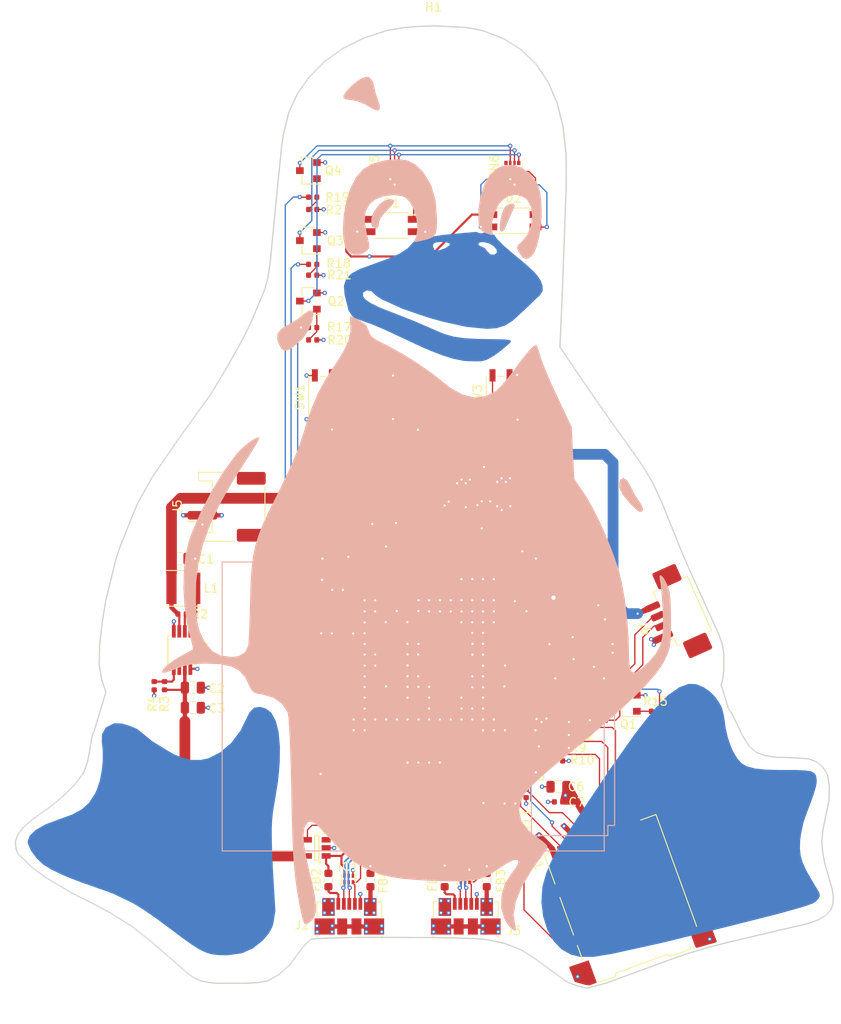
<source format=kicad_pcb>
(kicad_pcb (version 20171130) (host pcbnew "(5.1.2)")
  (layers (0 F.Cu signal) (1 In1.Cu power) (2 In2.Cu power) (31 B.Cu signal) (34 B.Paste user) (35 F.Paste user) (36 B.SilkS user) (37 F.SilkS user) (38 B.Mask user) (39 F.Mask user) (44 Edge.Cuts user))
  (net 0 "")
  (net 1 "Net-(U2-Pad9)")
  (net 2 "Net-(U2-Pad11)")
  (net 3 GND)
  (net 4 "Net-(U1-PadA4)")
  (net 5 "Net-(U1-PadA9)")
  (net 6 "Net-(U1-PadA10)")
  (net 7 "Net-(U1-PadA11)")
  (net 8 "Net-(U1-PadA12)")
  (net 9 "Net-(U1-PadA13)")
  (net 10 "Net-(U1-PadA15)")
  (net 11 "Net-(U1-PadA17)")
  (net 12 "Net-(U1-PadA19)")
  (net 13 "Net-(U1-PadB9)")
  (net 14 "Net-(U1-PadB10)")
  (net 15 "Net-(U1-PadB11)")
  (net 16 "Net-(U1-PadB12)")
  (net 17 "Net-(U1-PadB13)")
  (net 18 "Net-(U1-PadB14)")
  (net 19 "Net-(U1-PadB15)")
  (net 20 "Net-(U1-PadB16)")
  (net 21 "Net-(U1-PadC9)")
  (net 22 "Net-(U1-PadC10)")
  (net 23 "Net-(U1-PadC11)")
  (net 24 "Net-(U1-PadC12)")
  (net 25 "Net-(U1-PadC14)")
  (net 26 "Net-(U1-PadC15)")
  (net 27 "Net-(U1-PadC16)")
  (net 28 "Net-(U1-PadD10)")
  (net 29 "Net-(U1-PadD11)")
  (net 30 "Net-(U1-PadD13)")
  (net 31 "Net-(U1-PadF18)")
  (net 32 "Net-(U1-PadF19)")
  (net 33 "Net-(U1-PadG17)")
  (net 34 "Net-(U1-PadJ3)")
  (net 35 "Net-(U1-PadJ17)")
  (net 36 "Net-(U1-PadK3)")
  (net 37 "Net-(U1-PadK18)")
  (net 38 "Net-(U1-PadK19)")
  (net 39 "Net-(U1-PadK20)")
  (net 40 "Net-(U1-PadL3)")
  (net 41 LCD_D15)
  (net 42 "Net-(U1-PadL19)")
  (net 43 "Net-(U1-PadL20)")
  (net 44 "Net-(U1-PadM3)")
  (net 45 "Net-(U1-PadM1)")
  (net 46 "Net-(U1-PadM6)")
  (net 47 LCD_D12)
  (net 48 LCD_D13)
  (net 49 LCD_D14)
  (net 50 "Net-(U1-PadN3)")
  (net 51 "Net-(U1-PadN1)")
  (net 52 "Net-(U1-PadN2)")
  (net 53 LCD_D9)
  (net 54 LCD_D10)
  (net 55 LCD_D11)
  (net 56 "Net-(U1-PadP3)")
  (net 57 "Net-(U1-PadP1)")
  (net 58 "Net-(U1-PadP2)")
  (net 59 LCD_D6)
  (net 60 LCD_D7)
  (net 61 LCD_D8)
  (net 62 "Net-(U1-PadR13)")
  (net 63 "Net-(U1-PadR3)")
  (net 64 "Net-(U1-PadR1)")
  (net 65 "Net-(U1-PadR2)")
  (net 66 LCD_D3)
  (net 67 LCD_D4)
  (net 68 LCD_D5)
  (net 69 "Net-(U1-PadT3)")
  (net 70 "Net-(U1-PadT1)")
  (net 71 "Net-(U1-PadT2)")
  (net 72 LCD_D0)
  (net 73 LCD_D1)
  (net 74 LCD_D2)
  (net 75 "Net-(U1-PadU13)")
  (net 76 "Net-(U1-PadU12)")
  (net 77 "Net-(U1-PadU10)")
  (net 78 "Net-(U1-PadU8)")
  (net 79 "Net-(U1-PadU9)")
  (net 80 "Net-(U1-PadU7)")
  (net 81 "Net-(U1-PadU3)")
  (net 82 "Net-(U1-PadU1)")
  (net 83 "Net-(U1-PadU2)")
  (net 84 "Net-(U1-PadU6)")
  (net 85 "Net-(U1-PadU14)")
  (net 86 "Net-(U1-PadU18)")
  (net 87 "Net-(U1-PadU19)")
  (net 88 "Net-(U1-PadV13)")
  (net 89 "Net-(U1-PadV11)")
  (net 90 "Net-(U1-PadV12)")
  (net 91 "Net-(U1-PadV10)")
  (net 92 "Net-(U1-PadV9)")
  (net 93 "Net-(U1-PadV1)")
  (net 94 "Net-(U1-PadV5)")
  (net 95 "Net-(U1-PadV6)")
  (net 96 "Net-(U1-PadV15)")
  (net 97 "Net-(U1-PadV14)")
  (net 98 "Net-(U1-PadV17)")
  (net 99 "Net-(U1-PadV20)")
  (net 100 "Net-(U1-PadW10)")
  (net 101 "Net-(U1-PadW9)")
  (net 102 "Net-(U1-PadW8)")
  (net 103 "Net-(U1-PadW1)")
  (net 104 "Net-(U1-PadW5)")
  (net 105 "Net-(U1-PadW16)")
  (net 106 "Net-(U1-PadW15)")
  (net 107 "Net-(U1-PadW13)")
  (net 108 "Net-(U1-PadW14)")
  (net 109 "Net-(U1-PadW12)")
  (net 110 "Net-(U1-PadW11)")
  (net 111 "Net-(U1-PadW17)")
  (net 112 "Net-(U1-PadY10)")
  (net 113 "Net-(U1-PadY8)")
  (net 114 "Net-(U1-PadY15)")
  (net 115 "Net-(U1-PadY13)")
  (net 116 "Net-(U1-PadY14)")
  (net 117 "Net-(U1-PadY11)")
  (net 118 "Net-(U1-PadY17)")
  (net 119 SYS_VDD1_3P3V)
  (net 120 "Net-(RN4-Pad1)")
  (net 121 "Net-(RN4-Pad2)")
  (net 122 "Net-(RN4-Pad7)")
  (net 123 "Net-(RN4-Pad8)")
  (net 124 MMC0_DAT2)
  (net 125 MMC0_DAT3)
  (net 126 MMC0_CMD)
  (net 127 MMC0_CLK)
  (net 128 MMC0_DAT0)
  (net 129 MMC0_DAT1)
  (net 130 GNDPWR)
  (net 131 "Net-(FB2-Pad1)")
  (net 132 "Net-(SW1-Pad2)")
  (net 133 USB0_VBUS)
  (net 134 VIN_AC)
  (net 135 VBAT)
  (net 136 "Net-(R1-Pad1)")
  (net 137 SYS_VDD2_3P3V)
  (net 138 SYS_VOUT)
  (net 139 USB1_DRVVBUS)
  (net 140 USB1_VBUS)
  (net 141 SYS_VDD3_3P3V)
  (net 142 SYS_VDD_1P8V)
  (net 143 USB0_ID)
  (net 144 "Net-(J4-Pad1)")
  (net 145 MMC0_CD)
  (net 146 I2C1_SCL)
  (net 147 UART0_TXD)
  (net 148 I2C1_SDA)
  (net 149 UART0_RXD)
  (net 150 "Net-(C5-Pad1)")
  (net 151 "Net-(FB1-Pad1)")
  (net 152 "Net-(SW2-Pad2)")
  (net 153 USB1_ID)
  (net 154 "Net-(IC1-Pad5)")
  (net 155 "Net-(IC2-Pad5)")
  (net 156 VBOOST)
  (net 157 "Net-(U5-Pad3)")
  (net 158 "Net-(U4-Pad6)")
  (net 159 "Net-(R3-Pad2)")
  (net 160 "Net-(R2-Pad2)")
  (net 161 "Net-(L1-Pad2)")
  (net 162 "Net-(R7-Pad1)")
  (net 163 "Net-(D1-Pad3)")
  (net 164 "Net-(D1-Pad4)")
  (net 165 "Net-(D1-Pad1)")
  (net 166 "Net-(D2-Pad3)")
  (net 167 "Net-(D2-Pad4)")
  (net 168 "Net-(D2-Pad1)")
  (net 169 USB1_D-)
  (net 170 USB1_D+)
  (net 171 USB0_D-)
  (net 172 USB0_D+)
  (net 173 "Net-(U1-PadV18)")
  (net 174 "Net-(U1-PadV19)")
  (net 175 "Net-(U1-PadW19)")
  (net 176 "Net-(U1-PadW18)")
  (net 177 "Net-(U1-PadW20)")
  (net 178 "Net-(U1-PadY19)")
  (net 179 "Net-(U1-PadY18)")
  (net 180 "Net-(X1-Pad14)")
  (net 181 "Net-(X1-Pad1)")
  (net 182 SPI0_MOSI)
  (net 183 SPI0_nCS0)
  (net 184 SPI0_SCLK)
  (net 185 LCD_PWM)
  (net 186 "Net-(Q1-Pad1)")
  (net 187 "Net-(Q1-Pad3)")
  (net 188 "Net-(R16-Pad1)")
  (net 189 LCD_RS)
  (net 190 LCD_RESET)
  (net 191 "Net-(Q2-Pad3)")
  (net 192 "Net-(Q2-Pad1)")
  (net 193 "Net-(Q3-Pad3)")
  (net 194 "Net-(Q3-Pad1)")
  (net 195 "Net-(Q4-Pad3)")
  (net 196 "Net-(Q4-Pad1)")
  (net 197 PWM_RED)
  (net 198 PWM_GREEN)
  (net 199 PWM_BLUE)
  (net 200 "Net-(RN5-Pad8)")
  (net 201 "Net-(RN5-Pad1)")
  (net 202 "Net-(RN6-Pad8)")
  (net 203 "Net-(RN6-Pad1)")
  (module Capacitor_SMD:C_0805_2012Metric (layer F.Cu) (at 94.488 119.8118 90)
    (fp_text reference C9 (at 2.794 0.0508 90) (layer F.SilkS))
    (fp_text value 47uF)
    (pad 2 smd roundrect (at 0.9375 0 90) (size 0.975 1.4) (layers F.Cu F.Paste F.Mask) (net 3 GND))
    (pad 1 smd roundrect (at -0.9375 0 90) (size 0.975 1.4) (layers F.Cu F.Paste F.Mask) (net 138 SYS_VOUT))
  )
  (module lichen-badge:LED_SunLED_PLCC4_3.2x2.8mm_Reverse_Mount (layer F.Cu) (at 109.4994 83.312)
    (fp_text reference D2 (at 0 -2.65) (layer F.SilkS))
    (fp_text value LED_RABG)
    (pad 2 smd rect (at -2.6 -0.725) (size 1.4 0.8) (layers F.Cu F.Paste F.Mask) (net 138 SYS_VOUT))
    (pad 1 smd rect (at 2.6 -0.725) (size 1.4 0.8) (layers F.Cu F.Paste F.Mask) (net 168 "Net-(D2-Pad1)"))
    (pad 4 smd rect (at 2.6 0.725) (size 1.4 0.8) (layers F.Cu F.Paste F.Mask) (net 167 "Net-(D2-Pad4)"))
    (pad 3 smd rect (at -2.6 0.725) (size 1.4 0.8) (layers F.Cu F.Paste F.Mask) (net 166 "Net-(D2-Pad3)"))
  )
  (module lichen-badge:LED_SunLED_PLCC4_3.2x2.8mm_Reverse_Mount (layer F.Cu) (at 95.1484 83.8708)
    (fp_text reference D1 (at 0 -2.65) (layer F.SilkS))
    (fp_text value LED_RABG)
    (pad 2 smd rect (at -2.6 -0.725) (size 1.4 0.8) (layers F.Cu F.Paste F.Mask) (net 138 SYS_VOUT))
    (pad 1 smd rect (at 2.6 -0.725) (size 1.4 0.8) (layers F.Cu F.Paste F.Mask) (net 165 "Net-(D1-Pad1)"))
    (pad 4 smd rect (at 2.6 0.725) (size 1.4 0.8) (layers F.Cu F.Paste F.Mask) (net 164 "Net-(D1-Pad4)"))
    (pad 3 smd rect (at -2.6 0.725) (size 1.4 0.8) (layers F.Cu F.Paste F.Mask) (net 163 "Net-(D1-Pad3)"))
  )
  (module MountingHole:MountingHole_6.5mm (layer F.Cu) (at 100.076 65.6844)
    (fp_text reference H1 (at 0 -7.5) (layer F.SilkS))
    (fp_text value MountingHole)
    (pad 1 np_thru_hole circle (at 0 0) (size 6.5 6.5) (drill 6.5) (layers *.Cu *.Mask))
  )
  (module Resistor_SMD:R_Array_Convex_4x0402 (layer F.Cu) (at 109.3724 77.0128 90)
    (fp_text reference RN6 (at 0 -2.1 90) (layer F.SilkS))
    (fp_text value 470)
    (pad 5 smd rect (at 0.5 0.75 90) (size 0.5 0.4) (layers F.Cu F.Paste F.Mask) (net 191 "Net-(Q2-Pad3)"))
    (pad 6 smd rect (at 0.5 0.25 90) (size 0.5 0.3) (layers F.Cu F.Paste F.Mask) (net 193 "Net-(Q3-Pad3)"))
    (pad 8 smd rect (at 0.5 -0.75 90) (size 0.5 0.4) (layers F.Cu F.Paste F.Mask) (net 202 "Net-(RN6-Pad8)"))
    (pad 7 smd rect (at 0.5 -0.25 90) (size 0.5 0.3) (layers F.Cu F.Paste F.Mask) (net 195 "Net-(Q4-Pad3)"))
    (pad 4 smd rect (at -0.5 0.75 90) (size 0.5 0.4) (layers F.Cu F.Paste F.Mask) (net 168 "Net-(D2-Pad1)"))
    (pad 2 smd rect (at -0.5 -0.25 90) (size 0.5 0.3) (layers F.Cu F.Paste F.Mask) (net 166 "Net-(D2-Pad3)"))
    (pad 3 smd rect (at -0.5 0.25 90) (size 0.5 0.3) (layers F.Cu F.Paste F.Mask) (net 167 "Net-(D2-Pad4)"))
    (pad 1 smd rect (at -0.5 -0.75 90) (size 0.5 0.4) (layers F.Cu F.Paste F.Mask) (net 203 "Net-(RN6-Pad1)"))
  )
  (module Resistor_SMD:R_Array_Convex_4x0402 (layer F.Cu) (at 95.25 77.0128 90)
    (fp_text reference RN5 (at 0 -2.1 90) (layer F.SilkS))
    (fp_text value 470)
    (pad 5 smd rect (at 0.5 0.75 90) (size 0.5 0.4) (layers F.Cu F.Paste F.Mask) (net 191 "Net-(Q2-Pad3)"))
    (pad 6 smd rect (at 0.5 0.25 90) (size 0.5 0.3) (layers F.Cu F.Paste F.Mask) (net 193 "Net-(Q3-Pad3)"))
    (pad 8 smd rect (at 0.5 -0.75 90) (size 0.5 0.4) (layers F.Cu F.Paste F.Mask) (net 200 "Net-(RN5-Pad8)"))
    (pad 7 smd rect (at 0.5 -0.25 90) (size 0.5 0.3) (layers F.Cu F.Paste F.Mask) (net 195 "Net-(Q4-Pad3)"))
    (pad 4 smd rect (at -0.5 0.75 90) (size 0.5 0.4) (layers F.Cu F.Paste F.Mask) (net 165 "Net-(D1-Pad1)"))
    (pad 2 smd rect (at -0.5 -0.25 90) (size 0.5 0.3) (layers F.Cu F.Paste F.Mask) (net 163 "Net-(D1-Pad3)"))
    (pad 3 smd rect (at -0.5 0.25 90) (size 0.5 0.3) (layers F.Cu F.Paste F.Mask) (net 164 "Net-(D1-Pad4)"))
    (pad 1 smd rect (at -0.5 -0.75 90) (size 0.5 0.4) (layers F.Cu F.Paste F.Mask) (net 201 "Net-(RN5-Pad1)"))
  )
  (module Resistor_SMD:R_0402_1005Metric (layer F.Cu) (at 85.852 81.98358)
    (fp_text reference R22 (at 2.9718 0.05842) (layer F.SilkS))
    (fp_text value 100K)
    (pad 2 smd roundrect (at 0.485 0) (size 0.59 0.64) (layers F.Cu F.Paste F.Mask) (net 3 GND))
    (pad 1 smd roundrect (at -0.485 0) (size 0.59 0.64) (layers F.Cu F.Paste F.Mask) (net 196 "Net-(Q4-Pad1)"))
  )
  (module Resistor_SMD:R_0402_1005Metric (layer F.Cu) (at 85.852 89.7128)
    (fp_text reference R21 (at 3.1496 -0.0254) (layer F.SilkS))
    (fp_text value 100K)
    (pad 2 smd roundrect (at 0.485 0) (size 0.59 0.64) (layers F.Cu F.Paste F.Mask) (net 3 GND))
    (pad 1 smd roundrect (at -0.485 0) (size 0.59 0.64) (layers F.Cu F.Paste F.Mask) (net 194 "Net-(Q3-Pad1)"))
  )
  (module Resistor_SMD:R_0402_1005Metric (layer F.Cu) (at 85.852 97.3328)
    (fp_text reference R20 (at 3.175 0.0254) (layer F.SilkS))
    (fp_text value 100K)
    (pad 2 smd roundrect (at 0.485 0) (size 0.59 0.64) (layers F.Cu F.Paste F.Mask) (net 3 GND))
    (pad 1 smd roundrect (at -0.485 0) (size 0.59 0.64) (layers F.Cu F.Paste F.Mask) (net 192 "Net-(Q2-Pad1)"))
  )
  (module Resistor_SMD:R_0402_1005Metric (layer F.Cu) (at 85.852 80.53578 180)
    (fp_text reference R19 (at -2.921 -0.00762) (layer F.SilkS))
    (fp_text value 4.7K)
    (pad 2 smd roundrect (at 0.485 0 180) (size 0.59 0.64) (layers F.Cu F.Paste F.Mask) (net 199 PWM_BLUE))
    (pad 1 smd roundrect (at -0.485 0 180) (size 0.59 0.64) (layers F.Cu F.Paste F.Mask) (net 196 "Net-(Q4-Pad1)"))
  )
  (module Resistor_SMD:R_0402_1005Metric (layer F.Cu) (at 85.852 88.4428 180)
    (fp_text reference R18 (at -3.048 0.1016) (layer F.SilkS))
    (fp_text value 4.7K)
    (pad 2 smd roundrect (at 0.485 0 180) (size 0.59 0.64) (layers F.Cu F.Paste F.Mask) (net 198 PWM_GREEN))
    (pad 1 smd roundrect (at -0.485 0 180) (size 0.59 0.64) (layers F.Cu F.Paste F.Mask) (net 194 "Net-(Q3-Pad1)"))
  )
  (module Resistor_SMD:R_0402_1005Metric (layer F.Cu) (at 85.852 95.87738 180)
    (fp_text reference R17 (at -3.1242 0.06858) (layer F.SilkS))
    (fp_text value 4.7K)
    (pad 2 smd roundrect (at 0.485 0 180) (size 0.59 0.64) (layers F.Cu F.Paste F.Mask) (net 197 PWM_RED))
    (pad 1 smd roundrect (at -0.485 0 180) (size 0.59 0.64) (layers F.Cu F.Paste F.Mask) (net 192 "Net-(Q2-Pad1)"))
  )
  (module Package_TO_SOT_SMD:SOT-23 (layer F.Cu) (at 85.344 77.411579 180)
    (fp_text reference Q4 (at -2.9464 -0.007621) (layer F.SilkS))
    (fp_text value MMBT3904)
    (pad 3 smd rect (at 1 0 180) (size 0.9 0.8) (layers F.Cu F.Paste F.Mask) (net 195 "Net-(Q4-Pad3)"))
    (pad 2 smd rect (at -1 0.95 180) (size 0.9 0.8) (layers F.Cu F.Paste F.Mask) (net 3 GND))
    (pad 1 smd rect (at -1 -0.95 180) (size 0.9 0.8) (layers F.Cu F.Paste F.Mask) (net 196 "Net-(Q4-Pad1)"))
  )
  (module Package_TO_SOT_SMD:SOT-23 (layer F.Cu) (at 85.344 85.6488 180)
    (fp_text reference Q3 (at -3.175 -0.0254) (layer F.SilkS))
    (fp_text value MMBT3904)
    (pad 3 smd rect (at 1 0 180) (size 0.9 0.8) (layers F.Cu F.Paste F.Mask) (net 193 "Net-(Q3-Pad3)"))
    (pad 2 smd rect (at -1 0.95 180) (size 0.9 0.8) (layers F.Cu F.Paste F.Mask) (net 3 GND))
    (pad 1 smd rect (at -1 -0.95 180) (size 0.9 0.8) (layers F.Cu F.Paste F.Mask) (net 194 "Net-(Q3-Pad1)"))
  )
  (module Package_TO_SOT_SMD:SOT-23 (layer F.Cu) (at 85.344 92.7608 180)
    (fp_text reference Q2 (at -3.2512 -0.0254) (layer F.SilkS))
    (fp_text value MMBT3904)
    (pad 3 smd rect (at 1 0 180) (size 0.9 0.8) (layers F.Cu F.Paste F.Mask) (net 191 "Net-(Q2-Pad3)"))
    (pad 2 smd rect (at -1 0.95 180) (size 0.9 0.8) (layers F.Cu F.Paste F.Mask) (net 3 GND))
    (pad 1 smd rect (at -1 -0.95 180) (size 0.9 0.8) (layers F.Cu F.Paste F.Mask) (net 192 "Net-(Q2-Pad1)"))
  )
  (module Button_Switch_SMD:SW_SPST_EVQP2 (layer F.Cu) (at 108.03636 104.08412 90)
    (fp_text reference SW3 (at 0 -2.75 90) (layer F.SilkS))
    (fp_text value BOOT0)
    (pad 2 smd rect (at 2.58 1 90) (size 1.45 0.7) (layers F.Cu F.Paste F.Mask) (net 3 GND))
    (pad 2 smd rect (at -2.58 1 90) (size 1.45 0.7) (layers F.Cu F.Paste F.Mask) (net 3 GND))
    (pad 1 smd rect (at -2.58 -1 90) (size 1.45 0.7) (layers F.Cu F.Paste F.Mask) (net 162 "Net-(R7-Pad1)"))
    (pad 1 smd rect (at 2.58 -1 90) (size 1.45 0.7) (layers F.Cu F.Paste F.Mask) (net 162 "Net-(R7-Pad1)"))
  )
  (module Button_Switch_SMD:SW_SPST_EVQP2 (layer F.Cu) (at 97.26676 104.08412 90)
    (fp_text reference SW2 (at 0 -2.75 90) (layer F.SilkS))
    (fp_text value RESET)
    (pad 2 smd rect (at 2.58 1 90) (size 1.45 0.7) (layers F.Cu F.Paste F.Mask) (net 152 "Net-(SW2-Pad2)"))
    (pad 2 smd rect (at -2.58 1 90) (size 1.45 0.7) (layers F.Cu F.Paste F.Mask) (net 152 "Net-(SW2-Pad2)"))
    (pad 1 smd rect (at -2.58 -1 90) (size 1.45 0.7) (layers F.Cu F.Paste F.Mask) (net 3 GND))
    (pad 1 smd rect (at 2.58 -1 90) (size 1.45 0.7) (layers F.Cu F.Paste F.Mask) (net 3 GND))
  )
  (module Button_Switch_SMD:SW_SPST_EVQP2 (layer F.Cu) (at 87.10676 104.08412 90)
    (fp_text reference SW1 (at 0 -2.75 90) (layer F.SilkS))
    (fp_text value POWER)
    (pad 2 smd rect (at 2.58 1 90) (size 1.45 0.7) (layers F.Cu F.Paste F.Mask) (net 132 "Net-(SW1-Pad2)"))
    (pad 2 smd rect (at -2.58 1 90) (size 1.45 0.7) (layers F.Cu F.Paste F.Mask) (net 132 "Net-(SW1-Pad2)"))
    (pad 1 smd rect (at -2.58 -1 90) (size 1.45 0.7) (layers F.Cu F.Paste F.Mask) (net 3 GND))
    (pad 1 smd rect (at 2.58 -1 90) (size 1.45 0.7) (layers F.Cu F.Paste F.Mask) (net 3 GND))
  )
  (module Package_TO_SOT_SMD:SOT-23 (layer F.Cu) (at 123.03252 140.07592 180)
    (fp_text reference Q1 (at 0 -2.5) (layer F.SilkS))
    (fp_text value MMBT3904)
    (pad 1 smd rect (at -1 -0.95 180) (size 0.9 0.8) (layers F.Cu F.Paste F.Mask) (net 186 "Net-(Q1-Pad1)"))
    (pad 2 smd rect (at -1 0.95 180) (size 0.9 0.8) (layers F.Cu F.Paste F.Mask) (net 3 GND))
    (pad 3 smd rect (at 1 0 180) (size 0.9 0.8) (layers F.Cu F.Paste F.Mask) (net 187 "Net-(Q1-Pad3)"))
  )
  (module Resistor_SMD:R_0402_1005Metric (layer F.Cu) (at 119.8499 142.07998)
    (fp_text reference R16 (at 0 -1.17) (layer F.SilkS))
    (fp_text value 22)
    (pad 2 smd roundrect (at 0.485 0) (size 0.59 0.64) (layers F.Cu F.Paste F.Mask) (net 187 "Net-(Q1-Pad3)"))
    (pad 1 smd roundrect (at -0.485 0) (size 0.59 0.64) (layers F.Cu F.Paste F.Mask) (net 188 "Net-(R16-Pad1)"))
  )
  (module Resistor_SMD:R_0402_1005Metric (layer F.Cu) (at 126.22276 141.03096)
    (fp_text reference R15 (at 0 -1.17) (layer F.SilkS))
    (fp_text value 470)
    (pad 1 smd roundrect (at -0.485 0) (size 0.59 0.64) (layers F.Cu F.Paste F.Mask) (net 186 "Net-(Q1-Pad1)"))
    (pad 2 smd roundrect (at 0.485 0) (size 0.59 0.64) (layers F.Cu F.Paste F.Mask) (net 185 LCD_PWM))
  )
  (module "lichen-badge:LCD-(1.8IN)" (layer B.Cu) (at 97.6884 140.462 270)
    (fp_text reference X1 hide)
    (fp_text value "SPI-LCD-(1.8IN)")
    (fp_text user 1 (at 4.9992 -14.532 90) (layer B.SilkS) (effects (font (size 0.77216 0.77216) (thickness 0.097536)) (justify left bottom mirror)))
    (pad 1 smd rect (at 5.2 -12.532) (size 1.5 0.5) (layers B.Cu B.Paste B.Mask) (net 181 "Net-(X1-Pad1)"))
    (pad 2 smd rect (at 4.4 -12.532) (size 1.5 0.5) (layers B.Cu B.Paste B.Mask) (net 3 GND))
    (pad 3 smd rect (at 3.6 -12.532) (size 1.5 0.5) (layers B.Cu B.Paste B.Mask) (net 188 "Net-(R16-Pad1)"))
    (pad 4 smd rect (at 2.8 -12.532) (size 1.5 0.5) (layers B.Cu B.Paste B.Mask) (net 119 SYS_VDD1_3P3V))
    (pad 5 smd rect (at 2 -12.532) (size 1.5 0.5) (layers B.Cu B.Paste B.Mask) (net 3 GND))
    (pad 6 smd rect (at 1.2 -12.532) (size 1.5 0.5) (layers B.Cu B.Paste B.Mask) (net 190 LCD_RESET))
    (pad 7 smd rect (at 0.4 -12.532) (size 1.5 0.5) (layers B.Cu B.Paste B.Mask) (net 189 LCD_RS))
    (pad 8 smd rect (at -0.4 -12.532) (size 1.5 0.5) (layers B.Cu B.Paste B.Mask) (net 182 SPI0_MOSI))
    (pad 9 smd rect (at -1.2 -12.532) (size 1.5 0.5) (layers B.Cu B.Paste B.Mask) (net 184 SPI0_SCLK))
    (pad 10 smd rect (at -2 -12.532) (size 1.5 0.5) (layers B.Cu B.Paste B.Mask) (net 119 SYS_VDD1_3P3V))
    (pad 11 smd rect (at -2.8 -12.532) (size 1.5 0.5) (layers B.Cu B.Paste B.Mask) (net 119 SYS_VDD1_3P3V))
    (pad 12 smd rect (at -3.6 -12.532) (size 1.5 0.5) (layers B.Cu B.Paste B.Mask) (net 183 SPI0_nCS0))
    (pad 13 smd rect (at -4.4 -12.532) (size 1.5 0.5) (layers B.Cu B.Paste B.Mask) (net 3 GND))
    (pad 14 smd rect (at -5.2 -12.532) (size 1.5 0.5) (layers B.Cu B.Paste B.Mask) (net 180 "Net-(X1-Pad14)"))
    (pad "" np_thru_hole circle (at -12.8 -16.532 270) (size 0.5 0.5) (drill 0.5) (layers *.Cu *.Mask))
    (pad "" np_thru_hole circle (at 7.65 -16.532 270) (size 0.5 0.5) (drill 0.5) (layers *.Cu *.Mask))
  )
  (module Resistor_SMD:R_0402_1005Metric (layer F.Cu) (at 114.808 142.2908 180)
    (fp_text reference R8 (at -2.35966 -0.254) (layer F.SilkS))
    (fp_text value 4.7K)
    (pad 2 smd roundrect (at 0.485 0 180) (size 0.59 0.64) (layers F.Cu F.Paste F.Mask) (net 124 MMC0_DAT2))
    (pad 1 smd roundrect (at -0.485 0 180) (size 0.59 0.64) (layers F.Cu F.Paste F.Mask) (net 119 SYS_VDD1_3P3V))
  )
  (module Connector_Card:microSD_HC_Hirose_DM3AT-SF-PEJM5 (layer F.Cu) (at 122.41022 162.97656 20)
    (fp_text reference J1 (at -8.02 -7.366 290) (layer F.SilkS))
    (fp_text value Micro_SD_Card_Det)
    (pad 11 smd rect (at 6.675 7.375 20) (size 1.3 1.9) (layers F.Cu F.Paste F.Mask) (net 130 GNDPWR))
    (pad 11 smd rect (at -6.825 6.925 20) (size 1 2.8) (layers F.Cu F.Paste F.Mask) (net 130 GNDPWR))
    (pad 10 smd rect (at -6.825 2.775 20) (size 1 0.8) (layers F.Cu F.Paste F.Mask) (net 145 MMC0_CD))
    (pad 11 smd rect (at -6.825 -3.425 20) (size 1 1.2) (layers F.Cu F.Paste F.Mask) (net 130 GNDPWR))
    (pad 11 smd rect (at 4.325 -7.725 20) (size 1 1.2) (layers F.Cu F.Paste F.Mask) (net 130 GNDPWR))
    (pad 7 smd rect (at -3.825 -7.725 20) (size 0.7 1.2) (layers F.Cu F.Paste F.Mask) (net 128 MMC0_DAT0))
    (pad 6 smd rect (at -2.725 -7.725 20) (size 0.7 1.2) (layers F.Cu F.Paste F.Mask) (net 3 GND))
    (pad 5 smd rect (at -1.625 -7.725 20) (size 0.7 1.2) (layers F.Cu F.Paste F.Mask) (net 127 MMC0_CLK))
    (pad 4 smd rect (at -0.525 -7.725 20) (size 0.7 1.2) (layers F.Cu F.Paste F.Mask) (net 119 SYS_VDD1_3P3V))
    (pad 3 smd rect (at 0.575 -7.725 20) (size 0.7 1.2) (layers F.Cu F.Paste F.Mask) (net 126 MMC0_CMD))
    (pad 2 smd rect (at 1.675 -7.725 20) (size 0.7 1.2) (layers F.Cu F.Paste F.Mask) (net 125 MMC0_DAT3))
    (pad 1 smd rect (at 2.775 -7.725 20) (size 0.7 1.2) (layers F.Cu F.Paste F.Mask) (net 124 MMC0_DAT2))
    (pad 8 smd rect (at -4.925 -7.725 20) (size 0.7 1.2) (layers F.Cu F.Paste F.Mask) (net 129 MMC0_DAT1))
    (pad 9 smd rect (at -5.875 -7.725 20) (size 0.7 1.2) (layers F.Cu F.Paste F.Mask) (net 3 GND))
  )
  (module TestPoint:TestPoint_Pad_D1.0mm (layer F.Cu) (at 105.9688 150.749)
    (fp_text reference J7 hide)
    (fp_text value TEST_1P)
    (pad 1 smd circle (at 0 0) (size 1 1) (layers F.Cu F.Mask) (net 3 GND))
  )
  (module TestPoint:TestPoint_Pad_D1.0mm (layer F.Cu) (at 103.4288 150.749)
    (fp_text reference J4 hide)
    (fp_text value TEST_1P)
    (pad 1 smd circle (at 0 0) (size 1 1) (layers F.Cu F.Mask) (net 144 "Net-(J4-Pad1)"))
  )
  (module Connector_Molex:Molex_PicoBlade_53261-0471_1x04-1MP_P1.25mm_Horizontal (layer F.Cu) (at 128.9304 129.4384 114)
    (fp_text reference J6 (at 0 -4.4 114) (layer F.SilkS))
    (fp_text value Conn_01x04)
    (pad 1 smd roundrect (at -1.875 -2.4 114) (size 0.8 1.6) (layers F.Cu F.Paste F.Mask) (net 3 GND))
    (pad 2 smd roundrect (at -0.625 -2.4 114) (size 0.8 1.6) (layers F.Cu F.Paste F.Mask) (net 149 UART0_RXD))
    (pad 3 smd roundrect (at 0.625 -2.4 114) (size 0.8 1.6) (layers F.Cu F.Paste F.Mask) (net 147 UART0_TXD))
    (pad 4 smd roundrect (at 1.875 -2.4 114) (size 0.8 1.6) (layers F.Cu F.Paste F.Mask) (net 134 VIN_AC))
    (pad MP smd roundrect (at -4.425 0.5 114) (size 2.1 3) (layers F.Cu F.Paste F.Mask) (roundrect_rratio 0.119048))
    (pad MP smd roundrect (at 4.425 0.5 114) (size 2.1 3) (layers F.Cu F.Paste F.Mask) (roundrect_rratio 0.119048))
  )
  (module Resistor_SMD:R_0402_1005Metric (layer F.Cu) (at 92.8624 120.2182 90)
    (fp_text reference R1 (at 2.34442 0.02286 90) (layer F.SilkS))
    (fp_text value 10K)
    (pad 2 smd roundrect (at 0.485 0 90) (size 0.59 0.64) (layers F.Cu F.Paste F.Mask) (net 3 GND))
    (pad 1 smd roundrect (at -0.485 0 90) (size 0.59 0.64) (layers F.Cu F.Paste F.Mask) (net 136 "Net-(R1-Pad1)"))
  )
  (module Inductor_SMD:L_0603_1608Metric (layer F.Cu) (at 92.6592 160.8836 90)
    (fp_text reference FB4 (at -0.1778 1.4986 90) (layer F.SilkS))
    (fp_text value Ferrite_Bead_Small)
    (pad 2 smd roundrect (at 0.7875 0 90) (size 0.875 0.95) (layers F.Cu F.Paste F.Mask) (net 3 GND))
    (pad 1 smd roundrect (at -0.7875 0 90) (size 0.875 0.95) (layers F.Cu F.Paste F.Mask) (net 130 GNDPWR))
  )
  (module Inductor_SMD:L_0603_1608Metric (layer F.Cu) (at 106.3498 160.8836 90)
    (fp_text reference FB3 (at -0.1016 1.6764 90) (layer F.SilkS))
    (fp_text value Ferrite_Bead_Small)
    (pad 2 smd roundrect (at 0.7875 0 90) (size 0.875 0.95) (layers F.Cu F.Paste F.Mask) (net 3 GND))
    (pad 1 smd roundrect (at -0.7875 0 90) (size 0.875 0.95) (layers F.Cu F.Paste F.Mask) (net 130 GNDPWR))
  )
  (module Inductor_SMD:L_0603_1608Metric (layer F.Cu) (at 87.7062 160.8836 90)
    (fp_text reference FB2 (at 0 -1.43 90) (layer F.SilkS))
    (fp_text value Ferrite_Bead_Small)
    (pad 2 smd roundrect (at 0.7875 0 90) (size 0.875 0.95) (layers F.Cu F.Paste F.Mask) (net 140 USB1_VBUS))
    (pad 1 smd roundrect (at -0.7875 0 90) (size 0.875 0.95) (layers F.Cu F.Paste F.Mask) (net 131 "Net-(FB2-Pad1)"))
  )
  (module Inductor_SMD:L_0603_1608Metric (layer F.Cu) (at 101.3968 160.8836 90)
    (fp_text reference FB1 (at 0 -1.43 90) (layer F.SilkS))
    (fp_text value Ferrite_Bead_Small)
    (pad 2 smd roundrect (at 0.7875 0 90) (size 0.875 0.95) (layers F.Cu F.Paste F.Mask) (net 133 USB0_VBUS))
    (pad 1 smd roundrect (at -0.7875 0 90) (size 0.875 0.95) (layers F.Cu F.Paste F.Mask) (net 151 "Net-(FB1-Pad1)"))
  )
  (module Resistor_SMD:R_0402_1005Metric (layer F.Cu) (at 106.02976 111.04626 270)
    (fp_text reference R7 (at -0.01792 1.51638 90) (layer F.SilkS))
    (fp_text value 100)
    (pad 2 smd roundrect (at 0.485 0 270) (size 0.59 0.64) (layers F.Cu F.Paste F.Mask) (net 74 LCD_D2))
    (pad 1 smd roundrect (at -0.485 0 270) (size 0.59 0.64) (layers F.Cu F.Paste F.Mask) (net 162 "Net-(R7-Pad1)"))
  )
  (module Capacitor_SMD:C_0402_1005Metric (layer F.Cu) (at 114.808 151.6888 180)
    (fp_text reference C7 (at -2.14376 -0.0254) (layer F.SilkS))
    (fp_text value .1uF)
    (pad 2 smd roundrect (at 0.485 0 180) (size 0.59 0.64) (layers F.Cu F.Paste F.Mask) (net 3 GND))
    (pad 1 smd roundrect (at -0.485 0 180) (size 0.59 0.64) (layers F.Cu F.Paste F.Mask) (net 119 SYS_VDD1_3P3V))
  )
  (module Capacitor_SMD:C_0805_2012Metric (layer F.Cu) (at 114.808 149.9108 180)
    (fp_text reference C6 (at -2.06756 -0.00508) (layer F.SilkS))
    (fp_text value 10uF)
    (pad 2 smd roundrect (at 0.9375 0 180) (size 0.975 1.4) (layers F.Cu F.Paste F.Mask) (net 3 GND))
    (pad 1 smd roundrect (at -0.9375 0 180) (size 0.975 1.4) (layers F.Cu F.Paste F.Mask) (net 119 SYS_VDD1_3P3V))
  )
  (module Resistor_SMD:R_0402_1005Metric (layer F.Cu) (at 108.458 150.6958 90)
    (fp_text reference R14 (at -3.20026 0.0254 90) (layer F.SilkS))
    (fp_text value 4.7K)
    (pad 2 smd roundrect (at 0.485 0 90) (size 0.59 0.64) (layers F.Cu F.Paste F.Mask) (net 145 MMC0_CD))
    (pad 1 smd roundrect (at -0.485 0 90) (size 0.59 0.64) (layers F.Cu F.Paste F.Mask) (net 119 SYS_VDD1_3P3V))
  )
  (module Resistor_SMD:R_0402_1005Metric (layer F.Cu) (at 109.728 150.6958 90)
    (fp_text reference R13 (at -3.22566 0.07366 90) (layer F.SilkS))
    (fp_text value 4.7K)
    (pad 2 smd roundrect (at 0.485 0 90) (size 0.59 0.64) (layers F.Cu F.Paste F.Mask) (net 129 MMC0_DAT1))
    (pad 1 smd roundrect (at -0.485 0 90) (size 0.59 0.64) (layers F.Cu F.Paste F.Mask) (net 119 SYS_VDD1_3P3V))
  )
  (module Resistor_SMD:R_0402_1005Metric (layer F.Cu) (at 114.808 143.8148 180)
    (fp_text reference R12 (at -2.77622 -0.09398) (layer F.SilkS))
    (fp_text value 4.7K)
    (pad 2 smd roundrect (at 0.485 0 180) (size 0.59 0.64) (layers F.Cu F.Paste F.Mask) (net 128 MMC0_DAT0))
    (pad 1 smd roundrect (at -0.485 0 180) (size 0.59 0.64) (layers F.Cu F.Paste F.Mask) (net 119 SYS_VDD1_3P3V))
  )
  (module Resistor_SMD:R_0402_1005Metric (layer F.Cu) (at 110.998 150.6958 90)
    (fp_text reference R11 (at -3.22566 0.17272 90) (layer F.SilkS))
    (fp_text value 4.7K)
    (pad 2 smd roundrect (at 0.485 0 90) (size 0.59 0.64) (layers F.Cu F.Paste F.Mask) (net 127 MMC0_CLK))
    (pad 1 smd roundrect (at -0.485 0 90) (size 0.59 0.64) (layers F.Cu F.Paste F.Mask) (net 119 SYS_VDD1_3P3V))
  )
  (module Resistor_SMD:R_0402_1005Metric (layer F.Cu) (at 114.808 146.8628 180)
    (fp_text reference R10 (at -2.79146 0.10414) (layer F.SilkS))
    (fp_text value 4.7K)
    (pad 2 smd roundrect (at 0.485 0 180) (size 0.59 0.64) (layers F.Cu F.Paste F.Mask) (net 126 MMC0_CMD))
    (pad 1 smd roundrect (at -0.485 0 180) (size 0.59 0.64) (layers F.Cu F.Paste F.Mask) (net 119 SYS_VDD1_3P3V))
  )
  (module Resistor_SMD:R_0402_1005Metric (layer F.Cu) (at 114.808 145.3388 180)
    (fp_text reference R9 (at -2.32918 0.00508) (layer F.SilkS))
    (fp_text value 4.7K)
    (pad 2 smd roundrect (at 0.485 0 180) (size 0.59 0.64) (layers F.Cu F.Paste F.Mask) (net 125 MMC0_DAT3))
    (pad 1 smd roundrect (at -0.485 0 180) (size 0.59 0.64) (layers F.Cu F.Paste F.Mask) (net 119 SYS_VDD1_3P3V))
  )
  (module Resistor_SMD:R_0402_1005Metric (layer F.Cu) (at 67.183 138.01852 270)
    (fp_text reference R4 (at 2.1082 0.1778 90) (layer F.SilkS))
    (fp_text value 100K)
    (pad 2 smd roundrect (at 0.485 0 270) (size 0.59 0.64) (layers F.Cu F.Paste F.Mask) (net 3 GND))
    (pad 1 smd roundrect (at -0.485 0 270) (size 0.59 0.64) (layers F.Cu F.Paste F.Mask) (net 159 "Net-(R3-Pad2)"))
  )
  (module Resistor_SMD:R_0402_1005Metric (layer F.Cu) (at 68.4022 138.01852 90)
    (fp_text reference R3 (at -2.1336 0 90) (layer F.SilkS))
    (fp_text value 750K)
    (pad 2 smd roundrect (at 0.485 0 90) (size 0.59 0.64) (layers F.Cu F.Paste F.Mask) (net 159 "Net-(R3-Pad2)"))
    (pad 1 smd roundrect (at -0.485 0 90) (size 0.59 0.64) (layers F.Cu F.Paste F.Mask) (net 156 VBOOST))
  )
  (module Resistor_SMD:R_0402_1005Metric (layer F.Cu) (at 70.46722 129.58572)
    (fp_text reference R2 (at 2.0828 0.0254) (layer F.SilkS))
    (fp_text value 750K)
    (pad 2 smd roundrect (at 0.485 0) (size 0.59 0.64) (layers F.Cu F.Paste F.Mask) (net 160 "Net-(R2-Pad2)"))
    (pad 1 smd roundrect (at -0.485 0) (size 0.59 0.64) (layers F.Cu F.Paste F.Mask) (net 135 VBAT))
  )
  (module Inductor_SMD:L_Taiyo-Yuden_MD-4040 (layer F.Cu) (at 70.61962 126.56312)
    (fp_text reference L1 (at 3.28422 -0.01778) (layer F.SilkS))
    (fp_text value 2.2uH)
    (pad 2 smd rect (at 1.4 0) (size 1.2 3.7) (layers F.Cu F.Paste F.Mask) (net 161 "Net-(L1-Pad2)"))
    (pad 1 smd rect (at -1.4 0) (size 1.2 3.7) (layers F.Cu F.Paste F.Mask) (net 135 VBAT))
  )
  (module Capacitor_SMD:C_0805_2012Metric (layer F.Cu) (at 71.73722 140.60932)
    (fp_text reference C3 (at 2.8448 0.0762) (layer F.SilkS))
    (fp_text value 22uF)
    (pad 2 smd roundrect (at 0.9375 0) (size 0.975 1.4) (layers F.Cu F.Paste F.Mask) (net 3 GND))
    (pad 1 smd roundrect (at -0.9375 0) (size 0.975 1.4) (layers F.Cu F.Paste F.Mask) (net 156 VBOOST))
  )
  (module Capacitor_SMD:C_0805_2012Metric (layer F.Cu) (at 71.73722 138.24712)
    (fp_text reference C2 (at 2.8194 0.127) (layer F.SilkS))
    (fp_text value 22uF)
    (pad 2 smd roundrect (at 0.9375 0) (size 0.975 1.4) (layers F.Cu F.Paste F.Mask) (net 3 GND))
    (pad 1 smd roundrect (at -0.9375 0) (size 0.975 1.4) (layers F.Cu F.Paste F.Mask) (net 156 VBOOST))
  )
  (module Capacitor_SMD:C_0805_2012Metric (layer F.Cu) (at 70.17004 123.07316)
    (fp_text reference C1 (at 3.10134 0.0762) (layer F.SilkS))
    (fp_text value 22uF)
    (pad 2 smd roundrect (at 0.9375 0) (size 0.975 1.4) (layers F.Cu F.Paste F.Mask) (net 3 GND))
    (pad 1 smd roundrect (at -0.9375 0) (size 0.975 1.4) (layers F.Cu F.Paste F.Mask) (net 135 VBAT))
  )
  (module Resistor_SMD:R_0402_1005Metric (layer F.Cu) (at 118.9736 137.16 180)
    (fp_text reference R6 (at 0 -1.17) (layer F.SilkS))
    (fp_text value 4.7K)
    (pad 2 smd roundrect (at 0.485 0 180) (size 0.59 0.64) (layers F.Cu F.Paste F.Mask) (net 148 I2C1_SDA))
    (pad 1 smd roundrect (at -0.485 0 180) (size 0.59 0.64) (layers F.Cu F.Paste F.Mask) (net 119 SYS_VDD1_3P3V))
  )
  (module Resistor_SMD:R_0402_1005Metric (layer F.Cu) (at 115.6208 137.16)
    (fp_text reference R5 (at 0 1.2192) (layer F.SilkS))
    (fp_text value 4.7K)
    (pad 2 smd roundrect (at 0.485 0) (size 0.59 0.64) (layers F.Cu F.Paste F.Mask) (net 146 I2C1_SCL))
    (pad 1 smd roundrect (at -0.485 0) (size 0.59 0.64) (layers F.Cu F.Paste F.Mask) (net 119 SYS_VDD1_3P3V))
  )
  (module Capacitor_SMD:C_0402_1005Metric (layer F.Cu) (at 114.9604 133.1214 180)
    (fp_text reference C5 (at 0 -1.17) (layer F.SilkS))
    (fp_text value .1uF)
    (pad 2 smd roundrect (at 0.485 0 180) (size 0.59 0.64) (layers F.Cu F.Paste F.Mask) (net 3 GND))
    (pad 1 smd roundrect (at -0.485 0 180) (size 0.59 0.64) (layers F.Cu F.Paste F.Mask) (net 150 "Net-(C5-Pad1)"))
  )
  (module Capacitor_SMD:C_0402_1005Metric (layer F.Cu) (at 119.4816 129.7432 90)
    (fp_text reference C4 (at 0 -1.17 90) (layer F.SilkS))
    (fp_text value .1uF)
    (pad 2 smd roundrect (at 0.485 0 90) (size 0.59 0.64) (layers F.Cu F.Paste F.Mask) (net 3 GND))
    (pad 1 smd roundrect (at -0.485 0 90) (size 0.59 0.64) (layers F.Cu F.Paste F.Mask) (net 119 SYS_VDD1_3P3V))
  )
  (module Resistor_SMD:R_Array_Convex_4x0402 (layer F.Cu) (at 101.14896 118.0672 90)
    (fp_text reference RN4 (at -0.627 -1.88576 90) (layer F.SilkS))
    (fp_text value 100K)
    (pad 5 smd rect (at 0.5 0.75 90) (size 0.5 0.4) (layers F.Cu F.Paste F.Mask) (net 3 GND))
    (pad 6 smd rect (at 0.5 0.25 90) (size 0.5 0.3) (layers F.Cu F.Paste F.Mask) (net 3 GND))
    (pad 8 smd rect (at 0.5 -0.75 90) (size 0.5 0.4) (layers F.Cu F.Paste F.Mask) (net 123 "Net-(RN4-Pad8)"))
    (pad 7 smd rect (at 0.5 -0.25 90) (size 0.5 0.3) (layers F.Cu F.Paste F.Mask) (net 122 "Net-(RN4-Pad7)"))
    (pad 4 smd rect (at -0.5 0.75 90) (size 0.5 0.4) (layers F.Cu F.Paste F.Mask) (net 47 LCD_D12))
    (pad 2 smd rect (at -0.5 -0.25 90) (size 0.5 0.3) (layers F.Cu F.Paste F.Mask) (net 121 "Net-(RN4-Pad2)"))
    (pad 3 smd rect (at -0.5 0.25 90) (size 0.5 0.3) (layers F.Cu F.Paste F.Mask) (net 48 LCD_D13))
    (pad 1 smd rect (at -0.5 -0.75 90) (size 0.5 0.4) (layers F.Cu F.Paste F.Mask) (net 120 "Net-(RN4-Pad1)"))
  )
  (module Resistor_SMD:R_Array_Convex_4x0402 (layer F.Cu) (at 103.62438 115.57508 90)
    (fp_text reference RN3 (at 0.66548 -2.02438 90) (layer F.SilkS))
    (fp_text value 100K)
    (pad 5 smd rect (at 0.5 0.75 90) (size 0.5 0.4) (layers F.Cu F.Paste F.Mask) (net 3 GND))
    (pad 6 smd rect (at 0.5 0.25 90) (size 0.5 0.3) (layers F.Cu F.Paste F.Mask) (net 3 GND))
    (pad 8 smd rect (at 0.5 -0.75 90) (size 0.5 0.4) (layers F.Cu F.Paste F.Mask) (net 3 GND))
    (pad 7 smd rect (at 0.5 -0.25 90) (size 0.5 0.3) (layers F.Cu F.Paste F.Mask) (net 3 GND))
    (pad 4 smd rect (at -0.5 0.75 90) (size 0.5 0.4) (layers F.Cu F.Paste F.Mask) (net 61 LCD_D8))
    (pad 2 smd rect (at -0.5 -0.25 90) (size 0.5 0.3) (layers F.Cu F.Paste F.Mask) (net 54 LCD_D10))
    (pad 3 smd rect (at -0.5 0.25 90) (size 0.5 0.3) (layers F.Cu F.Paste F.Mask) (net 53 LCD_D9))
    (pad 1 smd rect (at -0.5 -0.75 90) (size 0.5 0.4) (layers F.Cu F.Paste F.Mask) (net 55 LCD_D11))
  )
  (module Resistor_SMD:R_Array_Convex_4x0402 (layer F.Cu) (at 106.0062 118.14086 90)
    (fp_text reference RN2 (at -0.70574 -2.044 90) (layer F.SilkS))
    (fp_text value 100K)
    (pad 5 smd rect (at 0.5 0.75 90) (size 0.5 0.4) (layers F.Cu F.Paste F.Mask) (net 119 SYS_VDD1_3P3V))
    (pad 6 smd rect (at 0.5 0.25 90) (size 0.5 0.3) (layers F.Cu F.Paste F.Mask) (net 3 GND))
    (pad 8 smd rect (at 0.5 -0.75 90) (size 0.5 0.4) (layers F.Cu F.Paste F.Mask) (net 3 GND))
    (pad 7 smd rect (at 0.5 -0.25 90) (size 0.5 0.3) (layers F.Cu F.Paste F.Mask) (net 3 GND))
    (pad 4 smd rect (at -0.5 0.75 90) (size 0.5 0.4) (layers F.Cu F.Paste F.Mask) (net 67 LCD_D4))
    (pad 2 smd rect (at -0.5 -0.25 90) (size 0.5 0.3) (layers F.Cu F.Paste F.Mask) (net 59 LCD_D6))
    (pad 3 smd rect (at -0.5 0.25 90) (size 0.5 0.3) (layers F.Cu F.Paste F.Mask) (net 68 LCD_D5))
    (pad 1 smd rect (at -0.5 -0.75 90) (size 0.5 0.4) (layers F.Cu F.Paste F.Mask) (net 60 LCD_D7))
  )
  (module Resistor_SMD:R_Array_Convex_4x0402 (layer F.Cu) (at 108.35894 115.43284 90)
    (fp_text reference RN1 (at 0.57404 -1.93294 90) (layer F.SilkS))
    (fp_text value 100K)
    (pad 5 smd rect (at 0.5 0.75 90) (size 0.5 0.4) (layers F.Cu F.Paste F.Mask) (net 3 GND))
    (pad 6 smd rect (at 0.5 0.25 90) (size 0.5 0.3) (layers F.Cu F.Paste F.Mask) (net 3 GND))
    (pad 8 smd rect (at 0.5 -0.75 90) (size 0.5 0.4) (layers F.Cu F.Paste F.Mask) (net 119 SYS_VDD1_3P3V))
    (pad 7 smd rect (at 0.5 -0.25 90) (size 0.5 0.3) (layers F.Cu F.Paste F.Mask) (net 119 SYS_VDD1_3P3V))
    (pad 4 smd rect (at -0.5 0.75 90) (size 0.5 0.4) (layers F.Cu F.Paste F.Mask) (net 72 LCD_D0))
    (pad 2 smd rect (at -0.5 -0.25 90) (size 0.5 0.3) (layers F.Cu F.Paste F.Mask) (net 74 LCD_D2))
    (pad 3 smd rect (at -0.5 0.25 90) (size 0.5 0.3) (layers F.Cu F.Paste F.Mask) (net 73 LCD_D1))
    (pad 1 smd rect (at -0.5 -0.75 90) (size 0.5 0.4) (layers F.Cu F.Paste F.Mask) (net 66 LCD_D3))
  )
  (module Package_SO:MSOP-8_3x3mm_P0.65mm (layer F.Cu) (at 70.46722 133.82752 270)
    (fp_text reference U4 (at 0 -2.6 90) (layer F.SilkS))
    (fp_text value PAM2401SCADJ)
    (pad 8 smd rect (at 2.2 -0.975 270) (size 1.45 0.45) (layers F.Cu F.Paste F.Mask) (net 3 GND))
    (pad 7 smd rect (at 2.2 -0.325 270) (size 1.45 0.45) (layers F.Cu F.Paste F.Mask) (net 156 VBOOST))
    (pad 6 smd rect (at 2.2 0.325 270) (size 1.45 0.45) (layers F.Cu F.Paste F.Mask) (net 158 "Net-(U4-Pad6)"))
    (pad 5 smd rect (at 2.2 0.975 270) (size 1.45 0.45) (layers F.Cu F.Paste F.Mask) (net 159 "Net-(R3-Pad2)"))
    (pad 4 smd rect (at -2.2 0.975 270) (size 1.45 0.45) (layers F.Cu F.Paste F.Mask) (net 3 GND))
    (pad 3 smd rect (at -2.2 0.325 270) (size 1.45 0.45) (layers F.Cu F.Paste F.Mask) (net 135 VBAT))
    (pad 2 smd rect (at -2.2 -0.325 270) (size 1.45 0.45) (layers F.Cu F.Paste F.Mask) (net 160 "Net-(R2-Pad2)"))
    (pad 1 smd rect (at -2.2 -0.975 270) (size 1.45 0.45) (layers F.Cu F.Paste F.Mask) (net 161 "Net-(L1-Pad2)"))
  )
  (module Connector_JST:JST_PH_S2B-PH-SM4-TB_1x02-1MP_P2.00mm_Horizontal (layer F.Cu) (at 75.7174 116.967 90)
    (fp_text reference J5 (at 0 -5.8 90) (layer F.SilkS))
    (fp_text value JST)
    (pad 1 smd roundrect (at -1 -2.85 90) (size 1 3.5) (layers F.Cu F.Paste F.Mask) (net 3 GND))
    (pad 2 smd roundrect (at 1 -2.85 90) (size 1 3.5) (layers F.Cu F.Paste F.Mask) (net 135 VBAT))
    (pad MP smd roundrect (at -3.35 2.9 90) (size 1.5 3.4) (layers F.Cu F.Paste F.Mask) (roundrect_rratio 0.166667))
    (pad MP smd roundrect (at 3.35 2.9 90) (size 1.5 3.4) (layers F.Cu F.Paste F.Mask) (roundrect_rratio 0.166667))
  )
  (module lichen-badge:SOT-23-5 (layer F.Cu) (at 86.3346 157.099 180)
    (fp_text reference U5 (at -1.2446 2.0574) (layer F.SilkS) (effects (font (size 0.7 0.7))))
    (fp_text value TPS2051C)
    (pad 5 smd rect (at 1.1 -0.95 180) (size 1.06 0.65) (layers F.Cu F.Paste F.Mask) (net 156 VBOOST))
    (pad 4 smd rect (at 1.1 0.95 180) (size 1.06 0.65) (layers F.Cu F.Paste F.Mask) (net 139 USB1_DRVVBUS))
    (pad 3 smd rect (at -1.1 0.95 180) (size 1.06 0.65) (layers F.Cu F.Paste F.Mask) (net 157 "Net-(U5-Pad3)"))
    (pad 2 smd rect (at -1.1 0 180) (size 1.06 0.65) (layers F.Cu F.Paste F.Mask) (net 3 GND))
    (pad 1 smd rect (at -1.1 -0.95 180) (size 1.06 0.65) (layers F.Cu F.Paste F.Mask) (net 140 USB1_VBUS))
  )
  (module "lichen-badge:SON-6(TI)-DRY" (layer F.Cu) (at 103.8098 160.7312)
    (fp_text reference IC2 (at 0.1016 -1.6256) (layer F.SilkS) (effects (font (size 1.016 1.016) (thickness 0.127))))
    (fp_text value TPD4S012DRYR hide)
    (pad 6 smd rect (at -0.49784 -0.37338) (size 0.29972 0.48768) (layers F.Cu F.Paste F.Mask) (net 133 USB0_VBUS))
    (pad 5 smd rect (at 0 -0.37338) (size 0.29972 0.48768) (layers F.Cu F.Paste F.Mask) (net 155 "Net-(IC2-Pad5)"))
    (pad 4 smd rect (at 0.49784 -0.37338) (size 0.29972 0.48768) (layers F.Cu F.Paste F.Mask) (net 3 GND))
    (pad 3 smd rect (at 0.49784 0.37338) (size 0.29972 0.48768) (layers F.Cu F.Paste F.Mask) (net 143 USB0_ID))
    (pad 2 smd rect (at 0 0.37338) (size 0.29972 0.48768) (layers F.Cu F.Paste F.Mask) (net 172 USB0_D+))
    (pad 1 smd rect (at -0.49784 0.37846) (size 0.29972 0.51816) (layers F.Cu F.Paste F.Mask) (net 171 USB0_D-))
  )
  (module "lichen-badge:SON-6(TI)-DRY" (layer F.Cu) (at 90.0938 160.7566)
    (fp_text reference IC1 (at -0.0508 -1.4478) (layer F.SilkS) (effects (font (size 1.016 1.016) (thickness 0.127))))
    (fp_text value TPD4S012DRYR hide)
    (pad 6 smd rect (at -0.49784 -0.37338) (size 0.29972 0.48768) (layers F.Cu F.Paste F.Mask) (net 140 USB1_VBUS))
    (pad 5 smd rect (at 0 -0.37338) (size 0.29972 0.48768) (layers F.Cu F.Paste F.Mask) (net 154 "Net-(IC1-Pad5)"))
    (pad 4 smd rect (at 0.49784 -0.37338) (size 0.29972 0.48768) (layers F.Cu F.Paste F.Mask) (net 3 GND))
    (pad 3 smd rect (at 0.49784 0.37338) (size 0.29972 0.48768) (layers F.Cu F.Paste F.Mask) (net 153 USB1_ID))
    (pad 2 smd rect (at 0 0.37338) (size 0.29972 0.48768) (layers F.Cu F.Paste F.Mask) (net 170 USB1_D+))
    (pad 1 smd rect (at -0.49784 0.37846) (size 0.29972 0.51816) (layers F.Cu F.Paste F.Mask) (net 169 USB1_D-))
  )
  (module Connector_USB:USB_Micro-B_Molex_47346-0001 (layer F.Cu) (at 90.17 165.1508)
    (fp_text reference J2 (at -5.5626 1.0414 180) (layer F.SilkS))
    (fp_text value USB_B_Micro)
    (pad 6 smd rect (at 0.84 1.2) (size 1.175 1.9) (layers F.Cu F.Paste F.Mask) (net 130 GNDPWR))
    (pad 6 smd rect (at -0.84 1.2) (size 1.175 1.9) (layers F.Cu F.Paste F.Mask) (net 130 GNDPWR))
    (pad 6 smd rect (at 2.91 1.2) (size 2.375 1.9) (layers F.Cu F.Paste F.Mask) (net 130 GNDPWR))
    (pad 6 smd rect (at -2.91 1.2) (size 2.375 1.9) (layers F.Cu F.Paste F.Mask) (net 130 GNDPWR))
    (pad 6 smd rect (at 2.4625 -1.1) (size 1.475 2.1) (layers F.Cu F.Paste F.Mask) (net 130 GNDPWR))
    (pad 6 smd rect (at -2.4625 -1.1) (size 1.475 2.1) (layers F.Cu F.Paste F.Mask) (net 130 GNDPWR))
    (pad 5 smd rect (at 1.3 -1.46) (size 0.45 1.38) (layers F.Cu F.Paste F.Mask) (net 3 GND))
    (pad 4 smd rect (at 0.65 -1.46) (size 0.45 1.38) (layers F.Cu F.Paste F.Mask) (net 153 USB1_ID))
    (pad 3 smd rect (at 0 -1.46) (size 0.45 1.38) (layers F.Cu F.Paste F.Mask) (net 170 USB1_D+))
    (pad 2 smd rect (at -0.65 -1.46) (size 0.45 1.38) (layers F.Cu F.Paste F.Mask) (net 169 USB1_D-))
    (pad 1 smd rect (at -1.3 -1.46) (size 0.45 1.38) (layers F.Cu F.Paste F.Mask) (net 131 "Net-(FB2-Pad1)"))
  )
  (module Connector_USB:USB_Micro-B_Molex_47346-0001 (layer F.Cu) (at 103.886 165.1508)
    (fp_text reference J3 (at 5.6642 1.7018 180) (layer F.SilkS))
    (fp_text value USB_B_Micro)
    (pad 6 smd rect (at 0.84 1.2) (size 1.175 1.9) (layers F.Cu F.Paste F.Mask) (net 130 GNDPWR))
    (pad 6 smd rect (at -0.84 1.2) (size 1.175 1.9) (layers F.Cu F.Paste F.Mask) (net 130 GNDPWR))
    (pad 6 smd rect (at 2.91 1.2) (size 2.375 1.9) (layers F.Cu F.Paste F.Mask) (net 130 GNDPWR))
    (pad 6 smd rect (at -2.91 1.2) (size 2.375 1.9) (layers F.Cu F.Paste F.Mask) (net 130 GNDPWR))
    (pad 6 smd rect (at 2.4625 -1.1) (size 1.475 2.1) (layers F.Cu F.Paste F.Mask) (net 130 GNDPWR))
    (pad 6 smd rect (at -2.4625 -1.1) (size 1.475 2.1) (layers F.Cu F.Paste F.Mask) (net 130 GNDPWR))
    (pad 5 smd rect (at 1.3 -1.46) (size 0.45 1.38) (layers F.Cu F.Paste F.Mask) (net 3 GND))
    (pad 4 smd rect (at 0.65 -1.46) (size 0.45 1.38) (layers F.Cu F.Paste F.Mask) (net 143 USB0_ID))
    (pad 3 smd rect (at 0 -1.46) (size 0.45 1.38) (layers F.Cu F.Paste F.Mask) (net 172 USB0_D+))
    (pad 2 smd rect (at -0.65 -1.46) (size 0.45 1.38) (layers F.Cu F.Paste F.Mask) (net 171 USB0_D-))
    (pad 1 smd rect (at -1.3 -1.46) (size 0.45 1.38) (layers F.Cu F.Paste F.Mask) (net 151 "Net-(FB1-Pad1)"))
  )
  (module lichen-badge:tux-ghost (layer B.Cu) (at 98.975904 118.891199 180)
    (fp_text reference LOGO1 hide)
    (fp_text value Logo_Open_Hardware_Small hide)
  )
  (module lichen-badge:BGA-400-1-27mm (layer F.Cu) (at 99.568 135.636)
    (fp_text reference U1 (at -14.2748 14.11224) (layer F.SilkS))
    (fp_text value OSD335x-CSIP)
    (pad Y20 smd circle (at 12.065 -12.065 90) (size 0.6 0.6) (layers F.Cu F.Paste F.Mask) (net 3 GND))
    (pad Y17 smd circle (at 12.065 -8.255 90) (size 0.6 0.6) (layers F.Cu F.Paste F.Mask) (net 118 "Net-(U1-PadY17)"))
    (pad Y18 smd circle (at 12.065 -9.525 90) (size 0.6 0.6) (layers F.Cu F.Paste F.Mask) (net 179 "Net-(U1-PadY18)"))
    (pad Y19 smd circle (at 12.065 -10.795 90) (size 0.6 0.6) (layers F.Cu F.Paste F.Mask) (net 178 "Net-(U1-PadY19)"))
    (pad Y11 smd circle (at 12.065 -0.635 90) (size 0.6 0.6) (layers F.Cu F.Paste F.Mask) (net 117 "Net-(U1-PadY11)"))
    (pad Y12 smd circle (at 12.065 -1.905 90) (size 0.6 0.6) (layers F.Cu F.Paste F.Mask) (net 109 "Net-(U1-PadW12)"))
    (pad Y14 smd circle (at 12.065 -4.445 90) (size 0.6 0.6) (layers F.Cu F.Paste F.Mask) (net 116 "Net-(U1-PadY14)"))
    (pad Y13 smd circle (at 12.065 -3.175 90) (size 0.6 0.6) (layers F.Cu F.Paste F.Mask) (net 115 "Net-(U1-PadY13)"))
    (pad Y15 smd circle (at 12.065 -5.715 90) (size 0.6 0.6) (layers F.Cu F.Paste F.Mask) (net 114 "Net-(U1-PadY15)"))
    (pad Y16 smd circle (at 12.065 -6.985 90) (size 0.6 0.6) (layers F.Cu F.Paste F.Mask) (net 198 PWM_GREEN))
    (pad Y6 smd circle (at 12.065 5.715 90) (size 0.6 0.6) (layers F.Cu F.Paste F.Mask) (net 149 UART0_RXD))
    (pad Y7 smd circle (at 12.065 4.445 90) (size 0.6 0.6) (layers F.Cu F.Paste F.Mask) (net 148 I2C1_SDA))
    (pad Y5 smd circle (at 12.065 6.985 90) (size 0.6 0.6) (layers F.Cu F.Paste F.Mask) (net 184 SPI0_SCLK))
    (pad Y3 smd circle (at 12.065 9.525 90) (size 0.6 0.6) (layers F.Cu F.Paste F.Mask) (net 128 MMC0_DAT0))
    (pad Y4 smd circle (at 12.065 8.255 90) (size 0.6 0.6) (layers F.Cu F.Paste F.Mask) (net 183 SPI0_nCS0))
    (pad Y2 smd circle (at 12.065 10.795 90) (size 0.6 0.6) (layers F.Cu F.Paste F.Mask) (net 125 MMC0_DAT3))
    (pad Y1 smd circle (at 12.065 12.065 90) (size 0.6 0.6) (layers F.Cu F.Paste F.Mask) (net 3 GND))
    (pad Y8 smd circle (at 12.065 3.175 90) (size 0.6 0.6) (layers F.Cu F.Paste F.Mask) (net 113 "Net-(U1-PadY8)"))
    (pad Y9 smd circle (at 12.065 1.905 90) (size 0.6 0.6) (layers F.Cu F.Paste F.Mask) (net 101 "Net-(U1-PadW9)"))
    (pad Y10 smd circle (at 12.065 0.635 90) (size 0.6 0.6) (layers F.Cu F.Paste F.Mask) (net 112 "Net-(U1-PadY10)"))
    (pad W20 smd circle (at 10.795 -12.065 90) (size 0.6 0.6) (layers F.Cu F.Paste F.Mask) (net 177 "Net-(U1-PadW20)"))
    (pad W17 smd circle (at 10.795 -8.255 90) (size 0.6 0.6) (layers F.Cu F.Paste F.Mask) (net 111 "Net-(U1-PadW17)"))
    (pad W18 smd circle (at 10.795 -9.525 90) (size 0.6 0.6) (layers F.Cu F.Paste F.Mask) (net 176 "Net-(U1-PadW18)"))
    (pad W19 smd circle (at 10.795 -10.795 90) (size 0.6 0.6) (layers F.Cu F.Paste F.Mask) (net 175 "Net-(U1-PadW19)"))
    (pad W11 smd circle (at 10.795 -0.635 90) (size 0.6 0.6) (layers F.Cu F.Paste F.Mask) (net 110 "Net-(U1-PadW11)"))
    (pad W12 smd circle (at 10.795 -1.905 90) (size 0.6 0.6) (layers F.Cu F.Paste F.Mask) (net 109 "Net-(U1-PadW12)"))
    (pad W14 smd circle (at 10.795 -4.445 90) (size 0.6 0.6) (layers F.Cu F.Paste F.Mask) (net 108 "Net-(U1-PadW14)"))
    (pad W13 smd circle (at 10.795 -3.175 90) (size 0.6 0.6) (layers F.Cu F.Paste F.Mask) (net 107 "Net-(U1-PadW13)"))
    (pad W15 smd circle (at 10.795 -5.715 90) (size 0.6 0.6) (layers F.Cu F.Paste F.Mask) (net 106 "Net-(U1-PadW15)"))
    (pad W16 smd circle (at 10.795 -6.985 90) (size 0.6 0.6) (layers F.Cu F.Paste F.Mask) (net 105 "Net-(U1-PadW16)"))
    (pad W6 smd circle (at 10.795 5.715 90) (size 0.6 0.6) (layers F.Cu F.Paste F.Mask) (net 147 UART0_TXD))
    (pad W7 smd circle (at 10.795 4.445 90) (size 0.6 0.6) (layers F.Cu F.Paste F.Mask) (net 146 I2C1_SCL))
    (pad W5 smd circle (at 10.795 6.985 90) (size 0.6 0.6) (layers F.Cu F.Paste F.Mask) (net 104 "Net-(U1-PadW5)"))
    (pad W3 smd circle (at 10.795 9.525 90) (size 0.6 0.6) (layers F.Cu F.Paste F.Mask) (net 127 MMC0_CLK))
    (pad W4 smd circle (at 10.795 8.255 90) (size 0.6 0.6) (layers F.Cu F.Paste F.Mask) (net 182 SPI0_MOSI))
    (pad W2 smd circle (at 10.795 10.795 90) (size 0.6 0.6) (layers F.Cu F.Paste F.Mask) (net 126 MMC0_CMD))
    (pad W1 smd circle (at 10.795 12.065 90) (size 0.6 0.6) (layers F.Cu F.Paste F.Mask) (net 103 "Net-(U1-PadW1)"))
    (pad W8 smd circle (at 10.795 3.175 90) (size 0.6 0.6) (layers F.Cu F.Paste F.Mask) (net 102 "Net-(U1-PadW8)"))
    (pad W9 smd circle (at 10.795 1.905 90) (size 0.6 0.6) (layers F.Cu F.Paste F.Mask) (net 101 "Net-(U1-PadW9)"))
    (pad W10 smd circle (at 10.795 0.635 90) (size 0.6 0.6) (layers F.Cu F.Paste F.Mask) (net 100 "Net-(U1-PadW10)"))
    (pad V20 smd circle (at 9.525 -12.065 90) (size 0.6 0.6) (layers F.Cu F.Paste F.Mask) (net 99 "Net-(U1-PadV20)"))
    (pad V19 smd circle (at 9.525 -10.795 90) (size 0.6 0.6) (layers F.Cu F.Paste F.Mask) (net 174 "Net-(U1-PadV19)"))
    (pad V18 smd circle (at 9.525 -9.525 90) (size 0.6 0.6) (layers F.Cu F.Paste F.Mask) (net 173 "Net-(U1-PadV18)"))
    (pad V17 smd circle (at 9.525 -8.255 90) (size 0.6 0.6) (layers F.Cu F.Paste F.Mask) (net 98 "Net-(U1-PadV17)"))
    (pad V14 smd circle (at 9.525 -4.445 90) (size 0.6 0.6) (layers F.Cu F.Paste F.Mask) (net 97 "Net-(U1-PadV14)"))
    (pad V16 smd circle (at 9.525 -6.985 90) (size 0.6 0.6) (layers F.Cu F.Paste F.Mask) (net 197 PWM_RED))
    (pad V15 smd circle (at 9.525 -5.715 90) (size 0.6 0.6) (layers F.Cu F.Paste F.Mask) (net 96 "Net-(U1-PadV15)"))
    (pad V6 smd circle (at 9.525 5.715 90) (size 0.6 0.6) (layers F.Cu F.Paste F.Mask) (net 95 "Net-(U1-PadV6)"))
    (pad V5 smd circle (at 9.525 6.985 90) (size 0.6 0.6) (layers F.Cu F.Paste F.Mask) (net 94 "Net-(U1-PadV5)"))
    (pad V4 smd circle (at 9.525 8.255 90) (size 0.6 0.6) (layers F.Cu F.Paste F.Mask) (net 145 MMC0_CD))
    (pad V2 smd circle (at 9.525 10.795 90) (size 0.6 0.6) (layers F.Cu F.Paste F.Mask) (net 124 MMC0_DAT2))
    (pad V1 smd circle (at 9.525 12.065 90) (size 0.6 0.6) (layers F.Cu F.Paste F.Mask) (net 93 "Net-(U1-PadV1)"))
    (pad V3 smd circle (at 9.525 9.525 90) (size 0.6 0.6) (layers F.Cu F.Paste F.Mask) (net 129 MMC0_DAT1))
    (pad V7 smd circle (at 9.525 4.445 90) (size 0.6 0.6) (layers F.Cu F.Paste F.Mask) (net 80 "Net-(U1-PadU7)"))
    (pad V9 smd circle (at 9.525 1.905 90) (size 0.6 0.6) (layers F.Cu F.Paste F.Mask) (net 92 "Net-(U1-PadV9)"))
    (pad V8 smd circle (at 9.525 3.175 90) (size 0.6 0.6) (layers F.Cu F.Paste F.Mask) (net 78 "Net-(U1-PadU8)"))
    (pad V10 smd circle (at 9.525 0.635 90) (size 0.6 0.6) (layers F.Cu F.Paste F.Mask) (net 91 "Net-(U1-PadV10)"))
    (pad V12 smd circle (at 9.525 -1.905 90) (size 0.6 0.6) (layers F.Cu F.Paste F.Mask) (net 90 "Net-(U1-PadV12)"))
    (pad V11 smd circle (at 9.525 -0.635 90) (size 0.6 0.6) (layers F.Cu F.Paste F.Mask) (net 89 "Net-(U1-PadV11)"))
    (pad V13 smd circle (at 9.525 -3.175 90) (size 0.6 0.6) (layers F.Cu F.Paste F.Mask) (net 88 "Net-(U1-PadV13)"))
    (pad U20 smd circle (at 8.255 -12.065 90) (size 0.6 0.6) (layers F.Cu F.Paste F.Mask) (net 185 LCD_PWM))
    (pad U19 smd circle (at 8.255 -10.795 90) (size 0.6 0.6) (layers F.Cu F.Paste F.Mask) (net 87 "Net-(U1-PadU19)"))
    (pad U18 smd circle (at 8.255 -9.525 90) (size 0.6 0.6) (layers F.Cu F.Paste F.Mask) (net 86 "Net-(U1-PadU18)"))
    (pad U17 smd circle (at 8.255 -8.255 90) (size 0.6 0.6) (layers F.Cu F.Paste F.Mask) (net 3 GND))
    (pad U14 smd circle (at 8.255 -4.445 90) (size 0.6 0.6) (layers F.Cu F.Paste F.Mask) (net 85 "Net-(U1-PadU14)"))
    (pad U16 smd circle (at 8.255 -6.985 90) (size 0.6 0.6) (layers F.Cu F.Paste F.Mask) (net 3 GND))
    (pad U15 smd circle (at 8.255 -5.715 90) (size 0.6 0.6) (layers F.Cu F.Paste F.Mask) (net 3 GND))
    (pad U6 smd circle (at 8.255 5.715 90) (size 0.6 0.6) (layers F.Cu F.Paste F.Mask) (net 84 "Net-(U1-PadU6)"))
    (pad U5 smd circle (at 8.255 6.985 90) (size 0.6 0.6) (layers F.Cu F.Paste F.Mask) (net 3 GND))
    (pad U4 smd circle (at 8.255 8.255 90) (size 0.6 0.6) (layers F.Cu F.Paste F.Mask) (net 3 GND))
    (pad U2 smd circle (at 8.255 10.795 90) (size 0.6 0.6) (layers F.Cu F.Paste F.Mask) (net 83 "Net-(U1-PadU2)"))
    (pad U1 smd circle (at 8.255 12.065 90) (size 0.6 0.6) (layers F.Cu F.Paste F.Mask) (net 82 "Net-(U1-PadU1)"))
    (pad U3 smd circle (at 8.255 9.525 90) (size 0.6 0.6) (layers F.Cu F.Paste F.Mask) (net 81 "Net-(U1-PadU3)"))
    (pad U7 smd circle (at 8.255 4.445 90) (size 0.6 0.6) (layers F.Cu F.Paste F.Mask) (net 80 "Net-(U1-PadU7)"))
    (pad U9 smd circle (at 8.255 1.905 90) (size 0.6 0.6) (layers F.Cu F.Paste F.Mask) (net 79 "Net-(U1-PadU9)"))
    (pad U8 smd circle (at 8.255 3.175 90) (size 0.6 0.6) (layers F.Cu F.Paste F.Mask) (net 78 "Net-(U1-PadU8)"))
    (pad U10 smd circle (at 8.255 0.635 90) (size 0.6 0.6) (layers F.Cu F.Paste F.Mask) (net 77 "Net-(U1-PadU10)"))
    (pad U12 smd circle (at 8.255 -1.905 90) (size 0.6 0.6) (layers F.Cu F.Paste F.Mask) (net 76 "Net-(U1-PadU12)"))
    (pad U11 smd circle (at 8.255 -0.635 90) (size 0.6 0.6) (layers F.Cu F.Paste F.Mask))
    (pad U13 smd circle (at 8.255 -3.175 90) (size 0.6 0.6) (layers F.Cu F.Paste F.Mask) (net 75 "Net-(U1-PadU13)"))
    (pad T20 smd circle (at 6.985 -12.065 90) (size 0.6 0.6) (layers F.Cu F.Paste F.Mask) (net 74 LCD_D2))
    (pad T19 smd circle (at 6.985 -10.795 90) (size 0.6 0.6) (layers F.Cu F.Paste F.Mask) (net 73 LCD_D1))
    (pad T18 smd circle (at 6.985 -9.525 90) (size 0.6 0.6) (layers F.Cu F.Paste F.Mask) (net 72 LCD_D0))
    (pad T17 smd circle (at 6.985 -8.255 90) (size 0.6 0.6) (layers F.Cu F.Paste F.Mask) (net 3 GND))
    (pad T14 smd circle (at 6.985 -4.445 90) (size 0.6 0.6) (layers F.Cu F.Paste F.Mask) (net 3 GND))
    (pad T16 smd circle (at 6.985 -6.985 90) (size 0.6 0.6) (layers F.Cu F.Paste F.Mask) (net 3 GND))
    (pad T15 smd circle (at 6.985 -5.715 90) (size 0.6 0.6) (layers F.Cu F.Paste F.Mask) (net 3 GND))
    (pad T6 smd circle (at 6.985 5.715 90) (size 0.6 0.6) (layers F.Cu F.Paste F.Mask) (net 3 GND))
    (pad T5 smd circle (at 6.985 6.985 90) (size 0.6 0.6) (layers F.Cu F.Paste F.Mask) (net 3 GND))
    (pad T4 smd circle (at 6.985 8.255 90) (size 0.6 0.6) (layers F.Cu F.Paste F.Mask) (net 3 GND))
    (pad T2 smd circle (at 6.985 10.795 90) (size 0.6 0.6) (layers F.Cu F.Paste F.Mask) (net 71 "Net-(U1-PadT2)"))
    (pad T1 smd circle (at 6.985 12.065 90) (size 0.6 0.6) (layers F.Cu F.Paste F.Mask) (net 70 "Net-(U1-PadT1)"))
    (pad T3 smd circle (at 6.985 9.525 90) (size 0.6 0.6) (layers F.Cu F.Paste F.Mask) (net 69 "Net-(U1-PadT3)"))
    (pad T7 smd circle (at 6.985 4.445 90) (size 0.6 0.6) (layers F.Cu F.Paste F.Mask) (net 3 GND))
    (pad T9 smd circle (at 6.985 1.905 90) (size 0.6 0.6) (layers F.Cu F.Paste F.Mask) (net 3 GND))
    (pad T8 smd circle (at 6.985 3.175 90) (size 0.6 0.6) (layers F.Cu F.Paste F.Mask) (net 3 GND))
    (pad T10 smd circle (at 6.985 0.635 90) (size 0.6 0.6) (layers F.Cu F.Paste F.Mask) (net 3 GND))
    (pad T12 smd circle (at 6.985 -1.905 90) (size 0.6 0.6) (layers F.Cu F.Paste F.Mask) (net 3 GND))
    (pad T11 smd circle (at 6.985 -0.635 90) (size 0.6 0.6) (layers F.Cu F.Paste F.Mask) (net 3 GND))
    (pad T13 smd circle (at 6.985 -3.175 90) (size 0.6 0.6) (layers F.Cu F.Paste F.Mask) (net 3 GND))
    (pad R20 smd circle (at 5.715 -12.065 90) (size 0.6 0.6) (layers F.Cu F.Paste F.Mask) (net 68 LCD_D5))
    (pad R19 smd circle (at 5.715 -10.795 90) (size 0.6 0.6) (layers F.Cu F.Paste F.Mask) (net 67 LCD_D4))
    (pad R18 smd circle (at 5.715 -9.525 90) (size 0.6 0.6) (layers F.Cu F.Paste F.Mask) (net 66 LCD_D3))
    (pad R17 smd circle (at 5.715 -8.255 90) (size 0.6 0.6) (layers F.Cu F.Paste F.Mask))
    (pad R14 smd circle (at 5.715 -4.445 90) (size 0.6 0.6) (layers F.Cu F.Paste F.Mask))
    (pad R16 smd circle (at 5.715 -6.985 90) (size 0.6 0.6) (layers F.Cu F.Paste F.Mask) (net 3 GND))
    (pad R15 smd circle (at 5.715 -5.715 90) (size 0.6 0.6) (layers F.Cu F.Paste F.Mask))
    (pad R6 smd circle (at 5.715 5.715 90) (size 0.6 0.6) (layers F.Cu F.Paste F.Mask))
    (pad R5 smd circle (at 5.715 6.985 90) (size 0.6 0.6) (layers F.Cu F.Paste F.Mask) (net 3 GND))
    (pad R4 smd circle (at 5.715 8.255 90) (size 0.6 0.6) (layers F.Cu F.Paste F.Mask))
    (pad R2 smd circle (at 5.715 10.795 90) (size 0.6 0.6) (layers F.Cu F.Paste F.Mask) (net 65 "Net-(U1-PadR2)"))
    (pad R1 smd circle (at 5.715 12.065 90) (size 0.6 0.6) (layers F.Cu F.Paste F.Mask) (net 64 "Net-(U1-PadR1)"))
    (pad R3 smd circle (at 5.715 9.525 90) (size 0.6 0.6) (layers F.Cu F.Paste F.Mask) (net 63 "Net-(U1-PadR3)"))
    (pad R7 smd circle (at 5.715 4.445 90) (size 0.6 0.6) (layers F.Cu F.Paste F.Mask))
    (pad R9 smd circle (at 5.715 1.905 90) (size 0.6 0.6) (layers F.Cu F.Paste F.Mask) (net 3 GND))
    (pad R8 smd circle (at 5.715 3.175 90) (size 0.6 0.6) (layers F.Cu F.Paste F.Mask))
    (pad R10 smd circle (at 5.715 0.635 90) (size 0.6 0.6) (layers F.Cu F.Paste F.Mask) (net 3 GND))
    (pad R12 smd circle (at 5.715 -1.905 90) (size 0.6 0.6) (layers F.Cu F.Paste F.Mask) (net 3 GND))
    (pad R11 smd circle (at 5.715 -0.635 90) (size 0.6 0.6) (layers F.Cu F.Paste F.Mask) (net 3 GND))
    (pad R13 smd circle (at 5.715 -3.175 90) (size 0.6 0.6) (layers F.Cu F.Paste F.Mask) (net 62 "Net-(U1-PadR13)"))
    (pad P20 smd circle (at 4.445 -12.065 90) (size 0.6 0.6) (layers F.Cu F.Paste F.Mask) (net 61 LCD_D8))
    (pad P19 smd circle (at 4.445 -10.795 90) (size 0.6 0.6) (layers F.Cu F.Paste F.Mask) (net 60 LCD_D7))
    (pad P18 smd circle (at 4.445 -9.525 90) (size 0.6 0.6) (layers F.Cu F.Paste F.Mask) (net 59 LCD_D6))
    (pad P17 smd circle (at 4.445 -8.255 90) (size 0.6 0.6) (layers F.Cu F.Paste F.Mask))
    (pad P14 smd circle (at 4.445 -4.445 90) (size 0.6 0.6) (layers F.Cu F.Paste F.Mask) (net 3 GND))
    (pad P16 smd circle (at 4.445 -6.985 90) (size 0.6 0.6) (layers F.Cu F.Paste F.Mask) (net 3 GND))
    (pad P15 smd circle (at 4.445 -5.715 90) (size 0.6 0.6) (layers F.Cu F.Paste F.Mask) (net 3 GND))
    (pad P6 smd circle (at 4.445 5.715 90) (size 0.6 0.6) (layers F.Cu F.Paste F.Mask) (net 3 GND))
    (pad P5 smd circle (at 4.445 6.985 90) (size 0.6 0.6) (layers F.Cu F.Paste F.Mask) (net 3 GND))
    (pad P4 smd circle (at 4.445 8.255 90) (size 0.6 0.6) (layers F.Cu F.Paste F.Mask))
    (pad P2 smd circle (at 4.445 10.795 90) (size 0.6 0.6) (layers F.Cu F.Paste F.Mask) (net 58 "Net-(U1-PadP2)"))
    (pad P1 smd circle (at 4.445 12.065 90) (size 0.6 0.6) (layers F.Cu F.Paste F.Mask) (net 57 "Net-(U1-PadP1)"))
    (pad P3 smd circle (at 4.445 9.525 90) (size 0.6 0.6) (layers F.Cu F.Paste F.Mask) (net 56 "Net-(U1-PadP3)"))
    (pad P7 smd circle (at 4.445 4.445 90) (size 0.6 0.6) (layers F.Cu F.Paste F.Mask) (net 3 GND))
    (pad P9 smd circle (at 4.445 1.905 90) (size 0.6 0.6) (layers F.Cu F.Paste F.Mask) (net 3 GND))
    (pad P8 smd circle (at 4.445 3.175 90) (size 0.6 0.6) (layers F.Cu F.Paste F.Mask) (net 3 GND))
    (pad P10 smd circle (at 4.445 0.635 90) (size 0.6 0.6) (layers F.Cu F.Paste F.Mask) (net 142 SYS_VDD_1P8V))
    (pad P12 smd circle (at 4.445 -1.905 90) (size 0.6 0.6) (layers F.Cu F.Paste F.Mask) (net 3 GND))
    (pad P11 smd circle (at 4.445 -0.635 90) (size 0.6 0.6) (layers F.Cu F.Paste F.Mask) (net 142 SYS_VDD_1P8V))
    (pad P13 smd circle (at 4.445 -3.175 90) (size 0.6 0.6) (layers F.Cu F.Paste F.Mask) (net 3 GND))
    (pad N20 smd circle (at 3.175 -12.065 90) (size 0.6 0.6) (layers F.Cu F.Paste F.Mask) (net 55 LCD_D11))
    (pad N19 smd circle (at 3.175 -10.795 90) (size 0.6 0.6) (layers F.Cu F.Paste F.Mask) (net 54 LCD_D10))
    (pad N18 smd circle (at 3.175 -9.525 90) (size 0.6 0.6) (layers F.Cu F.Paste F.Mask) (net 53 LCD_D9))
    (pad N17 smd circle (at 3.175 -8.255 90) (size 0.6 0.6) (layers F.Cu F.Paste F.Mask))
    (pad N14 smd circle (at 3.175 -4.445 90) (size 0.6 0.6) (layers F.Cu F.Paste F.Mask) (net 142 SYS_VDD_1P8V))
    (pad N16 smd circle (at 3.175 -6.985 90) (size 0.6 0.6) (layers F.Cu F.Paste F.Mask) (net 3 GND))
    (pad N15 smd circle (at 3.175 -5.715 90) (size 0.6 0.6) (layers F.Cu F.Paste F.Mask) (net 3 GND))
    (pad N6 smd circle (at 3.175 5.715 90) (size 0.6 0.6) (layers F.Cu F.Paste F.Mask) (net 3 GND))
    (pad N5 smd circle (at 3.175 6.985 90) (size 0.6 0.6) (layers F.Cu F.Paste F.Mask) (net 3 GND))
    (pad N4 smd circle (at 3.175 8.255 90) (size 0.6 0.6) (layers F.Cu F.Paste F.Mask))
    (pad N2 smd circle (at 3.175 10.795 90) (size 0.6 0.6) (layers F.Cu F.Paste F.Mask) (net 52 "Net-(U1-PadN2)"))
    (pad N1 smd circle (at 3.175 12.065 90) (size 0.6 0.6) (layers F.Cu F.Paste F.Mask) (net 51 "Net-(U1-PadN1)"))
    (pad N3 smd circle (at 3.175 9.525 90) (size 0.6 0.6) (layers F.Cu F.Paste F.Mask) (net 50 "Net-(U1-PadN3)"))
    (pad N7 smd circle (at 3.175 4.445 90) (size 0.6 0.6) (layers F.Cu F.Paste F.Mask) (net 142 SYS_VDD_1P8V))
    (pad N9 smd circle (at 3.175 1.905 90) (size 0.6 0.6) (layers F.Cu F.Paste F.Mask) (net 142 SYS_VDD_1P8V))
    (pad N8 smd circle (at 3.175 3.175 90) (size 0.6 0.6) (layers F.Cu F.Paste F.Mask) (net 142 SYS_VDD_1P8V))
    (pad N10 smd circle (at 3.175 0.635 90) (size 0.6 0.6) (layers F.Cu F.Paste F.Mask) (net 142 SYS_VDD_1P8V))
    (pad N12 smd circle (at 3.175 -1.905 90) (size 0.6 0.6) (layers F.Cu F.Paste F.Mask) (net 142 SYS_VDD_1P8V))
    (pad N11 smd circle (at 3.175 -0.635 90) (size 0.6 0.6) (layers F.Cu F.Paste F.Mask) (net 142 SYS_VDD_1P8V))
    (pad N13 smd circle (at 3.175 -3.175 90) (size 0.6 0.6) (layers F.Cu F.Paste F.Mask) (net 142 SYS_VDD_1P8V))
    (pad M20 smd circle (at 1.905 -12.065 90) (size 0.6 0.6) (layers F.Cu F.Paste F.Mask) (net 49 LCD_D14))
    (pad M19 smd circle (at 1.905 -10.795 90) (size 0.6 0.6) (layers F.Cu F.Paste F.Mask) (net 48 LCD_D13))
    (pad M18 smd circle (at 1.905 -9.525 90) (size 0.6 0.6) (layers F.Cu F.Paste F.Mask) (net 47 LCD_D12))
    (pad M17 smd circle (at 1.905 -8.255 90) (size 0.6 0.6) (layers F.Cu F.Paste F.Mask))
    (pad M14 smd circle (at 1.905 -4.445 90) (size 0.6 0.6) (layers F.Cu F.Paste F.Mask) (net 142 SYS_VDD_1P8V))
    (pad M16 smd circle (at 1.905 -6.985 90) (size 0.6 0.6) (layers F.Cu F.Paste F.Mask) (net 3 GND))
    (pad M15 smd circle (at 1.905 -5.715 90) (size 0.6 0.6) (layers F.Cu F.Paste F.Mask) (net 3 GND))
    (pad M6 smd circle (at 1.905 5.715 90) (size 0.6 0.6) (layers F.Cu F.Paste F.Mask) (net 46 "Net-(U1-PadM6)"))
    (pad M5 smd circle (at 1.905 6.985 90) (size 0.6 0.6) (layers F.Cu F.Paste F.Mask) (net 3 GND))
    (pad M4 smd circle (at 1.905 8.255 90) (size 0.6 0.6) (layers F.Cu F.Paste F.Mask))
    (pad M2 smd circle (at 1.905 10.795 90) (size 0.6 0.6) (layers F.Cu F.Paste F.Mask) (net 144 "Net-(J4-Pad1)"))
    (pad M1 smd circle (at 1.905 12.065 90) (size 0.6 0.6) (layers F.Cu F.Paste F.Mask) (net 45 "Net-(U1-PadM1)"))
    (pad M3 smd circle (at 1.905 9.525 90) (size 0.6 0.6) (layers F.Cu F.Paste F.Mask) (net 44 "Net-(U1-PadM3)"))
    (pad M7 smd circle (at 1.905 4.445 90) (size 0.6 0.6) (layers F.Cu F.Paste F.Mask) (net 141 SYS_VDD3_3P3V))
    (pad M9 smd circle (at 1.905 1.905 90) (size 0.6 0.6) (layers F.Cu F.Paste F.Mask) (net 141 SYS_VDD3_3P3V))
    (pad M8 smd circle (at 1.905 3.175 90) (size 0.6 0.6) (layers F.Cu F.Paste F.Mask) (net 141 SYS_VDD3_3P3V))
    (pad M10 smd circle (at 1.905 0.635 90) (size 0.6 0.6) (layers F.Cu F.Paste F.Mask) (net 141 SYS_VDD3_3P3V))
    (pad M12 smd circle (at 1.905 -1.905 90) (size 0.6 0.6) (layers F.Cu F.Paste F.Mask) (net 141 SYS_VDD3_3P3V))
    (pad M11 smd circle (at 1.905 -0.635 90) (size 0.6 0.6) (layers F.Cu F.Paste F.Mask) (net 141 SYS_VDD3_3P3V))
    (pad M13 smd circle (at 1.905 -3.175 90) (size 0.6 0.6) (layers F.Cu F.Paste F.Mask) (net 142 SYS_VDD_1P8V))
    (pad L20 smd circle (at 0.635 -12.065 90) (size 0.6 0.6) (layers F.Cu F.Paste F.Mask) (net 43 "Net-(U1-PadL20)"))
    (pad L19 smd circle (at 0.635 -10.795 90) (size 0.6 0.6) (layers F.Cu F.Paste F.Mask) (net 42 "Net-(U1-PadL19)"))
    (pad L18 smd circle (at 0.635 -9.525 90) (size 0.6 0.6) (layers F.Cu F.Paste F.Mask) (net 41 LCD_D15))
    (pad L17 smd circle (at 0.635 -8.255 90) (size 0.6 0.6) (layers F.Cu F.Paste F.Mask))
    (pad L14 smd circle (at 0.635 -4.445 90) (size 0.6 0.6) (layers F.Cu F.Paste F.Mask) (net 142 SYS_VDD_1P8V))
    (pad L16 smd circle (at 0.635 -6.985 90) (size 0.6 0.6) (layers F.Cu F.Paste F.Mask) (net 3 GND))
    (pad L15 smd circle (at 0.635 -5.715 90) (size 0.6 0.6) (layers F.Cu F.Paste F.Mask) (net 3 GND))
    (pad L6 smd circle (at 0.635 5.715 90) (size 0.6 0.6) (layers F.Cu F.Paste F.Mask) (net 3 GND))
    (pad L5 smd circle (at 0.635 6.985 90) (size 0.6 0.6) (layers F.Cu F.Paste F.Mask) (net 3 GND))
    (pad L4 smd circle (at 0.635 8.255 90) (size 0.6 0.6) (layers F.Cu F.Paste F.Mask))
    (pad L2 smd circle (at 0.635 10.795 90) (size 0.6 0.6) (layers F.Cu F.Paste F.Mask) (net 172 USB0_D+))
    (pad L1 smd circle (at 0.635 12.065 90) (size 0.6 0.6) (layers F.Cu F.Paste F.Mask) (net 143 USB0_ID))
    (pad L3 smd circle (at 0.635 9.525 90) (size 0.6 0.6) (layers F.Cu F.Paste F.Mask) (net 40 "Net-(U1-PadL3)"))
    (pad L7 smd circle (at 0.635 4.445 90) (size 0.6 0.6) (layers F.Cu F.Paste F.Mask) (net 141 SYS_VDD3_3P3V))
    (pad L9 smd circle (at 0.635 1.905 90) (size 0.6 0.6) (layers F.Cu F.Paste F.Mask) (net 141 SYS_VDD3_3P3V))
    (pad L8 smd circle (at 0.635 3.175 90) (size 0.6 0.6) (layers F.Cu F.Paste F.Mask) (net 141 SYS_VDD3_3P3V))
    (pad L10 smd circle (at 0.635 0.635 90) (size 0.6 0.6) (layers F.Cu F.Paste F.Mask) (net 141 SYS_VDD3_3P3V))
    (pad L12 smd circle (at 0.635 -1.905 90) (size 0.6 0.6) (layers F.Cu F.Paste F.Mask) (net 141 SYS_VDD3_3P3V))
    (pad L11 smd circle (at 0.635 -0.635 90) (size 0.6 0.6) (layers F.Cu F.Paste F.Mask) (net 141 SYS_VDD3_3P3V))
    (pad L13 smd circle (at 0.635 -3.175 90) (size 0.6 0.6) (layers F.Cu F.Paste F.Mask) (net 142 SYS_VDD_1P8V))
    (pad K20 smd circle (at -0.635 -12.065 90) (size 0.6 0.6) (layers F.Cu F.Paste F.Mask) (net 39 "Net-(U1-PadK20)"))
    (pad K19 smd circle (at -0.635 -10.795 90) (size 0.6 0.6) (layers F.Cu F.Paste F.Mask) (net 38 "Net-(U1-PadK19)"))
    (pad K18 smd circle (at -0.635 -9.525 90) (size 0.6 0.6) (layers F.Cu F.Paste F.Mask) (net 37 "Net-(U1-PadK18)"))
    (pad K17 smd circle (at -0.635 -8.255 90) (size 0.6 0.6) (layers F.Cu F.Paste F.Mask) (net 35 "Net-(U1-PadJ17)"))
    (pad K16 smd circle (at -0.635 -6.985 90) (size 0.6 0.6) (layers F.Cu F.Paste F.Mask) (net 3 GND))
    (pad K15 smd circle (at -0.635 -5.715 90) (size 0.6 0.6) (layers F.Cu F.Paste F.Mask) (net 3 GND))
    (pad K14 smd circle (at -0.635 -4.445 90) (size 0.6 0.6) (layers F.Cu F.Paste F.Mask) (net 142 SYS_VDD_1P8V))
    (pad K13 smd circle (at -0.635 -3.175 90) (size 0.6 0.6) (layers F.Cu F.Paste F.Mask) (net 142 SYS_VDD_1P8V))
    (pad K12 smd circle (at -0.635 -1.905 90) (size 0.6 0.6) (layers F.Cu F.Paste F.Mask) (net 3 GND))
    (pad K11 smd circle (at -0.635 -0.635 90) (size 0.6 0.6) (layers F.Cu F.Paste F.Mask) (net 141 SYS_VDD3_3P3V))
    (pad K10 smd circle (at -0.635 0.635 90) (size 0.6 0.6) (layers F.Cu F.Paste F.Mask) (net 141 SYS_VDD3_3P3V))
    (pad K9 smd circle (at -0.635 1.905 90) (size 0.6 0.6) (layers F.Cu F.Paste F.Mask) (net 3 GND))
    (pad K8 smd circle (at -0.635 3.175 90) (size 0.6 0.6) (layers F.Cu F.Paste F.Mask) (net 3 GND))
    (pad K7 smd circle (at -0.635 4.445 90) (size 0.6 0.6) (layers F.Cu F.Paste F.Mask) (net 3 GND))
    (pad K6 smd circle (at -0.635 5.715 90) (size 0.6 0.6) (layers F.Cu F.Paste F.Mask) (net 3 GND))
    (pad K1 smd circle (at -0.635 12.065 90) (size 0.6 0.6) (layers F.Cu F.Paste F.Mask) (net 133 USB0_VBUS))
    (pad K4 smd circle (at -0.635 8.255 90) (size 0.6 0.6) (layers F.Cu F.Paste F.Mask))
    (pad K3 smd circle (at -0.635 9.525 90) (size 0.6 0.6) (layers F.Cu F.Paste F.Mask) (net 36 "Net-(U1-PadK3)"))
    (pad K5 smd circle (at -0.635 6.985 90) (size 0.6 0.6) (layers F.Cu F.Paste F.Mask) (net 3 GND))
    (pad K2 smd circle (at -0.635 10.795 90) (size 0.6 0.6) (layers F.Cu F.Paste F.Mask) (net 171 USB0_D-))
    (pad J20 smd circle (at -1.905 -12.065 90) (size 0.6 0.6) (layers F.Cu F.Paste F.Mask))
    (pad J19 smd circle (at -1.905 -10.795 90) (size 0.6 0.6) (layers F.Cu F.Paste F.Mask))
    (pad J18 smd circle (at -1.905 -9.525 90) (size 0.6 0.6) (layers F.Cu F.Paste F.Mask))
    (pad J17 smd circle (at -1.905 -8.255 90) (size 0.6 0.6) (layers F.Cu F.Paste F.Mask) (net 35 "Net-(U1-PadJ17)"))
    (pad J16 smd circle (at -1.905 -6.985 90) (size 0.6 0.6) (layers F.Cu F.Paste F.Mask) (net 3 GND))
    (pad J15 smd circle (at -1.905 -5.715 90) (size 0.6 0.6) (layers F.Cu F.Paste F.Mask) (net 119 SYS_VDD1_3P3V))
    (pad J14 smd circle (at -1.905 -4.445 90) (size 0.6 0.6) (layers F.Cu F.Paste F.Mask) (net 119 SYS_VDD1_3P3V))
    (pad J13 smd circle (at -1.905 -3.175 90) (size 0.6 0.6) (layers F.Cu F.Paste F.Mask) (net 3 GND))
    (pad J12 smd circle (at -1.905 -1.905 90) (size 0.6 0.6) (layers F.Cu F.Paste F.Mask) (net 3 GND))
    (pad J11 smd circle (at -1.905 -0.635 90) (size 0.6 0.6) (layers F.Cu F.Paste F.Mask) (net 3 GND))
    (pad J10 smd circle (at -1.905 0.635 90) (size 0.6 0.6) (layers F.Cu F.Paste F.Mask) (net 3 GND))
    (pad J9 smd circle (at -1.905 1.905 90) (size 0.6 0.6) (layers F.Cu F.Paste F.Mask) (net 3 GND))
    (pad J8 smd circle (at -1.905 3.175 90) (size 0.6 0.6) (layers F.Cu F.Paste F.Mask) (net 119 SYS_VDD1_3P3V))
    (pad J7 smd circle (at -1.905 4.445 90) (size 0.6 0.6) (layers F.Cu F.Paste F.Mask) (net 119 SYS_VDD1_3P3V))
    (pad J6 smd circle (at -1.905 5.715 90) (size 0.6 0.6) (layers F.Cu F.Paste F.Mask))
    (pad J1 smd circle (at -1.905 12.065 90) (size 0.6 0.6) (layers F.Cu F.Paste F.Mask) (net 153 USB1_ID))
    (pad J4 smd circle (at -1.905 8.255 90) (size 0.6 0.6) (layers F.Cu F.Paste F.Mask))
    (pad J3 smd circle (at -1.905 9.525 90) (size 0.6 0.6) (layers F.Cu F.Paste F.Mask) (net 34 "Net-(U1-PadJ3)"))
    (pad J5 smd circle (at -1.905 6.985 90) (size 0.6 0.6) (layers F.Cu F.Paste F.Mask) (net 3 GND))
    (pad J2 smd circle (at -1.905 10.795 90) (size 0.6 0.6) (layers F.Cu F.Paste F.Mask) (net 170 USB1_D+))
    (pad H20 smd circle (at -3.175 -12.065 90) (size 0.6 0.6) (layers F.Cu F.Paste F.Mask))
    (pad H19 smd circle (at -3.175 -10.795 90) (size 0.6 0.6) (layers F.Cu F.Paste F.Mask))
    (pad H18 smd circle (at -3.175 -9.525 90) (size 0.6 0.6) (layers F.Cu F.Paste F.Mask))
    (pad H17 smd circle (at -3.175 -8.255 90) (size 0.6 0.6) (layers F.Cu F.Paste F.Mask) (net 33 "Net-(U1-PadG17)"))
    (pad H16 smd circle (at -3.175 -6.985 90) (size 0.6 0.6) (layers F.Cu F.Paste F.Mask) (net 3 GND))
    (pad H15 smd circle (at -3.175 -5.715 90) (size 0.6 0.6) (layers F.Cu F.Paste F.Mask) (net 119 SYS_VDD1_3P3V))
    (pad H14 smd circle (at -3.175 -4.445 90) (size 0.6 0.6) (layers F.Cu F.Paste F.Mask) (net 119 SYS_VDD1_3P3V))
    (pad H13 smd circle (at -3.175 -3.175 90) (size 0.6 0.6) (layers F.Cu F.Paste F.Mask))
    (pad H12 smd circle (at -3.175 -1.905 90) (size 0.6 0.6) (layers F.Cu F.Paste F.Mask))
    (pad H11 smd circle (at -3.175 -0.635 90) (size 0.6 0.6) (layers F.Cu F.Paste F.Mask))
    (pad H10 smd circle (at -3.175 0.635 90) (size 0.6 0.6) (layers F.Cu F.Paste F.Mask))
    (pad H9 smd circle (at -3.175 1.905 90) (size 0.6 0.6) (layers F.Cu F.Paste F.Mask))
    (pad H8 smd circle (at -3.175 3.175 90) (size 0.6 0.6) (layers F.Cu F.Paste F.Mask) (net 119 SYS_VDD1_3P3V))
    (pad H7 smd circle (at -3.175 4.445 90) (size 0.6 0.6) (layers F.Cu F.Paste F.Mask) (net 119 SYS_VDD1_3P3V))
    (pad H6 smd circle (at -3.175 5.715 90) (size 0.6 0.6) (layers F.Cu F.Paste F.Mask))
    (pad H1 smd circle (at -3.175 12.065 90) (size 0.6 0.6) (layers F.Cu F.Paste F.Mask) (net 140 USB1_VBUS))
    (pad H4 smd circle (at -3.175 8.255 90) (size 0.6 0.6) (layers F.Cu F.Paste F.Mask))
    (pad H3 smd circle (at -3.175 9.525 90) (size 0.6 0.6) (layers F.Cu F.Paste F.Mask) (net 139 USB1_DRVVBUS))
    (pad H5 smd circle (at -3.175 6.985 90) (size 0.6 0.6) (layers F.Cu F.Paste F.Mask) (net 3 GND))
    (pad H2 smd circle (at -3.175 10.795 90) (size 0.6 0.6) (layers F.Cu F.Paste F.Mask) (net 169 USB1_D-))
    (pad G20 smd circle (at -4.445 -12.065 90) (size 0.6 0.6) (layers F.Cu F.Paste F.Mask))
    (pad G19 smd circle (at -4.445 -10.795 90) (size 0.6 0.6) (layers F.Cu F.Paste F.Mask))
    (pad G18 smd circle (at -4.445 -9.525 90) (size 0.6 0.6) (layers F.Cu F.Paste F.Mask))
    (pad G17 smd circle (at -4.445 -8.255 90) (size 0.6 0.6) (layers F.Cu F.Paste F.Mask) (net 33 "Net-(U1-PadG17)"))
    (pad G16 smd circle (at -4.445 -6.985 90) (size 0.6 0.6) (layers F.Cu F.Paste F.Mask) (net 3 GND))
    (pad G15 smd circle (at -4.445 -5.715 90) (size 0.6 0.6) (layers F.Cu F.Paste F.Mask) (net 138 SYS_VOUT))
    (pad G14 smd circle (at -4.445 -4.445 90) (size 0.6 0.6) (layers F.Cu F.Paste F.Mask) (net 138 SYS_VOUT))
    (pad G13 smd circle (at -4.445 -3.175 90) (size 0.6 0.6) (layers F.Cu F.Paste F.Mask) (net 137 SYS_VDD2_3P3V))
    (pad G12 smd circle (at -4.445 -1.905 90) (size 0.6 0.6) (layers F.Cu F.Paste F.Mask) (net 137 SYS_VDD2_3P3V))
    (pad G11 smd circle (at -4.445 -0.635 90) (size 0.6 0.6) (layers F.Cu F.Paste F.Mask))
    (pad G10 smd circle (at -4.445 0.635 90) (size 0.6 0.6) (layers F.Cu F.Paste F.Mask))
    (pad G9 smd circle (at -4.445 1.905 90) (size 0.6 0.6) (layers F.Cu F.Paste F.Mask) (net 119 SYS_VDD1_3P3V))
    (pad G8 smd circle (at -4.445 3.175 90) (size 0.6 0.6) (layers F.Cu F.Paste F.Mask) (net 119 SYS_VDD1_3P3V))
    (pad G7 smd circle (at -4.445 4.445 90) (size 0.6 0.6) (layers F.Cu F.Paste F.Mask))
    (pad G6 smd circle (at -4.445 5.715 90) (size 0.6 0.6) (layers F.Cu F.Paste F.Mask))
    (pad G1 smd circle (at -4.445 12.065 90) (size 0.6 0.6) (layers F.Cu F.Paste F.Mask))
    (pad G4 smd circle (at -4.445 8.255 90) (size 0.6 0.6) (layers F.Cu F.Paste F.Mask))
    (pad G3 smd circle (at -4.445 9.525 90) (size 0.6 0.6) (layers F.Cu F.Paste F.Mask))
    (pad G5 smd circle (at -4.445 6.985 90) (size 0.6 0.6) (layers F.Cu F.Paste F.Mask) (net 3 GND))
    (pad G2 smd circle (at -4.445 10.795 90) (size 0.6 0.6) (layers F.Cu F.Paste F.Mask))
    (pad F20 smd circle (at -5.715 -12.065 90) (size 0.6 0.6) (layers F.Cu F.Paste F.Mask))
    (pad F19 smd circle (at -5.715 -10.795 90) (size 0.6 0.6) (layers F.Cu F.Paste F.Mask) (net 32 "Net-(U1-PadF19)"))
    (pad F18 smd circle (at -5.715 -9.525 90) (size 0.6 0.6) (layers F.Cu F.Paste F.Mask) (net 31 "Net-(U1-PadF18)"))
    (pad F17 smd circle (at -5.715 -8.255 90) (size 0.6 0.6) (layers F.Cu F.Paste F.Mask) (net 3 GND))
    (pad F16 smd circle (at -5.715 -6.985 90) (size 0.6 0.6) (layers F.Cu F.Paste F.Mask) (net 3 GND))
    (pad F15 smd circle (at -5.715 -5.715 90) (size 0.6 0.6) (layers F.Cu F.Paste F.Mask) (net 138 SYS_VOUT))
    (pad F14 smd circle (at -5.715 -4.445 90) (size 0.6 0.6) (layers F.Cu F.Paste F.Mask) (net 138 SYS_VOUT))
    (pad F13 smd circle (at -5.715 -3.175 90) (size 0.6 0.6) (layers F.Cu F.Paste F.Mask) (net 137 SYS_VDD2_3P3V))
    (pad F12 smd circle (at -5.715 -1.905 90) (size 0.6 0.6) (layers F.Cu F.Paste F.Mask) (net 137 SYS_VDD2_3P3V))
    (pad F11 smd circle (at -5.715 -0.635 90) (size 0.6 0.6) (layers F.Cu F.Paste F.Mask) (net 3 GND))
    (pad F10 smd circle (at -5.715 0.635 90) (size 0.6 0.6) (layers F.Cu F.Paste F.Mask) (net 3 GND))
    (pad F9 smd circle (at -5.715 1.905 90) (size 0.6 0.6) (layers F.Cu F.Paste F.Mask) (net 119 SYS_VDD1_3P3V))
    (pad F8 smd circle (at -5.715 3.175 90) (size 0.6 0.6) (layers F.Cu F.Paste F.Mask) (net 119 SYS_VDD1_3P3V))
    (pad F7 smd circle (at -5.715 4.445 90) (size 0.6 0.6) (layers F.Cu F.Paste F.Mask))
    (pad F6 smd circle (at -5.715 5.715 90) (size 0.6 0.6) (layers F.Cu F.Paste F.Mask))
    (pad F1 smd circle (at -5.715 12.065 90) (size 0.6 0.6) (layers F.Cu F.Paste F.Mask))
    (pad F4 smd circle (at -5.715 8.255 90) (size 0.6 0.6) (layers F.Cu F.Paste F.Mask))
    (pad F3 smd circle (at -5.715 9.525 90) (size 0.6 0.6) (layers F.Cu F.Paste F.Mask))
    (pad F5 smd circle (at -5.715 6.985 90) (size 0.6 0.6) (layers F.Cu F.Paste F.Mask) (net 3 GND))
    (pad F2 smd circle (at -5.715 10.795 90) (size 0.6 0.6) (layers F.Cu F.Paste F.Mask))
    (pad E20 smd circle (at -6.985 -12.065 90) (size 0.6 0.6) (layers F.Cu F.Paste F.Mask) (net 136 "Net-(R1-Pad1)"))
    (pad E19 smd circle (at -6.985 -10.795 90) (size 0.6 0.6) (layers F.Cu F.Paste F.Mask) (net 135 VBAT))
    (pad E18 smd circle (at -6.985 -9.525 90) (size 0.6 0.6) (layers F.Cu F.Paste F.Mask))
    (pad E17 smd circle (at -6.985 -8.255 90) (size 0.6 0.6) (layers F.Cu F.Paste F.Mask) (net 3 GND))
    (pad E16 smd circle (at -6.985 -6.985 90) (size 0.6 0.6) (layers F.Cu F.Paste F.Mask) (net 3 GND))
    (pad E15 smd circle (at -6.985 -5.715 90) (size 0.6 0.6) (layers F.Cu F.Paste F.Mask) (net 3 GND))
    (pad E14 smd circle (at -6.985 -4.445 90) (size 0.6 0.6) (layers F.Cu F.Paste F.Mask) (net 3 GND))
    (pad E13 smd circle (at -6.985 -3.175 90) (size 0.6 0.6) (layers F.Cu F.Paste F.Mask) (net 3 GND))
    (pad E12 smd circle (at -6.985 -1.905 90) (size 0.6 0.6) (layers F.Cu F.Paste F.Mask) (net 3 GND))
    (pad E11 smd circle (at -6.985 -0.635 90) (size 0.6 0.6) (layers F.Cu F.Paste F.Mask) (net 3 GND))
    (pad E10 smd circle (at -6.985 0.635 90) (size 0.6 0.6) (layers F.Cu F.Paste F.Mask) (net 3 GND))
    (pad E9 smd circle (at -6.985 1.905 90) (size 0.6 0.6) (layers F.Cu F.Paste F.Mask) (net 3 GND))
    (pad E8 smd circle (at -6.985 3.175 90) (size 0.6 0.6) (layers F.Cu F.Paste F.Mask) (net 3 GND))
    (pad E7 smd circle (at -6.985 4.445 90) (size 0.6 0.6) (layers F.Cu F.Paste F.Mask) (net 3 GND))
    (pad E6 smd circle (at -6.985 5.715 90) (size 0.6 0.6) (layers F.Cu F.Paste F.Mask) (net 3 GND))
    (pad E1 smd circle (at -6.985 12.065 90) (size 0.6 0.6) (layers F.Cu F.Paste F.Mask))
    (pad E4 smd circle (at -6.985 8.255 90) (size 0.6 0.6) (layers F.Cu F.Paste F.Mask) (net 3 GND))
    (pad E3 smd circle (at -6.985 9.525 90) (size 0.6 0.6) (layers F.Cu F.Paste F.Mask))
    (pad E5 smd circle (at -6.985 6.985 90) (size 0.6 0.6) (layers F.Cu F.Paste F.Mask) (net 3 GND))
    (pad E2 smd circle (at -6.985 10.795 90) (size 0.6 0.6) (layers F.Cu F.Paste F.Mask))
    (pad D20 smd circle (at -8.255 -12.065 90) (size 0.6 0.6) (layers F.Cu F.Paste F.Mask) (net 135 VBAT))
    (pad D19 smd circle (at -8.255 -10.795 90) (size 0.6 0.6) (layers F.Cu F.Paste F.Mask) (net 135 VBAT))
    (pad D18 smd circle (at -8.255 -9.525 90) (size 0.6 0.6) (layers F.Cu F.Paste F.Mask) (net 135 VBAT))
    (pad D17 smd circle (at -8.255 -8.255 90) (size 0.6 0.6) (layers F.Cu F.Paste F.Mask) (net 3 GND))
    (pad D16 smd circle (at -8.255 -6.985 90) (size 0.6 0.6) (layers F.Cu F.Paste F.Mask) (net 3 GND))
    (pad D15 smd circle (at -8.255 -5.715 90) (size 0.6 0.6) (layers F.Cu F.Paste F.Mask) (net 3 GND))
    (pad D14 smd circle (at -8.255 -4.445 90) (size 0.6 0.6) (layers F.Cu F.Paste F.Mask) (net 30 "Net-(U1-PadD13)"))
    (pad D13 smd circle (at -8.255 -3.175 90) (size 0.6 0.6) (layers F.Cu F.Paste F.Mask) (net 30 "Net-(U1-PadD13)"))
    (pad D12 smd circle (at -8.255 -1.905 90) (size 0.6 0.6) (layers F.Cu F.Paste F.Mask) (net 29 "Net-(U1-PadD11)"))
    (pad D11 smd circle (at -8.255 -0.635 90) (size 0.6 0.6) (layers F.Cu F.Paste F.Mask) (net 29 "Net-(U1-PadD11)"))
    (pad D10 smd circle (at -8.255 0.635 90) (size 0.6 0.6) (layers F.Cu F.Paste F.Mask) (net 28 "Net-(U1-PadD10)"))
    (pad D9 smd circle (at -8.255 1.905 90) (size 0.6 0.6) (layers F.Cu F.Paste F.Mask) (net 28 "Net-(U1-PadD10)"))
    (pad D8 smd circle (at -8.255 3.175 90) (size 0.6 0.6) (layers F.Cu F.Paste F.Mask))
    (pad D7 smd circle (at -8.255 4.445 90) (size 0.6 0.6) (layers F.Cu F.Paste F.Mask))
    (pad D6 smd circle (at -8.255 5.715 90) (size 0.6 0.6) (layers F.Cu F.Paste F.Mask))
    (pad D1 smd circle (at -8.255 12.065 90) (size 0.6 0.6) (layers F.Cu F.Paste F.Mask))
    (pad D4 smd circle (at -8.255 8.255 90) (size 0.6 0.6) (layers F.Cu F.Paste F.Mask) (net 3 GND))
    (pad D3 smd circle (at -8.255 9.525 90) (size 0.6 0.6) (layers F.Cu F.Paste F.Mask))
    (pad D5 smd circle (at -8.255 6.985 90) (size 0.6 0.6) (layers F.Cu F.Paste F.Mask) (net 3 GND))
    (pad D2 smd circle (at -8.255 10.795 90) (size 0.6 0.6) (layers F.Cu F.Paste F.Mask))
    (pad C20 smd circle (at -9.525 -12.065 90) (size 0.6 0.6) (layers F.Cu F.Paste F.Mask) (net 134 VIN_AC))
    (pad C19 smd circle (at -9.525 -10.795 90) (size 0.6 0.6) (layers F.Cu F.Paste F.Mask) (net 134 VIN_AC))
    (pad C18 smd circle (at -9.525 -9.525 90) (size 0.6 0.6) (layers F.Cu F.Paste F.Mask) (net 134 VIN_AC))
    (pad C17 smd circle (at -9.525 -8.255 90) (size 0.6 0.6) (layers F.Cu F.Paste F.Mask) (net 152 "Net-(SW2-Pad2)"))
    (pad C16 smd circle (at -9.525 -6.985 90) (size 0.6 0.6) (layers F.Cu F.Paste F.Mask) (net 27 "Net-(U1-PadC16)"))
    (pad C15 smd circle (at -9.525 -5.715 90) (size 0.6 0.6) (layers F.Cu F.Paste F.Mask) (net 26 "Net-(U1-PadC15)"))
    (pad C14 smd circle (at -9.525 -4.445 90) (size 0.6 0.6) (layers F.Cu F.Paste F.Mask) (net 25 "Net-(U1-PadC14)"))
    (pad C13 smd circle (at -9.525 -3.175 90) (size 0.6 0.6) (layers F.Cu F.Paste F.Mask) (net 199 PWM_BLUE))
    (pad C12 smd circle (at -9.525 -1.905 90) (size 0.6 0.6) (layers F.Cu F.Paste F.Mask) (net 24 "Net-(U1-PadC12)"))
    (pad C11 smd circle (at -9.525 -0.635 90) (size 0.6 0.6) (layers F.Cu F.Paste F.Mask) (net 23 "Net-(U1-PadC11)"))
    (pad C10 smd circle (at -9.525 0.635 90) (size 0.6 0.6) (layers F.Cu F.Paste F.Mask) (net 22 "Net-(U1-PadC10)"))
    (pad C9 smd circle (at -9.525 1.905 90) (size 0.6 0.6) (layers F.Cu F.Paste F.Mask) (net 21 "Net-(U1-PadC9)"))
    (pad C8 smd circle (at -9.525 3.175 90) (size 0.6 0.6) (layers F.Cu F.Paste F.Mask))
    (pad C7 smd circle (at -9.525 4.445 90) (size 0.6 0.6) (layers F.Cu F.Paste F.Mask))
    (pad C6 smd circle (at -9.525 5.715 90) (size 0.6 0.6) (layers F.Cu F.Paste F.Mask))
    (pad C1 smd circle (at -9.525 12.065 90) (size 0.6 0.6) (layers F.Cu F.Paste F.Mask))
    (pad C4 smd circle (at -9.525 8.255 90) (size 0.6 0.6) (layers F.Cu F.Paste F.Mask))
    (pad C3 smd circle (at -9.525 9.525 90) (size 0.6 0.6) (layers F.Cu F.Paste F.Mask))
    (pad C5 smd circle (at -9.525 6.985 90) (size 0.6 0.6) (layers F.Cu F.Paste F.Mask))
    (pad C2 smd circle (at -9.525 10.795 90) (size 0.6 0.6) (layers F.Cu F.Paste F.Mask))
    (pad B20 smd circle (at -10.795 -12.065 90) (size 0.6 0.6) (layers F.Cu F.Paste F.Mask) (net 133 USB0_VBUS))
    (pad B19 smd circle (at -10.795 -10.795 90) (size 0.6 0.6) (layers F.Cu F.Paste F.Mask) (net 133 USB0_VBUS))
    (pad B18 smd circle (at -10.795 -9.525 90) (size 0.6 0.6) (layers F.Cu F.Paste F.Mask) (net 133 USB0_VBUS))
    (pad B17 smd circle (at -10.795 -8.255 90) (size 0.6 0.6) (layers F.Cu F.Paste F.Mask) (net 152 "Net-(SW2-Pad2)"))
    (pad B16 smd circle (at -10.795 -6.985 90) (size 0.6 0.6) (layers F.Cu F.Paste F.Mask) (net 20 "Net-(U1-PadB16)"))
    (pad B15 smd circle (at -10.795 -5.715 90) (size 0.6 0.6) (layers F.Cu F.Paste F.Mask) (net 19 "Net-(U1-PadB15)"))
    (pad B14 smd circle (at -10.795 -4.445 90) (size 0.6 0.6) (layers F.Cu F.Paste F.Mask) (net 18 "Net-(U1-PadB14)"))
    (pad B13 smd circle (at -10.795 -3.175 90) (size 0.6 0.6) (layers F.Cu F.Paste F.Mask) (net 17 "Net-(U1-PadB13)"))
    (pad B12 smd circle (at -10.795 -1.905 90) (size 0.6 0.6) (layers F.Cu F.Paste F.Mask) (net 16 "Net-(U1-PadB12)"))
    (pad B11 smd circle (at -10.795 -0.635 90) (size 0.6 0.6) (layers F.Cu F.Paste F.Mask) (net 15 "Net-(U1-PadB11)"))
    (pad B10 smd circle (at -10.795 0.635 90) (size 0.6 0.6) (layers F.Cu F.Paste F.Mask) (net 14 "Net-(U1-PadB10)"))
    (pad B9 smd circle (at -10.795 1.905 90) (size 0.6 0.6) (layers F.Cu F.Paste F.Mask) (net 13 "Net-(U1-PadB9)"))
    (pad B8 smd circle (at -10.795 3.175 90) (size 0.6 0.6) (layers F.Cu F.Paste F.Mask))
    (pad B7 smd circle (at -10.795 4.445 90) (size 0.6 0.6) (layers F.Cu F.Paste F.Mask))
    (pad B6 smd circle (at -10.795 5.715 90) (size 0.6 0.6) (layers F.Cu F.Paste F.Mask))
    (pad B1 smd circle (at -10.795 12.065 90) (size 0.6 0.6) (layers F.Cu F.Paste F.Mask))
    (pad B4 smd circle (at -10.795 8.255 90) (size 0.6 0.6) (layers F.Cu F.Paste F.Mask))
    (pad B3 smd circle (at -10.795 9.525 90) (size 0.6 0.6) (layers F.Cu F.Paste F.Mask))
    (pad B5 smd circle (at -10.795 6.985 90) (size 0.6 0.6) (layers F.Cu F.Paste F.Mask))
    (pad B2 smd circle (at -10.795 10.795 90) (size 0.6 0.6) (layers F.Cu F.Paste F.Mask))
    (pad A20 smd circle (at -12.065 -12.065 90) (size 0.6 0.6) (layers F.Cu F.Paste F.Mask) (net 3 GND))
    (pad A19 smd circle (at -12.065 -10.795 90) (size 0.6 0.6) (layers F.Cu F.Paste F.Mask) (net 12 "Net-(U1-PadA19)"))
    (pad A18 smd circle (at -12.065 -9.525 90) (size 0.6 0.6) (layers F.Cu F.Paste F.Mask) (net 132 "Net-(SW1-Pad2)"))
    (pad A17 smd circle (at -12.065 -8.255 90) (size 0.6 0.6) (layers F.Cu F.Paste F.Mask) (net 11 "Net-(U1-PadA17)"))
    (pad A16 smd circle (at -12.065 -6.985 90) (size 0.6 0.6) (layers F.Cu F.Paste F.Mask) (net 190 LCD_RESET))
    (pad A15 smd circle (at -12.065 -5.715 90) (size 0.6 0.6) (layers F.Cu F.Paste F.Mask) (net 10 "Net-(U1-PadA15)"))
    (pad A14 smd circle (at -12.065 -4.445 90) (size 0.6 0.6) (layers F.Cu F.Paste F.Mask) (net 189 LCD_RS))
    (pad A13 smd circle (at -12.065 -3.175 90) (size 0.6 0.6) (layers F.Cu F.Paste F.Mask) (net 9 "Net-(U1-PadA13)"))
    (pad A12 smd circle (at -12.065 -1.905 90) (size 0.6 0.6) (layers F.Cu F.Paste F.Mask) (net 8 "Net-(U1-PadA12)"))
    (pad A11 smd circle (at -12.065 -0.635 90) (size 0.6 0.6) (layers F.Cu F.Paste F.Mask) (net 7 "Net-(U1-PadA11)"))
    (pad A10 smd circle (at -12.065 0.635 90) (size 0.6 0.6) (layers F.Cu F.Paste F.Mask) (net 6 "Net-(U1-PadA10)"))
    (pad A9 smd circle (at -12.065 1.905 90) (size 0.6 0.6) (layers F.Cu F.Paste F.Mask) (net 5 "Net-(U1-PadA9)"))
    (pad A8 smd circle (at -12.065 3.175 90) (size 0.6 0.6) (layers F.Cu F.Paste F.Mask))
    (pad A7 smd circle (at -12.065 4.445 90) (size 0.6 0.6) (layers F.Cu F.Paste F.Mask))
    (pad A6 smd circle (at -12.065 5.715 90) (size 0.6 0.6) (layers F.Cu F.Paste F.Mask))
    (pad A5 smd circle (at -12.065 6.985 90) (size 0.6 0.6) (layers F.Cu F.Paste F.Mask))
    (pad A4 smd circle (at -12.065 8.255 90) (size 0.6 0.6) (layers F.Cu F.Paste F.Mask) (net 4 "Net-(U1-PadA4)"))
    (pad A3 smd circle (at -12.065 9.525 90) (size 0.6 0.6) (layers F.Cu F.Paste F.Mask))
    (pad A2 smd circle (at -12.065 10.795 90) (size 0.6 0.6) (layers F.Cu F.Paste F.Mask))
    (pad A1 smd circle (at -12.065 12.065 90) (size 0.6 0.6) (layers F.Cu F.Paste F.Mask) (net 3 GND))
  )
  (module lichen-badge:MMA8452QR1 (layer F.Cu) (at 118.98122 133.62432)
    (fp_text reference U2 (at -2.85242 -2.61112 180) (layer F.SilkS) (effects (font (size 0.5 0.5) (thickness 0.125))))
    (fp_text value MMA8452QR1 hide)
    (pad 16 smd rect (at -0.5 -1.275 90) (size 0.813 0.305) (layers F.Cu F.Paste F.Mask))
    (pad 15 smd rect (at 0 -1.275 90) (size 0.813 0.305) (layers F.Cu F.Paste F.Mask))
    (pad 14 smd rect (at 0.5 -1.275 90) (size 0.813 0.305) (layers F.Cu F.Paste F.Mask) (net 119 SYS_VDD1_3P3V))
    (pad 13 smd rect (at 1.275 -1) (size 0.813 0.305) (layers F.Cu F.Paste F.Mask))
    (pad 12 smd rect (at 1.275 -0.5) (size 0.813 0.305) (layers F.Cu F.Paste F.Mask) (net 3 GND))
    (pad 11 smd rect (at 1.275 0) (size 0.813 0.305) (layers F.Cu F.Paste F.Mask) (net 2 "Net-(U2-Pad11)"))
    (pad 10 smd rect (at 1.275 0.5) (size 0.813 0.305) (layers F.Cu F.Paste F.Mask) (net 3 GND))
    (pad 9 smd rect (at 1.275 1) (size 0.813 0.305) (layers F.Cu F.Paste F.Mask) (net 1 "Net-(U2-Pad9)"))
    (pad 8 smd rect (at 0.5 1.275 90) (size 0.813 0.305) (layers F.Cu F.Paste F.Mask))
    (pad 7 smd rect (at 0 1.275 90) (size 0.813 0.305) (layers F.Cu F.Paste F.Mask) (net 3 GND))
    (pad 6 smd rect (at -0.5 1.275 90) (size 0.813 0.305) (layers F.Cu F.Paste F.Mask) (net 148 I2C1_SDA))
    (pad 5 smd rect (at -1.275 1) (size 0.813 0.305) (layers F.Cu F.Paste F.Mask) (net 3 GND))
    (pad 4 smd rect (at -1.275 0.5) (size 0.813 0.305) (layers F.Cu F.Paste F.Mask) (net 146 I2C1_SCL))
    (pad 3 smd rect (at -1.275 0) (size 0.813 0.305) (layers F.Cu F.Paste F.Mask))
    (pad 2 smd rect (at -1.275 -0.5) (size 0.813 0.305) (layers F.Cu F.Paste F.Mask) (net 150 "Net-(C5-Pad1)"))
    (pad 1 smd rect (at -1.275 -1) (size 0.813 0.305) (layers F.Cu F.Paste F.Mask) (net 119 SYS_VDD1_3P3V))
  )
  (gr_text EEP (at 104.56418 152.49398) (layer F.SilkS) (effects (font (size 1 1))))
  (gr_line (start 118.3132 173.5836) (end 117.7036 173.5328) (layer Edge.Cuts) (width 0.15))
  (gr_line (start 119.842004 173.168459) (end 118.3132 173.5836) (layer Edge.Cuts) (width 0.15))
  (gr_line (start 120.489704 172.983039) (end 119.842004 173.168459) (layer Edge.Cuts) (width 0.15))
  (gr_line (start 128.196064 170.163639) (end 120.489704 172.983039) (layer Edge.Cuts) (width 0.15))
  (gr_line (start 130.159484 169.490539) (end 128.196064 170.163639) (layer Edge.Cuts) (width 0.15))
  (gr_line (start 132.646144 168.756479) (end 130.159484 169.490539) (layer Edge.Cuts) (width 0.15))
  (gr_line (start 135.267424 168.096079) (end 132.646144 168.756479) (layer Edge.Cuts) (width 0.15))
  (gr_line (start 144.226004 165.990419) (end 135.267424 168.096079) (layer Edge.Cuts) (width 0.15))
  (gr_line (start 145.470604 165.543379) (end 144.226004 165.990419) (layer Edge.Cuts) (width 0.15))
  (gr_line (start 146.288484 165.035379) (end 145.470604 165.543379) (layer Edge.Cuts) (width 0.15))
  (gr_line (start 146.842204 164.474039) (end 146.288484 165.035379) (layer Edge.Cuts) (width 0.15))
  (gr_line (start 147.141924 163.722199) (end 146.842204 164.474039) (layer Edge.Cuts) (width 0.15))
  (gr_line (start 147.169864 162.909399) (end 147.141924 163.722199) (layer Edge.Cuts) (width 0.15))
  (gr_line (start 147.068264 162.066119) (end 147.169864 162.909399) (layer Edge.Cuts) (width 0.15))
  (gr_line (start 146.164024 158.906359) (end 147.068264 162.066119) (layer Edge.Cuts) (width 0.15))
  (gr_line (start 145.897324 157.422999) (end 146.164024 158.906359) (layer Edge.Cuts) (width 0.15))
  (gr_line (start 145.823664 156.277459) (end 145.897324 157.422999) (layer Edge.Cuts) (width 0.15))
  (gr_line (start 145.950664 155.002379) (end 145.823664 156.277459) (layer Edge.Cuts) (width 0.15))
  (gr_line (start 146.661864 151.512419) (end 145.950664 155.002379) (layer Edge.Cuts) (width 0.15))
  (gr_line (start 146.699964 149.853799) (end 146.661864 151.512419) (layer Edge.Cuts) (width 0.15))
  (gr_line (start 146.491684 148.461879) (end 146.699964 149.853799) (layer Edge.Cuts) (width 0.15))
  (gr_line (start 145.902404 147.532239) (end 146.491684 148.461879) (layer Edge.Cuts) (width 0.15))
  (gr_line (start 145.115004 146.932799) (end 145.902404 147.532239) (layer Edge.Cuts) (width 0.15))
  (gr_line (start 144.200604 146.607679) (end 145.115004 146.932799) (layer Edge.Cuts) (width 0.15))
  (gr_line (start 142.130504 146.483219) (end 144.200604 146.607679) (layer Edge.Cuts) (width 0.15))
  (gr_line (start 140.489664 146.445119) (end 142.130504 146.483219) (layer Edge.Cuts) (width 0.15))
  (gr_line (start 139.143464 146.246999) (end 140.489664 146.445119) (layer Edge.Cuts) (width 0.15))
  (gr_line (start 138.089364 145.855839) (end 139.143464 146.246999) (layer Edge.Cuts) (width 0.15))
  (gr_line (start 137.340064 145.220839) (end 138.089364 145.855839) (layer Edge.Cuts) (width 0.15))
  (gr_line (start 137.007324 144.728079) (end 137.340064 145.220839) (layer Edge.Cuts) (width 0.15))
  (gr_line (start 136.486624 143.902579) (end 137.007324 144.728079) (layer Edge.Cuts) (width 0.15))
  (gr_line (start 135.879564 142.602099) (end 136.486624 143.902579) (layer Edge.Cuts) (width 0.15))
  (gr_line (start 135.120104 141.100959) (end 135.879564 142.602099) (layer Edge.Cuts) (width 0.15))
  (gr_line (start 134.840704 140.747899) (end 135.120104 141.100959) (layer Edge.Cuts) (width 0.15))
  (gr_line (start 133.972024 137.946279) (end 134.840704 140.747899) (layer Edge.Cuts) (width 0.15))
  (gr_line (start 134.172684 137.108079) (end 133.972024 137.946279) (layer Edge.Cuts) (width 0.15))
  (gr_line (start 134.281904 136.043819) (end 134.172684 137.108079) (layer Edge.Cuts) (width 0.15))
  (gr_line (start 134.274284 134.270899) (end 134.281904 136.043819) (layer Edge.Cuts) (width 0.15))
  (gr_line (start 134.104104 133.148219) (end 134.274284 134.270899) (layer Edge.Cuts) (width 0.15))
  (gr_line (start 133.707864 132.022999) (end 134.104104 133.148219) (layer Edge.Cuts) (width 0.15))
  (gr_line (start 131.741904 127.669439) (end 133.707864 132.022999) (layer Edge.Cuts) (width 0.15))
  (gr_line (start 130.771624 125.579019) (end 131.741904 127.669439) (layer Edge.Cuts) (width 0.15))
  (gr_line (start 129.473684 122.647859) (end 130.771624 125.579019) (layer Edge.Cuts) (width 0.15))
  (gr_line (start 127.741404 118.362879) (end 129.473684 122.647859) (layer Edge.Cuts) (width 0.15))
  (gr_line (start 126.938764 116.361359) (end 127.741404 118.362879) (layer Edge.Cuts) (width 0.15))
  (gr_line (start 125.950704 114.245539) (end 126.938764 116.361359) (layer Edge.Cuts) (width 0.15))
  (gr_line (start 125.104884 112.769799) (end 125.950704 114.245539) (layer Edge.Cuts) (width 0.15))
  (gr_line (start 124.358124 111.614099) (end 125.104884 112.769799) (layer Edge.Cuts) (width 0.15))
  (gr_line (start 121.282184 107.329119) (end 124.358124 111.614099) (layer Edge.Cuts) (width 0.15))
  (gr_line (start 118.709164 103.663899) (end 121.282184 107.329119) (layer Edge.Cuts) (width 0.15))
  (gr_line (start 117.197864 101.454099) (end 118.709164 103.663899) (layer Edge.Cuts) (width 0.15))
  (gr_line (start 115.960884 99.620219) (end 117.197864 101.454099) (layer Edge.Cuts) (width 0.15))
  (gr_line (start 114.970284 98.172419) (end 115.960884 99.620219) (layer Edge.Cuts) (width 0.15))
  (gr_line (start 115.033784 96.828759) (end 114.970284 98.172419) (layer Edge.Cuts) (width 0.15))
  (gr_line (start 115.229364 92.500599) (end 115.033784 96.828759) (layer Edge.Cuts) (width 0.15))
  (gr_line (start 115.714504 79.150359) (end 115.229364 92.500599) (layer Edge.Cuts) (width 0.15))
  (gr_line (start 115.717044 76.650999) (end 115.714504 79.150359) (layer Edge.Cuts) (width 0.15))
  (gr_line (start 115.691644 75.365759) (end 115.717044 76.650999) (layer Edge.Cuts) (width 0.15))
  (gr_line (start 115.346204 72.244099) (end 115.691644 75.365759) (layer Edge.Cuts) (width 0.15))
  (gr_line (start 114.624844 69.399299) (end 115.346204 72.244099) (layer Edge.Cuts) (width 0.15))
  (gr_line (start 113.611384 67.037099) (end 114.624844 69.399299) (layer Edge.Cuts) (width 0.15))
  (gr_line (start 112.161044 64.870479) (end 113.611384 67.037099) (layer Edge.Cuts) (width 0.15))
  (gr_line (start 110.403364 63.181379) (end 112.161044 64.870479) (layer Edge.Cuts) (width 0.15))
  (gr_line (start 108.391684 61.911379) (end 110.403364 63.181379) (layer Edge.Cuts) (width 0.15))
  (gr_line (start 105.986304 60.976659) (end 108.391684 61.911379) (layer Edge.Cuts) (width 0.15))
  (gr_line (start 105.506244 60.852199) (end 105.986304 60.976659) (layer Edge.Cuts) (width 0.15))
  (gr_line (start 103.873024 60.570259) (end 105.506244 60.852199) (layer Edge.Cuts) (width 0.15))
  (gr_line (start 100.258604 60.379759) (end 103.873024 60.570259) (layer Edge.Cuts) (width 0.15))
  (gr_line (start 98.490764 60.435639) (end 100.258604 60.379759) (layer Edge.Cuts) (width 0.15))
  (gr_line (start 96.555284 60.582959) (end 98.490764 60.435639) (layer Edge.Cuts) (width 0.15))
  (gr_line (start 94.563924 60.930939) (end 96.555284 60.582959) (layer Edge.Cuts) (width 0.15))
  (gr_line (start 91.884224 61.809779) (end 94.563924 60.930939) (layer Edge.Cuts) (width 0.15))
  (gr_line (start 89.369624 63.061999) (end 91.884224 61.809779) (layer Edge.Cuts) (width 0.15))
  (gr_line (start 87.243644 64.580919) (end 89.369624 63.061999) (layer Edge.Cuts) (width 0.15))
  (gr_line (start 85.397064 66.450359) (end 87.243644 64.580919) (layer Edge.Cuts) (width 0.15))
  (gr_line (start 84.035624 68.403619) (end 85.397064 66.450359) (layer Edge.Cuts) (width 0.15))
  (gr_line (start 83.034864 70.588019) (end 84.035624 68.403619) (layer Edge.Cuts) (width 0.15))
  (gr_line (start 82.392244 73.194059) (end 83.034864 70.588019) (layer Edge.Cuts) (width 0.15))
  (gr_line (start 82.194124 74.585979) (end 82.392244 73.194059) (layer Edge.Cuts) (width 0.15))
  (gr_line (start 81.564204 80.806439) (end 82.194124 74.585979) (layer Edge.Cuts) (width 0.15))
  (gr_line (start 80.855544 88.139419) (end 81.564204 80.806439) (layer Edge.Cuts) (width 0.15))
  (gr_line (start 80.555824 90.107919) (end 80.855544 88.139419) (layer Edge.Cuts) (width 0.15))
  (gr_line (start 80.162124 91.520159) (end 80.555824 90.107919) (layer Edge.Cuts) (width 0.15))
  (gr_line (start 78.602564 95.241259) (end 80.162124 91.520159) (layer Edge.Cuts) (width 0.15))
  (gr_line (start 77.538304 97.372319) (end 78.602564 95.241259) (layer Edge.Cuts) (width 0.15))
  (gr_line (start 75.762844 100.552399) (end 77.538304 97.372319) (layer Edge.Cuts) (width 0.15))
  (gr_line (start 73.789264 103.808679) (end 75.762844 100.552399) (layer Edge.Cuts) (width 0.15))
  (gr_line (start 70.118964 108.883599) (end 73.789264 103.808679) (layer Edge.Cuts) (width 0.15))
  (gr_line (start 66.900784 113.559739) (end 70.118964 108.883599) (layer Edge.Cuts) (width 0.15))
  (gr_line (start 65.186284 116.638219) (end 66.900784 113.559739) (layer Edge.Cuts) (width 0.15))
  (gr_line (start 63.260964 121.405799) (end 65.186284 116.638219) (layer Edge.Cuts) (width 0.15))
  (gr_line (start 62.692004 123.066959) (end 63.260964 121.405799) (layer Edge.Cuts) (width 0.15))
  (gr_line (start 61.449944 128.134259) (end 62.692004 123.066959) (layer Edge.Cuts) (width 0.15))
  (gr_line (start 61.071484 130.519319) (end 61.449944 128.134259) (layer Edge.Cuts) (width 0.15))
  (gr_line (start 60.751444 133.226959) (end 61.071484 130.519319) (layer Edge.Cuts) (width 0.15))
  (gr_line (start 60.705724 135.523119) (end 60.751444 133.226959) (layer Edge.Cuts) (width 0.15))
  (gr_line (start 60.985124 137.255399) (end 60.705724 135.523119) (layer Edge.Cuts) (width 0.15))
  (gr_line (start 61.493124 138.787019) (end 60.985124 137.255399) (layer Edge.Cuts) (width 0.15))
  (gr_line (start 60.058024 143.506339) (end 61.493124 138.787019) (layer Edge.Cuts) (width 0.15))
  (gr_line (start 59.941184 143.734939) (end 60.058024 143.506339) (layer Edge.Cuts) (width 0.15))
  (gr_line (start 59.801484 144.248019) (end 59.941184 143.734939) (layer Edge.Cuts) (width 0.15))
  (gr_line (start 59.555104 145.830439) (end 59.801484 144.248019) (layer Edge.Cuts) (width 0.15))
  (gr_line (start 59.331584 146.965819) (end 59.555104 145.830439) (layer Edge.Cuts) (width 0.15))
  (gr_line (start 58.904864 148.210419) (end 59.331584 146.965819) (layer Edge.Cuts) (width 0.15))
  (gr_line (start 57.891404 149.579479) (end 58.904864 148.210419) (layer Edge.Cuts) (width 0.15))
  (gr_line (start 56.456304 151.012039) (end 57.891404 149.579479) (layer Edge.Cuts) (width 0.15))
  (gr_line (start 55.178684 152.081379) (end 56.456304 151.012039) (layer Edge.Cuts) (width 0.15))
  (gr_line (start 52.760604 153.818739) (end 55.178684 152.081379) (layer Edge.Cuts) (width 0.15))
  (gr_line (start 51.724284 154.733139) (end 52.760604 153.818739) (layer Edge.Cuts) (width 0.15))
  (gr_line (start 51.109604 155.571339) (end 51.724284 154.733139) (layer Edge.Cuts) (width 0.15))
  (gr_line (start 50.837824 156.371439) (end 51.109604 155.571339) (layer Edge.Cuts) (width 0.15))
  (gr_line (start 50.911484 157.245199) (end 50.837824 156.371439) (layer Edge.Cuts) (width 0.15))
  (gr_line (start 51.157864 157.809079) (end 50.911484 157.245199) (layer Edge.Cuts) (width 0.15))
  (gr_line (start 52.783464 159.391499) (end 51.157864 157.809079) (layer Edge.Cuts) (width 0.15))
  (gr_line (start 54.322704 160.529419) (end 52.783464 159.391499) (layer Edge.Cuts) (width 0.15))
  (gr_line (start 56.992244 162.119459) (end 54.322704 160.529419) (layer Edge.Cuts) (width 0.15))
  (gr_line (start 58.066664 162.708739) (end 56.992244 162.119459) (layer Edge.Cuts) (width 0.15))
  (gr_line (start 59.450964 163.386919) (end 58.066664 162.708739) (layer Edge.Cuts) (width 0.15))
  (gr_line (start 60.761604 164.075259) (end 59.450964 163.386919) (layer Edge.Cuts) (width 0.15))
  (gr_line (start 62.031604 164.748359) (end 60.761604 164.075259) (layer Edge.Cuts) (width 0.15))
  (gr_line (start 63.664824 165.779599) (end 62.031604 164.748359) (layer Edge.Cuts) (width 0.15))
  (gr_line (start 64.503024 166.300299) (end 63.664824 165.779599) (layer Edge.Cuts) (width 0.15))
  (gr_line (start 65.765404 167.288359) (end 64.503024 166.300299) (layer Edge.Cuts) (width 0.15))
  (gr_line (start 66.545184 167.877639) (end 65.765404 167.288359) (layer Edge.Cuts) (width 0.15))
  (gr_line (start 67.119224 168.378019) (end 66.545184 167.877639) (layer Edge.Cuts) (width 0.15))
  (gr_line (start 67.820264 168.985079) (end 67.119224 168.378019) (layer Edge.Cuts) (width 0.15))
  (gr_line (start 68.861664 169.886779) (end 67.820264 168.985079) (layer Edge.Cuts) (width 0.15))
  (gr_line (start 71.104484 171.837499) (end 68.861664 169.886779) (layer Edge.Cuts) (width 0.15))
  (gr_line (start 71.858864 172.375979) (end 71.104484 171.837499) (layer Edge.Cuts) (width 0.15))
  (gr_line (start 72.742784 172.769679) (end 71.858864 172.375979) (layer Edge.Cuts) (width 0.15))
  (gr_line (start 73.593684 172.927159) (end 72.742784 172.769679) (layer Edge.Cuts) (width 0.15))
  (gr_line (start 74.520784 173.031299) (end 73.593684 172.927159) (layer Edge.Cuts) (width 0.15))
  (gr_line (start 77.990424 173.031299) (end 74.520784 173.031299) (layer Edge.Cuts) (width 0.15))
  (gr_line (start 79.389964 172.957639) (end 77.990424 173.031299) (layer Edge.Cuts) (width 0.15))
  (gr_line (start 80.558364 172.739199) (end 79.389964 172.957639) (layer Edge.Cuts) (width 0.15))
  (gr_line (start 81.858844 172.022919) (end 80.558364 172.739199) (layer Edge.Cuts) (width 0.15))
  (gr_line (start 83.156784 170.846899) (end 81.858844 172.022919) (layer Edge.Cuts) (width 0.15))
  (gr_line (start 84.777304 168.670119) (end 83.156784 170.846899) (layer Edge.Cuts) (width 0.15))
  (gr_line (start 85.351344 168.098619) (end 84.777304 168.670119) (layer Edge.Cuts) (width 0.15))
  (gr_line (start 85.704404 167.844619) (end 85.351344 168.098619) (layer Edge.Cuts) (width 0.15))
  (gr_line (start 86.136204 167.793819) (end 85.704404 167.844619) (layer Edge.Cuts) (width 0.15))
  (gr_line (start 87.667824 167.715079) (end 86.136204 167.793819) (layer Edge.Cuts) (width 0.15))
  (gr_line (start 90.017324 167.656659) (end 87.667824 167.715079) (layer Edge.Cuts) (width 0.15))
  (gr_line (start 91.193344 167.633799) (end 90.017324 167.656659) (layer Edge.Cuts) (width 0.15))
  (gr_line (start 95.592624 167.628719) (end 91.193344 167.633799) (layer Edge.Cuts) (width 0.15))
  (gr_line (start 99.666784 167.649039) (end 95.592624 167.628719) (layer Edge.Cuts) (width 0.15))
  (gr_line (start 102.770664 167.699839) (end 99.666784 167.649039) (layer Edge.Cuts) (width 0.15))
  (gr_line (start 104.584224 167.765879) (end 102.770664 167.699839) (layer Edge.Cuts) (width 0.15))
  (gr_line (start 106.189504 167.870019) (end 104.584224 167.765879) (layer Edge.Cuts) (width 0.15))
  (gr_line (start 108.478044 168.342459) (end 106.189504 167.870019) (layer Edge.Cuts) (width 0.15))
  (gr_line (start 110.454164 169.119699) (end 108.478044 168.342459) (layer Edge.Cuts) (width 0.15))
  (gr_line (start 112.130564 170.194119) (end 110.454164 169.119699) (layer Edge.Cuts) (width 0.15))
  (gr_line (start 113.725684 171.372679) (end 112.130564 170.194119) (layer Edge.Cuts) (width 0.15))
  (gr_line (start 115.628144 172.746819) (end 113.725684 171.372679) (layer Edge.Cuts) (width 0.15))
  (gr_line (start 116.057404 172.980499) (end 115.628144 172.746819) (layer Edge.Cuts) (width 0.15))
  (gr_line (start 116.674624 173.204019) (end 116.057404 172.980499) (layer Edge.Cuts) (width 0.15))
  (gr_line (start 117.1956 173.3804) (end 116.674624 173.204019) (layer Edge.Cuts) (width 0.15))
  (gr_line (start 117.7036 173.5328) (end 117.1956 173.3804) (layer Edge.Cuts) (width 0.15))
  (segment (start 105.76198 117.64048) (end 105.76198 116.33562) (width 0.1524) (layer F.Cu) (net 3))
  (segment (start 105.26198 117.64048) (end 105.26198 116.76818) (width 0.1524) (layer F.Cu) (net 3))
  (segment (start 105.26198 116.76818) (end 105.2576 116.7638) (width 0.254) (layer F.Cu) (net 3))
  (segment (start 105.76198 116.33562) (end 105.7656 116.332) (width 0.254) (layer F.Cu) (net 3))
  (via (at 105.2576 116.7638) (size 0.508) (drill 0.254) (layers F.Cu B.Cu) (net 3))
  (via (at 105.7656 116.332) (size 0.508) (drill 0.254) (layers F.Cu B.Cu) (net 3))
  (segment (start 109.09878 113.61998) (end 109.093 113.6142) (width 0.254) (layer F.Cu) (net 3))
  (via (at 109.093 113.6142) (size 0.508) (drill 0.254) (layers F.Cu B.Cu) (net 3))
  (via (at 108.6104 114.046) (size 0.508) (drill 0.254) (layers F.Cu B.Cu) (net 3))
  (segment (start 108.59878 114.92268) (end 108.59878 114.05762) (width 0.1524) (layer F.Cu) (net 3))
  (segment (start 108.59878 114.05762) (end 108.6104 114.046) (width 0.254) (layer F.Cu) (net 3))
  (segment (start 109.09878 114.92268) (end 109.09878 113.61998) (width 0.1524) (layer F.Cu) (net 3))
  (via (at 90.678 141.986) (size 0.508) (drill 0.254) (layers F.Cu B.Cu) (net 3))
  (via (at 91.965781 130.581399) (size 0.508) (drill 0.254) (layers F.Cu B.Cu) (net 3))
  (via (at 101.3968 116.8146) (size 0.508) (drill 0.254) (layers F.Cu B.Cu) (net 3))
  (segment (start 101.39896 116.81676) (end 101.3968 116.8146) (width 0.1524) (layer F.Cu) (net 3))
  (segment (start 101.39896 117.5672) (end 101.39896 116.81676) (width 0.1524) (layer F.Cu) (net 3))
  (via (at 101.8794 116.3574) (size 0.508) (drill 0.254) (layers F.Cu B.Cu) (net 3))
  (segment (start 101.89896 116.37696) (end 101.8794 116.3574) (width 0.1524) (layer F.Cu) (net 3))
  (segment (start 101.89896 117.5672) (end 101.89896 116.37696) (width 0.1524) (layer F.Cu) (net 3))
  (via (at 91.968323 131.843779) (size 0.508) (drill 0.254) (layers F.Cu B.Cu) (net 3))
  (via (at 91.98356 133.11124) (size 0.508) (drill 0.254) (layers F.Cu B.Cu) (net 3))
  (via (at 91.9734 134.35584) (size 0.508) (drill 0.254) (layers F.Cu B.Cu) (net 3))
  (via (at 91.96832 135.65378) (size 0.508) (drill 0.254) (layers F.Cu B.Cu) (net 3))
  (via (at 91.97086 136.90854) (size 0.508) (drill 0.254) (layers F.Cu B.Cu) (net 3))
  (via (at 93.218 135.65378) (size 0.508) (drill 0.254) (layers F.Cu B.Cu) (net 3))
  (via (at 93.21546 134.34568) (size 0.508) (drill 0.254) (layers F.Cu B.Cu) (net 3))
  (via (at 98.30054 133.10108) (size 0.508) (drill 0.254) (layers F.Cu B.Cu) (net 3))
  (via (at 98.2853 134.35076) (size 0.508) (drill 0.254) (layers F.Cu B.Cu) (net 3))
  (via (at 98.28276 136.90346) (size 0.508) (drill 0.254) (layers F.Cu B.Cu) (net 3))
  (via (at 97.03054 136.89584) (size 0.508) (drill 0.254) (layers F.Cu B.Cu) (net 3))
  (via (at 91.96832 129.286) (size 0.508) (drill 0.254) (layers F.Cu B.Cu) (net 3))
  (via (at 93.21292 129.286) (size 0.508) (drill 0.254) (layers F.Cu B.Cu) (net 3))
  (via (at 91.96832 127.98044) (size 0.508) (drill 0.254) (layers F.Cu B.Cu) (net 3))
  (via (at 93.22054 127.97536) (size 0.508) (drill 0.254) (layers F.Cu B.Cu) (net 3))
  (via (at 95.758 129.2352) (size 0.508) (drill 0.254) (layers F.Cu B.Cu) (net 3))
  (via (at 98.298 129.2352) (size 0.508) (drill 0.254) (layers F.Cu B.Cu) (net 3))
  (via (at 100.838 127.9652) (size 0.508) (drill 0.254) (layers F.Cu B.Cu) (net 3))
  (via (at 102.108 127.9652) (size 0.508) (drill 0.254) (layers F.Cu B.Cu) (net 3))
  (via (at 102.108 129.286) (size 0.508) (drill 0.254) (layers F.Cu B.Cu) (net 3))
  (via (at 100.838 129.286) (size 0.508) (drill 0.254) (layers F.Cu B.Cu) (net 3))
  (via (at 99.568 129.286) (size 0.508) (drill 0.254) (layers F.Cu B.Cu) (net 3))
  (via (at 91.9734 138.176) (size 0.508) (drill 0.254) (layers F.Cu B.Cu) (net 3))
  (via (at 91.9734 139.4206) (size 0.508) (drill 0.254) (layers F.Cu B.Cu) (net 3))
  (via (at 91.9734 140.716) (size 0.508) (drill 0.254) (layers F.Cu B.Cu) (net 3))
  (via (at 91.9734 141.986) (size 0.508) (drill 0.254) (layers F.Cu B.Cu) (net 3))
  (via (at 93.218 141.986) (size 0.508) (drill 0.254) (layers F.Cu B.Cu) (net 3))
  (via (at 94.5134 141.986) (size 0.508) (drill 0.254) (layers F.Cu B.Cu) (net 3))
  (via (at 95.7834 141.986) (size 0.508) (drill 0.254) (layers F.Cu B.Cu) (net 3))
  (via (at 97.028 141.986) (size 0.508) (drill 0.254) (layers F.Cu B.Cu) (net 3))
  (via (at 98.3234 141.986) (size 0.508) (drill 0.254) (layers F.Cu B.Cu) (net 3))
  (via (at 99.568 141.986) (size 0.508) (drill 0.254) (layers F.Cu B.Cu) (net 3))
  (via (at 99.568 140.6906) (size 0.508) (drill 0.254) (layers F.Cu B.Cu) (net 3))
  (via (at 99.568 139.4206) (size 0.508) (drill 0.254) (layers F.Cu B.Cu) (net 3))
  (via (at 99.568 138.1506) (size 0.508) (drill 0.254) (layers F.Cu B.Cu) (net 3))
  (via (at 97.028 133.096) (size 0.508) (drill 0.254) (layers F.Cu B.Cu) (net 3))
  (via (at 97.028 134.3406) (size 0.508) (drill 0.254) (layers F.Cu B.Cu) (net 3))
  (via (at 97.028 135.636) (size 0.508) (drill 0.254) (layers F.Cu B.Cu) (net 3))
  (via (at 97.028 138.1506) (size 0.508) (drill 0.254) (layers F.Cu B.Cu) (net 3))
  (via (at 98.298 138.1506) (size 0.508) (drill 0.254) (layers F.Cu B.Cu) (net 3))
  (via (at 91.9734 143.256) (size 0.508) (drill 0.254) (layers F.Cu B.Cu) (net 3))
  (via (at 90.678 143.256) (size 0.508) (drill 0.254) (layers F.Cu B.Cu) (net 3))
  (via (at 100.838 141.986) (size 0.508) (drill 0.254) (layers F.Cu B.Cu) (net 3))
  (via (at 102.108 141.986) (size 0.508) (drill 0.254) (layers F.Cu B.Cu) (net 3))
  (via (at 103.378 141.986) (size 0.508) (drill 0.254) (layers F.Cu B.Cu) (net 3))
  (via (at 104.648 141.986) (size 0.508) (drill 0.254) (layers F.Cu B.Cu) (net 3))
  (via (at 104.648 140.6906) (size 0.508) (drill 0.254) (layers F.Cu B.Cu) (net 3))
  (via (at 103.378 140.6906) (size 0.508) (drill 0.254) (layers F.Cu B.Cu) (net 3))
  (via (at 103.378 139.4206) (size 0.508) (drill 0.254) (layers F.Cu B.Cu) (net 3))
  (via (at 105.918 139.4206) (size 0.508) (drill 0.254) (layers F.Cu B.Cu) (net 3))
  (via (at 105.918 140.6906) (size 0.508) (drill 0.254) (layers F.Cu B.Cu) (net 3))
  (via (at 105.918 138.2014) (size 0.508) (drill 0.254) (layers F.Cu B.Cu) (net 3))
  (via (at 104.648 138.2014) (size 0.508) (drill 0.254) (layers F.Cu B.Cu) (net 3))
  (via (at 104.648 136.906) (size 0.508) (drill 0.254) (layers F.Cu B.Cu) (net 3))
  (via (at 105.918 136.906) (size 0.508) (drill 0.254) (layers F.Cu B.Cu) (net 3))
  (via (at 105.918 135.6614) (size 0.508) (drill 0.254) (layers F.Cu B.Cu) (net 3))
  (via (at 105.918 134.366) (size 0.508) (drill 0.254) (layers F.Cu B.Cu) (net 3))
  (via (at 104.6734 134.366) (size 0.508) (drill 0.254) (layers F.Cu B.Cu) (net 3))
  (via (at 104.6734 133.096) (size 0.508) (drill 0.254) (layers F.Cu B.Cu) (net 3))
  (via (at 105.918 133.096) (size 0.508) (drill 0.254) (layers F.Cu B.Cu) (net 3))
  (via (at 105.918 131.8006) (size 0.508) (drill 0.254) (layers F.Cu B.Cu) (net 3))
  (via (at 105.918 130.556) (size 0.508) (drill 0.254) (layers F.Cu B.Cu) (net 3))
  (via (at 105.918 129.286) (size 0.508) (drill 0.254) (layers F.Cu B.Cu) (net 3))
  (via (at 104.648 129.286) (size 0.508) (drill 0.254) (layers F.Cu B.Cu) (net 3))
  (via (at 104.648 130.556) (size 0.508) (drill 0.254) (layers F.Cu B.Cu) (net 3))
  (via (at 104.648 131.8006) (size 0.508) (drill 0.254) (layers F.Cu B.Cu) (net 3))
  (via (at 103.378 130.556) (size 0.508) (drill 0.254) (layers F.Cu B.Cu) (net 3))
  (via (at 103.378 129.286) (size 0.508) (drill 0.254) (layers F.Cu B.Cu) (net 3))
  (via (at 103.378 127.9652) (size 0.508) (drill 0.254) (layers F.Cu B.Cu) (net 3))
  (via (at 104.648 127.9652) (size 0.508) (drill 0.254) (layers F.Cu B.Cu) (net 3))
  (via (at 105.918 127.9652) (size 0.508) (drill 0.254) (layers F.Cu B.Cu) (net 3))
  (via (at 107.188 127.9652) (size 0.508) (drill 0.254) (layers F.Cu B.Cu) (net 3))
  (via (at 107.188 129.286) (size 0.508) (drill 0.254) (layers F.Cu B.Cu) (net 3))
  (via (at 107.188 130.556) (size 0.508) (drill 0.254) (layers F.Cu B.Cu) (net 3))
  (via (at 105.918 141.986) (size 0.508) (drill 0.254) (layers F.Cu B.Cu) (net 3))
  (via (at 107.188 141.986) (size 0.508) (drill 0.254) (layers F.Cu B.Cu) (net 3))
  (via (at 107.188 143.256) (size 0.508) (drill 0.254) (layers F.Cu B.Cu) (net 3))
  (via (at 105.918 143.256) (size 0.508) (drill 0.254) (layers F.Cu B.Cu) (net 3))
  (via (at 102.87 114.1984) (size 0.508) (drill 0.254) (layers F.Cu B.Cu) (net 3))
  (segment (start 102.87438 114.20278) (end 102.87 114.1984) (width 0.254) (layer F.Cu) (net 3))
  (segment (start 102.87438 115.07508) (end 102.87438 114.20278) (width 0.1524) (layer F.Cu) (net 3))
  (via (at 103.378 113.7666) (size 0.508) (drill 0.254) (layers F.Cu B.Cu) (net 3))
  (segment (start 103.37438 113.77022) (end 103.378 113.7666) (width 0.254) (layer F.Cu) (net 3))
  (segment (start 103.37438 115.07508) (end 103.37438 113.77022) (width 0.1524) (layer F.Cu) (net 3))
  (via (at 103.886 114.1984) (size 0.508) (drill 0.254) (layers F.Cu B.Cu) (net 3))
  (segment (start 103.87438 114.21002) (end 103.886 114.1984) (width 0.254) (layer F.Cu) (net 3))
  (segment (start 103.87438 115.07508) (end 103.87438 114.21002) (width 0.1524) (layer F.Cu) (net 3))
  (via (at 104.3686 113.7666) (size 0.508) (drill 0.254) (layers F.Cu B.Cu) (net 3))
  (segment (start 104.37438 113.77238) (end 104.3686 113.7666) (width 0.254) (layer F.Cu) (net 3))
  (segment (start 104.37438 115.07508) (end 104.37438 113.77238) (width 0.1524) (layer F.Cu) (net 3))
  (via (at 86.7918 148.4122) (size 0.508) (drill 0.254) (layers F.Cu B.Cu) (net 3))
  (segment (start 87.503 147.701) (end 86.7918 148.4122) (width 0.254) (layer F.Cu) (net 3))
  (via (at 86.995 123.063) (size 0.508) (drill 0.254) (layers F.Cu B.Cu) (net 3))
  (segment (start 87.503 123.571) (end 86.995 123.063) (width 0.254) (layer F.Cu) (net 3))
  (segment (start 111.633 123.571) (end 112.141 123.063) (width 0.254) (layer F.Cu) (net 3))
  (via (at 112.141 123.063) (size 0.508) (drill 0.254) (layers F.Cu B.Cu) (net 3))
  (via (at 112.141 148.209) (size 0.508) (drill 0.254) (layers F.Cu B.Cu) (net 3))
  (segment (start 111.633 147.701) (end 112.141 148.209) (width 0.254) (layer F.Cu) (net 3))
  (via (at 121.1834 133.1214) (size 0.508) (drill 0.254) (layers F.Cu B.Cu) (net 3))
  (segment (start 121.18048 133.12432) (end 121.1834 133.1214) (width 0.254) (layer F.Cu) (net 3))
  (segment (start 120.25622 133.12432) (end 121.18048 133.12432) (width 0.254) (layer F.Cu) (net 3))
  (via (at 121.1834 134.1374) (size 0.508) (drill 0.254) (layers F.Cu B.Cu) (net 3))
  (segment (start 121.17032 134.12432) (end 121.1834 134.1374) (width 0.254) (layer F.Cu) (net 3))
  (segment (start 120.25622 134.12432) (end 121.17032 134.12432) (width 0.254) (layer F.Cu) (net 3))
  (via (at 113.7412 133.12394) (size 0.508) (drill 0.254) (layers F.Cu B.Cu) (net 3))
  (segment (start 113.74374 133.1214) (end 113.7412 133.12394) (width 0.254) (layer F.Cu) (net 3))
  (segment (start 114.4754 133.1214) (end 113.74374 133.1214) (width 0.254) (layer F.Cu) (net 3))
  (via (at 116.586 134.88416) (size 0.508) (drill 0.254) (layers F.Cu B.Cu) (net 3))
  (segment (start 116.84584 134.62432) (end 116.586 134.88416) (width 0.254) (layer F.Cu) (net 3))
  (segment (start 117.70622 134.62432) (end 116.84584 134.62432) (width 0.254) (layer F.Cu) (net 3))
  (via (at 118.9863 135.7884) (size 0.508) (drill 0.254) (layers F.Cu B.Cu) (net 3))
  (segment (start 118.98122 135.78332) (end 118.9863 135.7884) (width 0.254) (layer F.Cu) (net 3))
  (segment (start 118.98122 134.89932) (end 118.98122 135.78332) (width 0.254) (layer F.Cu) (net 3))
  (segment (start 119.4816 128.57988) (end 119.48922 128.57226) (width 0.254) (layer F.Cu) (net 3))
  (via (at 119.48922 128.57226) (size 0.508) (drill 0.254) (layers F.Cu B.Cu) (net 3))
  (segment (start 119.4816 129.2582) (end 119.4816 128.57988) (width 0.254) (layer F.Cu) (net 3))
  (via (at 125.71984 132.54482) (size 0.508) (drill 0.254) (layers F.Cu B.Cu) (net 3))
  (via (at 126.03734 133.18744) (size 0.508) (drill 0.254) (layers F.Cu B.Cu) (net 3))
  (via (at 70.58914 117.95506) (size 0.508) (drill 0.254) (layers F.Cu B.Cu) (net 3))
  (segment (start 70.60108 117.967) (end 70.58914 117.95506) (width 0.508) (layer F.Cu) (net 3))
  (segment (start 72.8674 117.967) (end 70.60108 117.967) (width 0.508) (layer F.Cu) (net 3))
  (via (at 72.86752 119.03964) (size 0.508) (drill 0.254) (layers F.Cu B.Cu) (net 3))
  (segment (start 72.8674 119.03952) (end 72.86752 119.03964) (width 0.508) (layer F.Cu) (net 3))
  (segment (start 72.8674 117.967) (end 72.8674 119.03952) (width 0.508) (layer F.Cu) (net 3))
  (via (at 75.13574 117.95506) (size 0.508) (drill 0.254) (layers F.Cu B.Cu) (net 3))
  (segment (start 75.1238 117.967) (end 75.13574 117.95506) (width 0.508) (layer F.Cu) (net 3))
  (segment (start 72.8674 117.967) (end 75.1238 117.967) (width 0.508) (layer F.Cu) (net 3))
  (via (at 88.38692 157.10916) (size 0.508) (drill 0.254) (layers F.Cu B.Cu) (net 3))
  (segment (start 88.37676 157.099) (end 88.38692 157.10916) (width 0.1524) (layer F.Cu) (net 3))
  (segment (start 87.4346 157.099) (end 88.37676 157.099) (width 0.1524) (layer F.Cu) (net 3))
  (via (at 85.1408 101.51872) (size 0.508) (drill 0.254) (layers F.Cu B.Cu) (net 3))
  (segment (start 85.14694 101.52486) (end 85.1408 101.51872) (width 0.1524) (layer F.Cu) (net 3))
  (segment (start 86.05418 101.52486) (end 85.14694 101.52486) (width 0.1524) (layer F.Cu) (net 3))
  (via (at 95.30588 101.5238) (size 0.508) (drill 0.254) (layers F.Cu B.Cu) (net 3))
  (segment (start 95.30694 101.52486) (end 95.30588 101.5238) (width 0.1524) (layer F.Cu) (net 3))
  (segment (start 96.21418 101.52486) (end 95.30694 101.52486) (width 0.1524) (layer F.Cu) (net 3))
  (via (at 92.85986 118.99646) (size 0.508) (drill 0.254) (layers F.Cu B.Cu) (net 3))
  (segment (start 92.8624 118.999) (end 92.85986 118.99646) (width 0.1524) (layer F.Cu) (net 3))
  (segment (start 92.8624 119.7332) (end 92.8624 118.999) (width 0.1524) (layer F.Cu) (net 3))
  (via (at 95.66632 118.8743) (size 0.508) (drill 0.254) (layers F.Cu B.Cu) (net 3))
  (segment (start 94.488 118.8743) (end 95.66632 118.8743) (width 0.1524) (layer F.Cu) (net 3))
  (via (at 85.13826 106.6673) (size 0.508) (drill 0.254) (layers F.Cu B.Cu) (net 3))
  (segment (start 85.13974 106.66878) (end 85.13826 106.6673) (width 0.1524) (layer F.Cu) (net 3))
  (segment (start 86.05418 106.66878) (end 85.13974 106.66878) (width 0.1524) (layer F.Cu) (net 3))
  (via (at 95.30334 106.63936) (size 0.508) (drill 0.254) (layers F.Cu B.Cu) (net 3))
  (segment (start 95.3044 106.6383) (end 95.30334 106.63936) (width 0.1524) (layer F.Cu) (net 3))
  (segment (start 96.21672 106.6383) (end 95.3044 106.6383) (width 0.1524) (layer F.Cu) (net 3))
  (via (at 109.97946 106.72572) (size 0.508) (drill 0.254) (layers F.Cu B.Cu) (net 3))
  (segment (start 109.97586 106.72212) (end 109.97946 106.72572) (width 0.1524) (layer F.Cu) (net 3))
  (segment (start 109.06608 106.72212) (end 109.97586 106.72212) (width 0.1524) (layer F.Cu) (net 3))
  (via (at 109.9312 101.45268) (size 0.508) (drill 0.254) (layers F.Cu B.Cu) (net 3))
  (segment (start 109.93014 101.45374) (end 109.9312 101.45268) (width 0.1524) (layer F.Cu) (net 3))
  (segment (start 109.02036 101.45374) (end 109.93014 101.45374) (width 0.1524) (layer F.Cu) (net 3))
  (segment (start 90.59164 159.72536) (end 90.6018 159.7152) (width 0.1524) (layer F.Cu) (net 3))
  (via (at 90.6018 159.7152) (size 0.508) (drill 0.254) (layers F.Cu B.Cu) (net 3))
  (segment (start 90.59164 160.38322) (end 90.59164 159.72536) (width 0.1524) (layer F.Cu) (net 3))
  (via (at 91.4654 162.5346) (size 0.508) (drill 0.254) (layers F.Cu B.Cu) (net 3))
  (segment (start 91.47 162.5392) (end 91.4654 162.5346) (width 0.1524) (layer F.Cu) (net 3))
  (segment (start 91.47 163.6908) (end 91.47 162.5392) (width 0.1524) (layer F.Cu) (net 3))
  (via (at 105.1814 162.56) (size 0.508) (drill 0.254) (layers F.Cu B.Cu) (net 3))
  (segment (start 105.186 162.5646) (end 105.1814 162.56) (width 0.1524) (layer F.Cu) (net 3))
  (segment (start 105.186 163.6908) (end 105.186 162.5646) (width 0.1524) (layer F.Cu) (net 3))
  (via (at 98.3234 127.9652) (size 0.508) (drill 0.254) (layers F.Cu B.Cu) (net 3))
  (via (at 99.568 127.9652) (size 0.508) (drill 0.254) (layers F.Cu B.Cu) (net 3))
  (segment (start 104.30764 159.68472) (end 104.31018 159.68218) (width 0.1524) (layer F.Cu) (net 3))
  (via (at 104.31018 159.68218) (size 0.508) (drill 0.254) (layers F.Cu B.Cu) (net 3))
  (segment (start 104.30764 160.35782) (end 104.30764 159.68472) (width 0.1524) (layer F.Cu) (net 3))
  (via (at 106.35234 159.26054) (size 0.508) (drill 0.254) (layers F.Cu B.Cu) (net 3))
  (segment (start 106.3498 159.26308) (end 106.35234 159.26054) (width 0.508) (layer F.Cu) (net 3))
  (segment (start 106.3498 160.0961) (end 106.3498 159.26308) (width 0.508) (layer F.Cu) (net 3))
  (segment (start 92.6592 159.24784) (end 92.65666 159.2453) (width 0.508) (layer F.Cu) (net 3))
  (via (at 92.65666 159.2453) (size 0.508) (drill 0.254) (layers F.Cu B.Cu) (net 3))
  (segment (start 92.6592 160.0961) (end 92.6592 159.24784) (width 0.508) (layer F.Cu) (net 3))
  (via (at 105.9688 151.8158) (size 0.508) (drill 0.254) (layers F.Cu B.Cu) (net 3))
  (segment (start 105.9688 150.749) (end 105.9688 151.8158) (width 0.1524) (layer F.Cu) (net 3))
  (via (at 69.49694 130.45694) (size 0.508) (drill 0.254) (layers F.Cu B.Cu) (net 3))
  (segment (start 69.49222 130.46166) (end 69.49694 130.45694) (width 0.254) (layer F.Cu) (net 3))
  (segment (start 69.49222 131.62752) (end 69.49222 130.46166) (width 0.254) (layer F.Cu) (net 3))
  (via (at 72.01916 123.0757) (size 0.508) (drill 0.254) (layers F.Cu B.Cu) (net 3))
  (segment (start 72.01662 123.07316) (end 72.01916 123.0757) (width 0.254) (layer F.Cu) (net 3))
  (segment (start 71.10754 123.07316) (end 72.01662 123.07316) (width 0.254) (layer F.Cu) (net 3))
  (via (at 67.17792 139.19708) (size 0.508) (drill 0.254) (layers F.Cu B.Cu) (net 3))
  (segment (start 67.183 139.192) (end 67.17792 139.19708) (width 0.254) (layer F.Cu) (net 3))
  (segment (start 67.183 138.50352) (end 67.183 139.192) (width 0.254) (layer F.Cu) (net 3))
  (via (at 73.55332 140.60932) (size 0.508) (drill 0.254) (layers F.Cu B.Cu) (net 3))
  (segment (start 72.67472 140.60932) (end 73.55332 140.60932) (width 0.254) (layer F.Cu) (net 3))
  (via (at 73.56094 138.24712) (size 0.508) (drill 0.254) (layers F.Cu B.Cu) (net 3))
  (segment (start 72.67472 138.24712) (end 73.56094 138.24712) (width 0.254) (layer F.Cu) (net 3))
  (via (at 72.26046 136.03478) (size 0.508) (drill 0.254) (layers F.Cu B.Cu) (net 3))
  (segment (start 72.2532 136.02752) (end 72.26046 136.03478) (width 0.254) (layer F.Cu) (net 3))
  (segment (start 71.44222 136.02752) (end 72.2532 136.02752) (width 0.254) (layer F.Cu) (net 3))
  (via (at 115.44808 154.54122) (size 0.508) (drill 0.254) (layers F.Cu B.Cu) (net 3))
  (via (at 112.51438 155.61056) (size 0.508) (drill 0.254) (layers F.Cu B.Cu) (net 3))
  (via (at 113.56594 151.69134) (size 0.508) (drill 0.254) (layers F.Cu B.Cu) (net 3))
  (segment (start 113.56848 151.6888) (end 113.56594 151.69134) (width 0.1524) (layer F.Cu) (net 3))
  (segment (start 114.323 151.6888) (end 113.56848 151.6888) (width 0.1524) (layer F.Cu) (net 3))
  (via (at 112.86236 149.90572) (size 0.508) (drill 0.254) (layers F.Cu B.Cu) (net 3))
  (segment (start 112.86744 149.9108) (end 112.86236 149.90572) (width 0.1524) (layer F.Cu) (net 3))
  (segment (start 113.8705 149.9108) (end 112.86744 149.9108) (width 0.1524) (layer F.Cu) (net 3))
  (via (at 108.49864 135.6487) (size 0.508) (drill 0.254) (layers F.Cu B.Cu) (net 3))
  (segment (start 108.91194 136.062) (end 108.49864 135.6487) (width 0.1524) (layer B.Cu) (net 3))
  (segment (start 110.2204 136.062) (end 108.91194 136.062) (width 0.1524) (layer B.Cu) (net 3))
  (via (at 108.49102 143.25346) (size 0.508) (drill 0.254) (layers F.Cu B.Cu) (net 3))
  (segment (start 108.49102 142.72006) (end 108.49102 143.25346) (width 0.1524) (layer B.Cu) (net 3))
  (segment (start 108.74908 142.462) (end 108.49102 142.72006) (width 0.1524) (layer B.Cu) (net 3))
  (segment (start 110.2204 142.462) (end 108.74908 142.462) (width 0.1524) (layer B.Cu) (net 3))
  (segment (start 108.76606 144.862) (end 108.49102 144.58696) (width 0.1524) (layer B.Cu) (net 3))
  (segment (start 108.49102 144.58696) (end 108.49102 143.25346) (width 0.1524) (layer B.Cu) (net 3))
  (segment (start 110.2204 144.862) (end 108.76606 144.862) (width 0.1524) (layer B.Cu) (net 3))
  (via (at 125.04166 139.13612) (size 0.508) (drill 0.254) (layers F.Cu B.Cu) (net 3))
  (segment (start 125.03146 139.12592) (end 125.04166 139.13612) (width 0.1524) (layer F.Cu) (net 3))
  (segment (start 124.03252 139.12592) (end 125.03146 139.12592) (width 0.1524) (layer F.Cu) (net 3))
  (via (at 87.122 97.3328) (size 0.508) (drill 0.254) (layers F.Cu B.Cu) (net 3))
  (segment (start 86.337 97.3328) (end 87.122 97.3328) (width 0.1524) (layer F.Cu) (net 3))
  (via (at 87.122 89.7128) (size 0.508) (drill 0.254) (layers F.Cu B.Cu) (net 3))
  (segment (start 86.337 89.7128) (end 87.122 89.7128) (width 0.1524) (layer F.Cu) (net 3))
  (via (at 87.1474 81.9658) (size 0.508) (drill 0.254) (layers F.Cu B.Cu) (net 3))
  (segment (start 87.12962 81.98358) (end 87.1474 81.9658) (width 0.1524) (layer F.Cu) (net 3))
  (segment (start 86.337 81.98358) (end 87.12962 81.98358) (width 0.1524) (layer F.Cu) (net 3))
  (via (at 87.2744 91.7956) (size 0.508) (drill 0.254) (layers F.Cu B.Cu) (net 3))
  (segment (start 87.2592 91.8108) (end 87.2744 91.7956) (width 0.1524) (layer F.Cu) (net 3))
  (segment (start 86.344 91.8108) (end 87.2592 91.8108) (width 0.1524) (layer F.Cu) (net 3))
  (via (at 87.3252 84.6836) (size 0.508) (drill 0.254) (layers F.Cu B.Cu) (net 3))
  (segment (start 87.31 84.6988) (end 87.3252 84.6836) (width 0.1524) (layer F.Cu) (net 3))
  (segment (start 86.344 84.6988) (end 87.31 84.6988) (width 0.1524) (layer F.Cu) (net 3))
  (via (at 87.3252 76.454) (size 0.508) (drill 0.254) (layers F.Cu B.Cu) (net 3))
  (segment (start 87.317621 76.461579) (end 87.3252 76.454) (width 0.1524) (layer F.Cu) (net 3))
  (segment (start 86.344 76.461579) (end 87.317621 76.461579) (width 0.1524) (layer F.Cu) (net 3))
  (segment (start 106.26198 116.82838) (end 105.7656 116.332) (width 0.1524) (layer F.Cu) (net 3))
  (segment (start 106.26198 117.64048) (end 106.26198 116.82838) (width 0.1524) (layer F.Cu) (net 3))
  (segment (start 91.313 136.271) (end 91.313 137.541) (width 0.1524) (layer F.Cu) (net 28))
  (segment (start 91.313 133.731) (end 91.313 135.001) (width 0.1524) (layer F.Cu) (net 29))
  (segment (start 91.313 131.191) (end 91.313 132.461) (width 0.1524) (layer F.Cu) (net 30))
  (segment (start 95.123 127.381) (end 96.393 127.381) (width 0.1524) (layer F.Cu) (net 33))
  (segment (start 97.663 127.381) (end 98.933 127.381) (width 0.1524) (layer F.Cu) (net 35))
  (segment (start 101.89896 118.9696) (end 101.89896 118.5672) (width 0.1524) (layer F.Cu) (net 47))
  (segment (start 102.108 119.17864) (end 101.89896 118.9696) (width 0.1524) (layer F.Cu) (net 47))
  (segment (start 102.108 125.476) (end 102.108 125.2982) (width 0.1524) (layer F.Cu) (net 47))
  (segment (start 101.473 126.111) (end 102.108 125.476) (width 0.1524) (layer F.Cu) (net 47))
  (segment (start 102.108 125.2982) (end 102.108 119.17864) (width 0.1524) (layer F.Cu) (net 47))
  (segment (start 102.108 125.40996) (end 102.108 125.2982) (width 0.1524) (layer F.Cu) (net 47))
  (segment (start 101.39896 118.9696) (end 101.39896 118.5672) (width 0.1524) (layer F.Cu) (net 48))
  (segment (start 101.473 124.841) (end 100.8126 124.1806) (width 0.1524) (layer F.Cu) (net 48))
  (segment (start 100.8126 124.1806) (end 100.8126 119.94312) (width 0.1524) (layer F.Cu) (net 48))
  (segment (start 100.8126 119.94312) (end 101.39896 119.35676) (width 0.1524) (layer F.Cu) (net 48))
  (segment (start 101.39896 119.35676) (end 101.39896 118.9696) (width 0.1524) (layer F.Cu) (net 48))
  (via (at 103.886 117.017874) (size 0.508) (drill 0.254) (layers F.Cu B.Cu) (net 53))
  (segment (start 103.886 117.377084) (end 103.886 117.017874) (width 0.1524) (layer B.Cu) (net 53))
  (segment (start 103.87438 116.07508) (end 103.87438 117.006254) (width 0.1524) (layer F.Cu) (net 53))
  (segment (start 103.87438 117.006254) (end 103.886 117.017874) (width 0.1524) (layer F.Cu) (net 53))
  (via (at 103.378 125.476) (size 0.508) (drill 0.254) (layers F.Cu B.Cu) (net 53))
  (segment (start 102.743 126.111) (end 103.378 125.476) (width 0.1524) (layer F.Cu) (net 53))
  (segment (start 103.378 125.476) (end 103.886 124.968) (width 0.1524) (layer B.Cu) (net 53))
  (segment (start 103.886 124.968) (end 103.886 124.714) (width 0.1524) (layer B.Cu) (net 53))
  (segment (start 103.886 124.714) (end 103.886 117.377084) (width 0.1524) (layer B.Cu) (net 53))
  (segment (start 103.886 124.8918) (end 103.886 124.714) (width 0.1524) (layer B.Cu) (net 53))
  (segment (start 103.37438 124.20962) (end 103.37438 116.47748) (width 0.1524) (layer F.Cu) (net 54))
  (segment (start 103.37438 116.47748) (end 103.37438 116.07508) (width 0.1524) (layer F.Cu) (net 54))
  (segment (start 102.743 124.841) (end 103.37438 124.20962) (width 0.1524) (layer F.Cu) (net 54))
  (segment (start 102.87438 117.11502) (end 102.87438 116.07508) (width 0.1524) (layer F.Cu) (net 55))
  (segment (start 102.743 117.2464) (end 102.87438 117.11502) (width 0.1524) (layer F.Cu) (net 55))
  (segment (start 102.743 123.571) (end 102.743 117.2464) (width 0.1524) (layer F.Cu) (net 55))
  (segment (start 104.013 126.111) (end 104.648 125.476) (width 0.1524) (layer F.Cu) (net 59))
  (via (at 104.648 125.476) (size 0.508) (drill 0.254) (layers F.Cu B.Cu) (net 59))
  (segment (start 105.7562 119.4976) (end 105.7656 119.507) (width 0.1524) (layer F.Cu) (net 59))
  (segment (start 105.7656 119.86621) (end 105.7656 119.507) (width 0.1524) (layer B.Cu) (net 59))
  (via (at 105.7656 119.507) (size 0.508) (drill 0.254) (layers F.Cu B.Cu) (net 59))
  (segment (start 105.7562 118.64086) (end 105.7562 119.4976) (width 0.1524) (layer F.Cu) (net 59))
  (segment (start 105.7656 124.3584) (end 105.7656 124.2568) (width 0.1524) (layer B.Cu) (net 59))
  (segment (start 105.7656 124.2568) (end 105.7656 119.86621) (width 0.1524) (layer B.Cu) (net 59))
  (segment (start 104.648 125.476) (end 105.7656 124.3584) (width 0.1524) (layer B.Cu) (net 59))
  (segment (start 105.7656 124.332982) (end 105.7656 124.2568) (width 0.1524) (layer B.Cu) (net 59))
  (segment (start 105.2562 119.04326) (end 105.2562 118.64086) (width 0.1524) (layer F.Cu) (net 60))
  (segment (start 104.754399 119.545061) (end 105.2562 119.04326) (width 0.1524) (layer F.Cu) (net 60))
  (segment (start 104.754399 124.099601) (end 104.754399 119.545061) (width 0.1524) (layer F.Cu) (net 60))
  (segment (start 104.013 124.841) (end 104.754399 124.099601) (width 0.1524) (layer F.Cu) (net 60))
  (segment (start 104.37438 118.56142) (end 104.37438 116.07508) (width 0.1524) (layer F.Cu) (net 61))
  (segment (start 104.013 118.9228) (end 104.37438 118.56142) (width 0.1524) (layer F.Cu) (net 61))
  (segment (start 104.013 123.571) (end 104.013 118.9228) (width 0.1524) (layer F.Cu) (net 61))
  (segment (start 105.283 126.111) (end 105.918 125.476) (width 0.1524) (layer F.Cu) (net 66))
  (via (at 105.918 125.476) (size 0.508) (drill 0.254) (layers F.Cu B.Cu) (net 66))
  (via (at 107.5944 116.8908) (size 0.508) (drill 0.254) (layers F.Cu B.Cu) (net 66))
  (segment (start 107.5944 123.698) (end 107.5944 116.8908) (width 0.1524) (layer B.Cu) (net 66))
  (segment (start 107.5944 115.94738) (end 107.60894 115.93284) (width 0.1524) (layer F.Cu) (net 66))
  (segment (start 107.5944 116.8908) (end 107.5944 115.94738) (width 0.1524) (layer F.Cu) (net 66))
  (segment (start 107.5944 123.7996) (end 107.5944 123.698) (width 0.1524) (layer B.Cu) (net 66))
  (segment (start 105.918 125.476) (end 107.5944 123.7996) (width 0.1524) (layer B.Cu) (net 66))
  (segment (start 105.811601 124.246359) (end 105.811601 122.432799) (width 0.1524) (layer F.Cu) (net 67))
  (segment (start 105.283 124.77496) (end 105.811601 124.246359) (width 0.1524) (layer F.Cu) (net 67))
  (segment (start 106.7562 121.4882) (end 106.7562 118.64086) (width 0.1524) (layer F.Cu) (net 67))
  (segment (start 105.811601 122.432799) (end 106.7562 121.4882) (width 0.1524) (layer F.Cu) (net 67))
  (segment (start 106.2562 121.1754) (end 106.2562 118.64086) (width 0.1524) (layer F.Cu) (net 68))
  (segment (start 105.283 122.1486) (end 106.2562 121.1754) (width 0.1524) (layer F.Cu) (net 68))
  (segment (start 105.283 123.571) (end 105.283 122.1486) (width 0.1524) (layer F.Cu) (net 68))
  (segment (start 106.553 126.111) (end 107.188 125.476) (width 0.1524) (layer F.Cu) (net 72))
  (via (at 107.188 125.476) (size 0.508) (drill 0.254) (layers F.Cu B.Cu) (net 72))
  (via (at 109.1184 116.8908) (size 0.508) (drill 0.254) (layers F.Cu B.Cu) (net 72))
  (segment (start 109.1184 123.4948) (end 109.1184 116.8908) (width 0.1524) (layer B.Cu) (net 72))
  (segment (start 109.1184 115.9423) (end 109.10894 115.93284) (width 0.1524) (layer F.Cu) (net 72))
  (segment (start 109.1184 116.8908) (end 109.1184 115.9423) (width 0.1524) (layer F.Cu) (net 72))
  (segment (start 109.1184 123.5456) (end 109.1184 123.4948) (width 0.1524) (layer B.Cu) (net 72))
  (segment (start 107.188 125.476) (end 109.1184 123.5456) (width 0.1524) (layer B.Cu) (net 72))
  (segment (start 108.60894 121.41346) (end 107.1372 122.8852) (width 0.1524) (layer F.Cu) (net 73))
  (segment (start 107.1372 124.2568) (end 106.553 124.841) (width 0.1524) (layer F.Cu) (net 73))
  (segment (start 107.1372 122.8852) (end 107.1372 124.2568) (width 0.1524) (layer F.Cu) (net 73))
  (segment (start 108.60894 115.93284) (end 108.60894 121.41346) (width 0.1524) (layer F.Cu) (net 73))
  (segment (start 106.553 122.7582) (end 108.10894 121.20226) (width 0.1524) (layer F.Cu) (net 74))
  (segment (start 106.553 123.571) (end 106.553 122.7582) (width 0.1524) (layer F.Cu) (net 74))
  (via (at 106.0323 112.2807) (size 0.508) (drill 0.254) (layers F.Cu B.Cu) (net 74))
  (segment (start 106.02976 112.27816) (end 106.0323 112.2807) (width 0.1524) (layer F.Cu) (net 74))
  (segment (start 106.02976 111.53126) (end 106.02976 112.27816) (width 0.1524) (layer F.Cu) (net 74))
  (via (at 108.10894 117.34692) (size 0.508) (drill 0.254) (layers F.Cu B.Cu) (net 74))
  (segment (start 108.10894 121.20226) (end 108.10894 117.34692) (width 0.1524) (layer F.Cu) (net 74))
  (segment (start 108.10894 117.34692) (end 108.10894 115.93284) (width 0.1524) (layer F.Cu) (net 74))
  (segment (start 108.10894 116.06422) (end 108.10894 117.34692) (width 0.1524) (layer B.Cu) (net 74))
  (segment (start 106.0323 113.98758) (end 108.10894 116.06422) (width 0.1524) (layer B.Cu) (net 74))
  (segment (start 106.0323 112.2807) (end 106.0323 113.98758) (width 0.1524) (layer B.Cu) (net 74))
  (segment (start 107.823 138.811) (end 109.093 138.811) (width 0.1524) (layer F.Cu) (net 78))
  (segment (start 107.823 140.081) (end 109.093 140.081) (width 0.1524) (layer F.Cu) (net 80))
  (segment (start 110.363 137.541) (end 111.633 137.541) (width 0.1524) (layer F.Cu) (net 101))
  (segment (start 110.363 133.731) (end 111.633 133.731) (width 0.1524) (layer F.Cu) (net 109))
  (segment (start 106.76198 116.33778) (end 106.7562 116.332) (width 0.254) (layer F.Cu) (net 119))
  (via (at 106.7562 116.332) (size 0.508) (drill 0.254) (layers F.Cu B.Cu) (net 119))
  (segment (start 106.76198 117.64048) (end 106.76198 116.33778) (width 0.1524) (layer F.Cu) (net 119))
  (segment (start 108.09878 114.92268) (end 108.09878 113.61782) (width 0.1524) (layer F.Cu) (net 119))
  (segment (start 107.59878 114.92268) (end 107.59878 114.05038) (width 0.1524) (layer F.Cu) (net 119))
  (segment (start 107.59878 114.05038) (end 107.5944 114.046) (width 0.254) (layer F.Cu) (net 119))
  (segment (start 108.09878 113.61782) (end 108.1024 113.6142) (width 0.254) (layer F.Cu) (net 119))
  (via (at 107.5944 114.046) (size 0.508) (drill 0.254) (layers F.Cu B.Cu) (net 119))
  (via (at 108.1024 113.6142) (size 0.508) (drill 0.254) (layers F.Cu B.Cu) (net 119))
  (via (at 97.0026 130.5306) (size 0.508) (drill 0.254) (layers F.Cu B.Cu) (net 119))
  (via (at 94.488 138.0998) (size 0.508) (drill 0.254) (layers F.Cu B.Cu) (net 119))
  (segment (start 96.393 140.081) (end 96.393 138.811) (width 0.508) (layer F.Cu) (net 119))
  (segment (start 97.663 138.811) (end 96.393 138.811) (width 0.508) (layer F.Cu) (net 119))
  (segment (start 97.663 140.081) (end 97.663 138.811) (width 0.508) (layer F.Cu) (net 119))
  (segment (start 97.663 140.081) (end 96.393 140.081) (width 0.508) (layer F.Cu) (net 119))
  (segment (start 96.393 138.811) (end 95.123 138.811) (width 0.508) (layer F.Cu) (net 119))
  (segment (start 95.123 138.811) (end 95.123 137.541) (width 0.508) (layer F.Cu) (net 119))
  (segment (start 93.853 137.541) (end 95.123 137.541) (width 0.508) (layer F.Cu) (net 119))
  (segment (start 93.853 138.811) (end 93.853 137.541) (width 0.508) (layer F.Cu) (net 119))
  (segment (start 93.853 138.811) (end 95.123 138.811) (width 0.508) (layer F.Cu) (net 119))
  (segment (start 96.393 131.191) (end 97.663 131.191) (width 0.508) (layer F.Cu) (net 119))
  (segment (start 97.663 131.191) (end 97.663 129.921) (width 0.508) (layer F.Cu) (net 119))
  (segment (start 97.663 129.921) (end 96.393 129.921) (width 0.508) (layer F.Cu) (net 119))
  (segment (start 96.393 129.921) (end 96.393 131.191) (width 0.508) (layer F.Cu) (net 119))
  (via (at 97.028 139.4206) (size 0.508) (drill 0.254) (layers F.Cu B.Cu) (net 119))
  (segment (start 96.393 138.811) (end 96.4184 138.811) (width 0.254) (layer F.Cu) (net 119))
  (via (at 120.1674 137.16) (size 0.508) (drill 0.254) (layers F.Cu B.Cu) (net 119))
  (segment (start 119.4586 137.16) (end 120.1674 137.16) (width 0.254) (layer F.Cu) (net 119))
  (via (at 114.427 137.16) (size 0.508) (drill 0.254) (layers F.Cu B.Cu) (net 119))
  (segment (start 115.1358 137.16) (end 114.427 137.16) (width 0.254) (layer F.Cu) (net 119))
  (via (at 116.47932 132.30352) (size 0.508) (drill 0.254) (layers F.Cu B.Cu) (net 119))
  (segment (start 116.80012 132.62432) (end 116.47932 132.30352) (width 0.254) (layer F.Cu) (net 119))
  (segment (start 117.70622 132.62432) (end 116.80012 132.62432) (width 0.254) (layer F.Cu) (net 119))
  (segment (start 119.48122 130.22858) (end 119.4816 130.2282) (width 0.254) (layer F.Cu) (net 119))
  (segment (start 119.48122 132.34932) (end 119.48122 130.22858) (width 0.254) (layer F.Cu) (net 119))
  (via (at 120.28424 130.2258) (size 0.508) (drill 0.254) (layers F.Cu B.Cu) (net 119))
  (segment (start 120.28184 130.2282) (end 120.28424 130.2258) (width 0.254) (layer F.Cu) (net 119))
  (segment (start 119.4816 130.2282) (end 120.28184 130.2282) (width 0.254) (layer F.Cu) (net 119))
  (via (at 115.61572 150.92426) (size 0.508) (drill 0.254) (layers F.Cu B.Cu) (net 119))
  (via (at 111.00054 151.892) (size 0.508) (drill 0.254) (layers F.Cu B.Cu) (net 119))
  (segment (start 110.998 151.88946) (end 111.00054 151.892) (width 0.1524) (layer F.Cu) (net 119))
  (segment (start 110.998 151.1808) (end 110.998 151.88946) (width 0.1524) (layer F.Cu) (net 119))
  (via (at 109.72292 151.88946) (size 0.508) (drill 0.254) (layers F.Cu B.Cu) (net 119))
  (segment (start 109.728 151.88438) (end 109.72292 151.88946) (width 0.1524) (layer F.Cu) (net 119))
  (segment (start 109.728 151.1808) (end 109.728 151.88438) (width 0.1524) (layer F.Cu) (net 119))
  (via (at 108.46054 151.88946) (size 0.508) (drill 0.254) (layers F.Cu B.Cu) (net 119))
  (segment (start 108.458 151.88692) (end 108.46054 151.88946) (width 0.1524) (layer F.Cu) (net 119))
  (segment (start 108.458 151.1808) (end 108.458 151.88692) (width 0.1524) (layer F.Cu) (net 119))
  (via (at 116.0272 146.8628) (size 0.508) (drill 0.254) (layers F.Cu B.Cu) (net 119))
  (segment (start 115.293 146.8628) (end 116.0272 146.8628) (width 0.1524) (layer F.Cu) (net 119))
  (via (at 116.0272 145.3388) (size 0.508) (drill 0.254) (layers F.Cu B.Cu) (net 119))
  (segment (start 115.293 145.3388) (end 116.0272 145.3388) (width 0.1524) (layer F.Cu) (net 119))
  (via (at 116.0272 143.8148) (size 0.508) (drill 0.254) (layers F.Cu B.Cu) (net 119))
  (segment (start 115.293 143.8148) (end 116.0272 143.8148) (width 0.1524) (layer F.Cu) (net 119))
  (via (at 116.0272 142.2908) (size 0.508) (drill 0.254) (layers F.Cu B.Cu) (net 119))
  (segment (start 115.293 142.2908) (end 116.0272 142.2908) (width 0.1524) (layer F.Cu) (net 119))
  (via (at 108.43006 138.10742) (size 0.508) (drill 0.254) (layers F.Cu B.Cu) (net 119))
  (via (at 112.09528 143.26362) (size 0.508) (drill 0.254) (layers F.Cu B.Cu) (net 119))
  (segment (start 112.09366 143.262) (end 112.09528 143.26362) (width 0.1524) (layer B.Cu) (net 119))
  (segment (start 110.2204 143.262) (end 112.09366 143.262) (width 0.1524) (layer B.Cu) (net 119))
  (segment (start 122.375761 154.448341) (end 122.375761 154.768329) (width 0.1524) (layer F.Cu) (net 124))
  (segment (start 121.5136 153.58618) (end 122.375761 154.448341) (width 0.1524) (layer F.Cu) (net 124))
  (segment (start 114.958 142.9258) (end 121.1326 142.9258) (width 0.1524) (layer F.Cu) (net 124))
  (segment (start 114.323 142.2908) (end 114.958 142.9258) (width 0.1524) (layer F.Cu) (net 124))
  (segment (start 121.1326 142.9258) (end 121.5136 143.3068) (width 0.1524) (layer F.Cu) (net 124))
  (segment (start 121.5136 143.3068) (end 121.5136 153.58618) (width 0.1524) (layer F.Cu) (net 124))
  (segment (start 112.47374 144.5514) (end 114.323 142.70214) (width 0.1524) (layer F.Cu) (net 124))
  (segment (start 110.0074 144.5514) (end 112.47374 144.5514) (width 0.1524) (layer F.Cu) (net 124))
  (segment (start 114.323 142.70214) (end 114.323 142.2908) (width 0.1524) (layer F.Cu) (net 124))
  (segment (start 109.093 146.431) (end 109.093 146.1008) (width 0.1524) (layer F.Cu) (net 124))
  (segment (start 109.093 146.1008) (end 109.728 145.4658) (width 0.1524) (layer F.Cu) (net 124))
  (segment (start 109.728 145.4658) (end 109.728 144.8308) (width 0.1524) (layer F.Cu) (net 124))
  (segment (start 109.728 144.8308) (end 110.0074 144.5514) (width 0.1524) (layer F.Cu) (net 124))
  (segment (start 113.5495 146.1123) (end 114.323 145.3388) (width 0.1524) (layer F.Cu) (net 125))
  (segment (start 113.2308 146.431) (end 113.5495 146.1123) (width 0.1524) (layer F.Cu) (net 125))
  (segment (start 111.633 146.431) (end 113.2308 146.431) (width 0.1524) (layer F.Cu) (net 125))
  (segment (start 121.3421 154.80406) (end 121.3421 155.144551) (width 0.1524) (layer F.Cu) (net 125))
  (segment (start 114.323 145.3388) (end 115.085 144.5768) (width 0.1524) (layer F.Cu) (net 125))
  (segment (start 120.60682 145.29562) (end 120.60682 154.06878) (width 0.1524) (layer F.Cu) (net 125))
  (segment (start 120.60682 154.06878) (end 121.3421 154.80406) (width 0.1524) (layer F.Cu) (net 125))
  (segment (start 115.085 144.5768) (end 119.888 144.5768) (width 0.1524) (layer F.Cu) (net 125))
  (segment (start 119.888 144.5768) (end 120.60682 145.29562) (width 0.1524) (layer F.Cu) (net 125))
  (segment (start 119.634 146.6088) (end 119.634 154.49804) (width 0.1524) (layer F.Cu) (net 126))
  (segment (start 119.126 146.1008) (end 119.634 146.6088) (width 0.1524) (layer F.Cu) (net 126))
  (segment (start 115.085 146.1008) (end 119.126 146.1008) (width 0.1524) (layer F.Cu) (net 126))
  (segment (start 120.308438 155.172478) (end 120.308438 155.520773) (width 0.1524) (layer F.Cu) (net 126))
  (segment (start 114.323 146.8628) (end 115.085 146.1008) (width 0.1524) (layer F.Cu) (net 126))
  (segment (start 119.634 154.49804) (end 120.308438 155.172478) (width 0.1524) (layer F.Cu) (net 126))
  (segment (start 113.928 146.8628) (end 114.323 146.8628) (width 0.1524) (layer F.Cu) (net 126))
  (segment (start 113.7502 147.0406) (end 113.928 146.8628) (width 0.1524) (layer F.Cu) (net 126))
  (segment (start 110.9726 147.0406) (end 113.7502 147.0406) (width 0.1524) (layer F.Cu) (net 126))
  (segment (start 110.363 146.431) (end 110.9726 147.0406) (width 0.1524) (layer F.Cu) (net 126))
  (segment (start 110.363 145.592066) (end 110.363 145.161) (width 0.1524) (layer F.Cu) (net 127))
  (segment (start 109.728 146.227066) (end 110.363 145.592066) (width 0.1524) (layer F.Cu) (net 127))
  (segment (start 109.728 148.9559) (end 109.728 146.227066) (width 0.1524) (layer F.Cu) (net 127))
  (segment (start 118.241114 156.273217) (end 118.241114 155.922014) (width 0.1524) (layer F.Cu) (net 127))
  (segment (start 118.241114 155.922014) (end 115.2779 152.9588) (width 0.1524) (layer F.Cu) (net 127))
  (segment (start 115.2779 152.9588) (end 113.7309 152.9588) (width 0.1524) (layer F.Cu) (net 127))
  (segment (start 113.7309 152.9588) (end 109.728 148.9559) (width 0.1524) (layer F.Cu) (net 127))
  (segment (start 114.3 143.8148) (end 114.323 143.8148) (width 0.1524) (layer F.Cu) (net 128))
  (segment (start 112.9538 145.161) (end 114.3 143.8148) (width 0.1524) (layer F.Cu) (net 128))
  (segment (start 111.633 145.161) (end 112.9538 145.161) (width 0.1524) (layer F.Cu) (net 128))
  (via (at 114.046 154.1018) (size 0.508) (drill 0.254) (layers F.Cu B.Cu) (net 128))
  (segment (start 114.046 154.0002) (end 114.046 154.1018) (width 0.1524) (layer F.Cu) (net 128))
  (via (at 112.4966 145.161) (size 0.508) (drill 0.254) (layers F.Cu B.Cu) (net 128))
  (segment (start 114.046 154.5336) (end 114.046 154.1018) (width 0.1524) (layer F.Cu) (net 128))
  (segment (start 116.17379 156.66139) (end 114.046 154.5336) (width 0.1524) (layer F.Cu) (net 128))
  (segment (start 116.17379 157.025662) (end 116.17379 156.66139) (width 0.1524) (layer F.Cu) (net 128))
  (segment (start 111.53902 151.59482) (end 111.53902 146.11858) (width 0.1524) (layer B.Cu) (net 128))
  (segment (start 111.53902 146.11858) (end 112.4966 145.161) (width 0.1524) (layer B.Cu) (net 128))
  (segment (start 114.046 154.1018) (end 111.53902 151.59482) (width 0.1524) (layer B.Cu) (net 128))
  (segment (start 115.140128 157.006948) (end 115.140128 157.401884) (width 0.1524) (layer F.Cu) (net 129))
  (segment (start 110.3376 152.20442) (end 115.140128 157.006948) (width 0.1524) (layer F.Cu) (net 129))
  (segment (start 110.3376 150.5204) (end 110.3376 152.20442) (width 0.1524) (layer F.Cu) (net 129))
  (segment (start 110.06328 150.24608) (end 110.3376 150.5204) (width 0.1524) (layer F.Cu) (net 129))
  (segment (start 109.093 145.161) (end 108.41482 145.83918) (width 0.1524) (layer F.Cu) (net 129))
  (segment (start 108.41482 145.83918) (end 108.41482 148.9329) (width 0.1524) (layer F.Cu) (net 129))
  (segment (start 108.41482 148.9329) (end 109.728 150.24608) (width 0.1524) (layer F.Cu) (net 129))
  (segment (start 109.728 150.24608) (end 110.06328 150.24608) (width 0.1524) (layer F.Cu) (net 129))
  (via (at 107.696 166.9796) (size 0.508) (drill 0.254) (layers F.Cu B.Cu) (net 130))
  (via (at 100.965 164.7444) (size 0.508) (drill 0.254) (layers F.Cu B.Cu) (net 130))
  (via (at 105.918 164.7444) (size 0.508) (drill 0.254) (layers F.Cu B.Cu) (net 130))
  (via (at 101.854 164.7444) (size 0.508) (drill 0.254) (layers F.Cu B.Cu) (net 130))
  (via (at 107.696 166.2684) (size 0.508) (drill 0.254) (layers F.Cu B.Cu) (net 130))
  (via (at 101.854 163.322) (size 0.508) (drill 0.254) (layers F.Cu B.Cu) (net 130))
  (via (at 101.854 166.9796) (size 0.508) (drill 0.254) (layers F.Cu B.Cu) (net 130))
  (via (at 105.8926 166.9796) (size 0.508) (drill 0.254) (layers F.Cu B.Cu) (net 130))
  (via (at 100.965 163.322) (size 0.508) (drill 0.254) (layers F.Cu B.Cu) (net 130))
  (via (at 100.1014 166.9796) (size 0.508) (drill 0.254) (layers F.Cu B.Cu) (net 130))
  (via (at 105.918 163.322) (size 0.508) (drill 0.254) (layers F.Cu B.Cu) (net 130))
  (via (at 106.7816 163.322) (size 0.508) (drill 0.254) (layers F.Cu B.Cu) (net 130))
  (via (at 105.8926 166.2684) (size 0.508) (drill 0.254) (layers F.Cu B.Cu) (net 130))
  (via (at 100.076 166.2684) (size 0.508) (drill 0.254) (layers F.Cu B.Cu) (net 130))
  (via (at 101.8794 166.2684) (size 0.508) (drill 0.254) (layers F.Cu B.Cu) (net 130))
  (via (at 106.7816 164.7444) (size 0.508) (drill 0.254) (layers F.Cu B.Cu) (net 130))
  (via (at 92.1766 166.2684) (size 0.508) (drill 0.254) (layers F.Cu B.Cu) (net 130))
  (via (at 92.1766 166.9796) (size 0.508) (drill 0.254) (layers F.Cu B.Cu) (net 130))
  (via (at 93.98 166.9796) (size 0.508) (drill 0.254) (layers F.Cu B.Cu) (net 130))
  (via (at 93.98 166.2684) (size 0.508) (drill 0.254) (layers F.Cu B.Cu) (net 130))
  (via (at 88.1634 166.2684) (size 0.508) (drill 0.254) (layers F.Cu B.Cu) (net 130))
  (via (at 86.36 166.2684) (size 0.508) (drill 0.254) (layers F.Cu B.Cu) (net 130))
  (via (at 88.138 166.9796) (size 0.508) (drill 0.254) (layers F.Cu B.Cu) (net 130))
  (via (at 86.3854 166.9796) (size 0.508) (drill 0.254) (layers F.Cu B.Cu) (net 130))
  (via (at 93.0656 164.7444) (size 0.508) (drill 0.254) (layers F.Cu B.Cu) (net 130))
  (via (at 93.0656 163.322) (size 0.508) (drill 0.254) (layers F.Cu B.Cu) (net 130))
  (via (at 92.202 163.322) (size 0.508) (drill 0.254) (layers F.Cu B.Cu) (net 130))
  (via (at 92.202 164.7444) (size 0.508) (drill 0.254) (layers F.Cu B.Cu) (net 130))
  (via (at 88.138 164.7444) (size 0.508) (drill 0.254) (layers F.Cu B.Cu) (net 130))
  (via (at 87.249 164.7444) (size 0.508) (drill 0.254) (layers F.Cu B.Cu) (net 130))
  (via (at 88.138 163.322) (size 0.508) (drill 0.254) (layers F.Cu B.Cu) (net 130))
  (via (at 87.249 163.322) (size 0.508) (drill 0.254) (layers F.Cu B.Cu) (net 130))
  (segment (start 100.976 166.3508) (end 106.796 166.3508) (width 0.508) (layer F.Cu) (net 130))
  (segment (start 87.26 166.3508) (end 93.08 166.3508) (width 0.508) (layer F.Cu) (net 130))
  (segment (start 87.7075 165.9033) (end 87.26 166.3508) (width 0.508) (layer F.Cu) (net 130))
  (segment (start 92.6592 164.0241) (end 92.6325 164.0508) (width 0.508) (layer F.Cu) (net 130))
  (segment (start 92.6592 161.6711) (end 92.6592 164.0241) (width 0.508) (layer F.Cu) (net 130))
  (segment (start 106.3498 164.0495) (end 106.3485 164.0508) (width 0.508) (layer F.Cu) (net 130))
  (segment (start 106.3498 161.6711) (end 106.3498 164.0495) (width 0.508) (layer F.Cu) (net 130))
  (via (at 117.0559 172.25264) (size 0.508) (drill 0.254) (layers F.Cu B.Cu) (net 130))
  (segment (start 131.233958 167.6527) (end 131.205067 167.623809) (width 0.1524) (layer F.Cu) (net 130))
  (via (at 132.6134 167.83304) (size 0.508) (drill 0.254) (layers F.Cu B.Cu) (net 130))
  (segment (start 87.7062 162.2086) (end 87.9052 162.4076) (width 0.254) (layer F.Cu) (net 131))
  (segment (start 87.7062 161.6711) (end 87.7062 162.2086) (width 0.254) (layer F.Cu) (net 131))
  (segment (start 87.9052 162.4076) (end 88.6714 162.4076) (width 0.254) (layer F.Cu) (net 131))
  (segment (start 88.87 162.6062) (end 88.87 163.6908) (width 0.254) (layer F.Cu) (net 131))
  (segment (start 88.6714 162.4076) (end 88.87 162.6062) (width 0.254) (layer F.Cu) (net 131))
  (via (at 86.9569 125.56998) (size 0.508) (drill 0.254) (layers F.Cu B.Cu) (net 132))
  (segment (start 87.49792 126.111) (end 86.9569 125.56998) (width 0.1524) (layer F.Cu) (net 132))
  (segment (start 87.503 126.111) (end 87.49792 126.111) (width 0.1524) (layer F.Cu) (net 132))
  (segment (start 88.10676 106.66412) (end 88.10676 101.50412) (width 0.1524) (layer F.Cu) (net 132))
  (via (at 88.120224 107.87634) (size 0.508) (drill 0.254) (layers F.Cu B.Cu) (net 132))
  (segment (start 88.10676 107.862876) (end 88.120224 107.87634) (width 0.1524) (layer F.Cu) (net 132))
  (segment (start 88.10676 106.66412) (end 88.10676 107.862876) (width 0.1524) (layer F.Cu) (net 132))
  (segment (start 88.120224 108.36401) (end 88.120224 107.87634) (width 0.1524) (layer B.Cu) (net 132))
  (segment (start 88.120224 124.406656) (end 88.120224 108.36401) (width 0.1524) (layer B.Cu) (net 132))
  (segment (start 86.9569 125.56998) (end 88.120224 124.406656) (width 0.1524) (layer B.Cu) (net 132))
  (segment (start 88.773 123.571) (end 88.773 124.841) (width 0.508) (layer F.Cu) (net 133))
  (segment (start 88.773 124.841) (end 88.773 126.111) (width 0.508) (layer F.Cu) (net 133))
  (segment (start 101.3968 159.1818) (end 101.3968 160.0961) (width 0.254) (layer F.Cu) (net 133))
  (via (at 101.3968 159.1818) (size 0.508) (drill 0.254) (layers F.Cu B.Cu) (net 133))
  (segment (start 101.3968 153.1874) (end 101.3968 159.1818) (width 0.254) (layer F.Cu) (net 133))
  (segment (start 98.933 150.7236) (end 101.3968 153.1874) (width 0.254) (layer F.Cu) (net 133))
  (segment (start 98.933 147.701) (end 98.933 150.7236) (width 0.254) (layer F.Cu) (net 133))
  (via (at 89.407986 126.745988) (size 0.508) (drill 0.254) (layers F.Cu B.Cu) (net 133))
  (segment (start 89.153987 126.491989) (end 89.407986 126.745988) (width 0.508) (layer F.Cu) (net 133))
  (segment (start 88.773 126.111) (end 89.153987 126.491989) (width 0.508) (layer F.Cu) (net 133))
  (segment (start 101.3968 160.0961) (end 102.3873 160.0961) (width 0.1524) (layer F.Cu) (net 133))
  (segment (start 102.64902 160.35782) (end 103.31196 160.35782) (width 0.1524) (layer F.Cu) (net 133))
  (segment (start 102.3873 160.0961) (end 102.64902 160.35782) (width 0.1524) (layer F.Cu) (net 133))
  (segment (start 90.043 126.111) (end 90.043 124.841) (width 0.508) (layer F.Cu) (net 134))
  (segment (start 90.043 124.841) (end 90.043 123.571) (width 0.508) (layer F.Cu) (net 134))
  (via (at 90.043 122.8598) (size 0.508) (drill 0.254) (layers F.Cu B.Cu) (net 134))
  (segment (start 90.043 123.571) (end 90.043 122.8598) (width 0.508) (layer F.Cu) (net 134))
  (via (at 124.1298 129.54) (size 0.508) (drill 0.254) (layers F.Cu B.Cu) (net 134))
  (segment (start 90.043 111.85144) (end 90.043 122.8598) (width 1.27) (layer B.Cu) (net 134))
  (segment (start 120.25376 110.7948) (end 91.09964 110.7948) (width 1.27) (layer B.Cu) (net 134))
  (segment (start 122.7074 129.54) (end 121.2342 128.0668) (width 1.27) (layer B.Cu) (net 134))
  (segment (start 121.2342 128.0668) (end 121.2342 111.77524) (width 1.27) (layer B.Cu) (net 134))
  (segment (start 91.09964 110.7948) (end 90.043 111.85144) (width 1.27) (layer B.Cu) (net 134))
  (segment (start 124.1298 129.54) (end 122.7074 129.54) (width 1.27) (layer B.Cu) (net 134))
  (segment (start 121.2342 111.77524) (end 120.25376 110.7948) (width 1.27) (layer B.Cu) (net 134))
  (segment (start 91.313 126.111) (end 91.313 124.841) (width 0.508) (layer F.Cu) (net 135))
  (segment (start 92.583 124.841) (end 91.313 124.841) (width 0.508) (layer F.Cu) (net 135))
  (segment (start 91.313 123.571) (end 91.313 124.841) (width 0.508) (layer F.Cu) (net 135))
  (segment (start 91.313 123.571) (end 91.313 122.5042) (width 0.508) (layer F.Cu) (net 135))
  (segment (start 91.313 117.2718) (end 91.313 122.5042) (width 1.27) (layer F.Cu) (net 135))
  (segment (start 90.0082 115.967) (end 91.313 117.2718) (width 1.27) (layer F.Cu) (net 135))
  (segment (start 75.2762 115.967) (end 90.0082 115.967) (width 1.27) (layer F.Cu) (net 135))
  (segment (start 69.21962 128.82312) (end 69.98222 129.58572) (width 0.508) (layer F.Cu) (net 135))
  (segment (start 69.21962 126.56312) (end 69.21962 128.82312) (width 0.508) (layer F.Cu) (net 135))
  (segment (start 70.14222 129.74572) (end 70.14222 131.62752) (width 0.254) (layer F.Cu) (net 135))
  (segment (start 69.98222 129.58572) (end 70.14222 129.74572) (width 0.254) (layer F.Cu) (net 135))
  (segment (start 75.2762 115.967) (end 72.8674 115.967) (width 1.27) (layer F.Cu) (net 135))
  (segment (start 69.21962 117.05026) (end 69.21962 124.68652) (width 1.27) (layer F.Cu) (net 135))
  (segment (start 70.30288 115.967) (end 69.21962 117.05026) (width 1.27) (layer F.Cu) (net 135))
  (segment (start 72.8674 115.967) (end 70.30288 115.967) (width 1.27) (layer F.Cu) (net 135))
  (segment (start 69.21962 126.56312) (end 69.21962 124.68652) (width 0.508) (layer F.Cu) (net 135))
  (segment (start 92.583 123.571) (end 92.583 122.5042) (width 0.1524) (layer F.Cu) (net 136))
  (segment (start 92.8624 122.2248) (end 92.8624 120.7032) (width 0.1524) (layer F.Cu) (net 136))
  (segment (start 92.583 122.5042) (end 92.8624 122.2248) (width 0.1524) (layer F.Cu) (net 136))
  (segment (start 95.123 133.731) (end 93.853 133.731) (width 0.508) (layer F.Cu) (net 137))
  (segment (start 93.853 133.731) (end 93.853 132.461) (width 0.508) (layer F.Cu) (net 137))
  (segment (start 93.853 132.461) (end 95.123 132.461) (width 0.508) (layer F.Cu) (net 137))
  (segment (start 95.123 132.461) (end 95.123 133.731) (width 0.508) (layer F.Cu) (net 137))
  (via (at 94.4626 130.5306) (size 0.508) (drill 0.254) (layers F.Cu B.Cu) (net 138))
  (segment (start 95.123 131.191) (end 95.123 129.921) (width 0.508) (layer F.Cu) (net 138))
  (segment (start 95.123 129.921) (end 93.853 129.921) (width 0.508) (layer F.Cu) (net 138))
  (segment (start 93.853 129.921) (end 93.853 131.191) (width 0.508) (layer F.Cu) (net 138))
  (segment (start 93.853 131.191) (end 95.123 131.191) (width 0.508) (layer F.Cu) (net 138))
  (via (at 94.488 121.6406) (size 0.508) (drill 0.254) (layers F.Cu B.Cu) (net 138))
  (segment (start 94.488 120.7493) (end 94.488 121.6406) (width 0.1524) (layer F.Cu) (net 138))
  (via (at 92.53728 87.5157) (size 0.508) (drill 0.254) (layers F.Cu B.Cu) (net 138))
  (segment (start 92.5322 87.51062) (end 92.53728 87.5157) (width 0.1524) (layer F.Cu) (net 138))
  (segment (start 92.89649 87.5157) (end 92.53728 87.5157) (width 0.254) (layer F.Cu) (net 138))
  (segment (start 99.6823 87.5157) (end 92.89649 87.5157) (width 0.254) (layer F.Cu) (net 138))
  (segment (start 104.611 82.587) (end 99.6823 87.5157) (width 0.254) (layer F.Cu) (net 138))
  (segment (start 106.8994 82.587) (end 104.611 82.587) (width 0.254) (layer F.Cu) (net 138))
  (segment (start 92.53728 87.5157) (end 90.3859 87.5157) (width 0.254) (layer F.Cu) (net 138))
  (segment (start 90.3859 87.5157) (end 89.8144 86.9442) (width 0.254) (layer F.Cu) (net 138))
  (segment (start 89.8144 86.9442) (end 89.8144 83.566) (width 0.254) (layer F.Cu) (net 138))
  (segment (start 90.2346 83.1458) (end 92.5484 83.1458) (width 0.254) (layer F.Cu) (net 138))
  (segment (start 89.8144 83.566) (end 90.2346 83.1458) (width 0.254) (layer F.Cu) (net 138))
  (segment (start 85.2346 154.98336) (end 85.2346 156.149) (width 0.1524) (layer F.Cu) (net 139))
  (segment (start 85.77326 154.4447) (end 85.2346 154.98336) (width 0.1524) (layer F.Cu) (net 139))
  (segment (start 96.393 145.161) (end 95.77324 145.78076) (width 0.1524) (layer F.Cu) (net 139))
  (segment (start 95.77324 145.78076) (end 95.77324 149.43836) (width 0.1524) (layer F.Cu) (net 139))
  (segment (start 90.7669 154.4447) (end 85.77326 154.4447) (width 0.1524) (layer F.Cu) (net 139))
  (segment (start 95.77324 149.43836) (end 90.7669 154.4447) (width 0.1524) (layer F.Cu) (net 139))
  (segment (start 96.393 147.701) (end 96.393 150.9014) (width 0.254) (layer F.Cu) (net 140))
  (segment (start 89.2454 158.049) (end 87.4346 158.049) (width 0.254) (layer F.Cu) (net 140))
  (segment (start 96.393 150.9014) (end 89.2454 158.049) (width 0.254) (layer F.Cu) (net 140))
  (segment (start 89.2454 158.049) (end 89.2454 159.0446) (width 0.254) (layer F.Cu) (net 140))
  (segment (start 89.59596 159.39516) (end 89.59596 160.38322) (width 0.254) (layer F.Cu) (net 140))
  (segment (start 89.2454 159.0446) (end 89.59596 159.39516) (width 0.254) (layer F.Cu) (net 140))
  (segment (start 87.7062 160.0961) (end 87.7062 159.258) (width 0.254) (layer F.Cu) (net 140))
  (segment (start 87.4346 158.9864) (end 87.4346 158.049) (width 0.254) (layer F.Cu) (net 140))
  (segment (start 87.7062 159.258) (end 87.4346 158.9864) (width 0.254) (layer F.Cu) (net 140))
  (segment (start 101.473 140.081) (end 100.203 140.081) (width 0.508) (layer F.Cu) (net 141))
  (segment (start 100.203 140.081) (end 100.203 138.811) (width 0.4064) (layer F.Cu) (net 141))
  (segment (start 101.473 140.081) (end 101.473 138.811) (width 0.508) (layer F.Cu) (net 141))
  (segment (start 100.203 138.811) (end 101.473 138.811) (width 0.508) (layer F.Cu) (net 141))
  (segment (start 100.203 138.811) (end 100.203 137.541) (width 0.4064) (layer F.Cu) (net 141))
  (segment (start 101.473 138.811) (end 101.473 137.541) (width 0.508) (layer F.Cu) (net 141))
  (segment (start 100.203 137.541) (end 101.473 137.541) (width 0.508) (layer F.Cu) (net 141))
  (segment (start 100.203 137.541) (end 100.203 136.271) (width 0.508) (layer F.Cu) (net 141))
  (segment (start 101.473 137.541) (end 101.473 136.271) (width 0.508) (layer F.Cu) (net 141))
  (segment (start 101.473 136.271) (end 100.203 136.271) (width 0.508) (layer F.Cu) (net 141))
  (segment (start 100.203 136.271) (end 98.933 136.271) (width 0.508) (layer F.Cu) (net 141))
  (segment (start 98.933 136.271) (end 98.933 135.001) (width 0.508) (layer F.Cu) (net 141))
  (segment (start 100.203 136.271) (end 100.203 135.001) (width 0.508) (layer F.Cu) (net 141))
  (segment (start 98.933 135.001) (end 100.203 135.001) (width 0.508) (layer F.Cu) (net 141))
  (segment (start 101.473 136.271) (end 101.473 135.001) (width 0.508) (layer F.Cu) (net 141))
  (segment (start 100.203 135.001) (end 101.473 135.001) (width 0.508) (layer F.Cu) (net 141))
  (segment (start 100.203 133.731) (end 100.203 135.001) (width 0.508) (layer F.Cu) (net 141))
  (segment (start 101.473 135.001) (end 101.473 133.731) (width 0.508) (layer F.Cu) (net 141))
  (segment (start 101.473 133.731) (end 100.203 133.731) (width 0.508) (layer F.Cu) (net 141))
  (segment (start 102.743 131.191) (end 101.473 131.191) (width 0.508) (layer F.Cu) (net 142))
  (segment (start 98.933 131.191) (end 100.203 131.191) (width 0.508) (layer F.Cu) (net 142))
  (segment (start 101.473 131.191) (end 100.203 131.191) (width 0.508) (layer F.Cu) (net 142))
  (segment (start 98.933 132.461) (end 98.933 131.191) (width 0.508) (layer F.Cu) (net 142))
  (segment (start 98.933 132.461) (end 100.203 132.461) (width 0.508) (layer F.Cu) (net 142))
  (segment (start 100.203 132.461) (end 100.203 131.191) (width 0.508) (layer F.Cu) (net 142))
  (segment (start 100.203 132.461) (end 101.473 132.461) (width 0.508) (layer F.Cu) (net 142))
  (segment (start 101.473 132.461) (end 101.473 131.191) (width 0.508) (layer F.Cu) (net 142))
  (segment (start 101.473 132.461) (end 102.743 132.461) (width 0.508) (layer F.Cu) (net 142))
  (segment (start 102.743 132.461) (end 102.743 131.191) (width 0.508) (layer F.Cu) (net 142))
  (segment (start 102.743 132.461) (end 102.743 133.731) (width 0.508) (layer F.Cu) (net 142))
  (segment (start 102.743 133.731) (end 102.743 135.001) (width 0.508) (layer F.Cu) (net 142))
  (segment (start 102.743 135.001) (end 104.013 135.001) (width 0.508) (layer F.Cu) (net 142))
  (segment (start 104.013 135.001) (end 104.013 136.271) (width 0.508) (layer F.Cu) (net 142))
  (segment (start 104.013 136.271) (end 102.743 136.271) (width 0.508) (layer F.Cu) (net 142))
  (segment (start 102.743 136.271) (end 102.743 135.001) (width 0.508) (layer F.Cu) (net 142))
  (segment (start 102.743 136.271) (end 102.743 137.541) (width 0.508) (layer F.Cu) (net 142))
  (segment (start 102.743 137.541) (end 102.743 138.811) (width 0.508) (layer F.Cu) (net 142))
  (segment (start 102.743 138.811) (end 102.743 140.081) (width 0.4064) (layer F.Cu) (net 142))
  (segment (start 104.88422 161.10458) (end 104.30764 161.10458) (width 0.1524) (layer F.Cu) (net 143))
  (segment (start 100.203 147.701) (end 100.203 149.8346) (width 0.1524) (layer F.Cu) (net 143))
  (segment (start 100.203 149.8346) (end 105.1814 154.813) (width 0.1524) (layer F.Cu) (net 143))
  (segment (start 105.1814 154.813) (end 105.1814 160.8074) (width 0.1524) (layer F.Cu) (net 143))
  (segment (start 105.1814 160.8074) (end 104.88422 161.10458) (width 0.1524) (layer F.Cu) (net 143))
  (segment (start 104.2924 161.16554) (end 104.2924 161.11982) (width 0.1524) (layer F.Cu) (net 143))
  (segment (start 104.2924 161.11982) (end 104.30764 161.10458) (width 0.1524) (layer F.Cu) (net 143))
  (segment (start 104.536 161.40914) (end 104.2924 161.16554) (width 0.1524) (layer F.Cu) (net 143))
  (segment (start 104.536 163.6908) (end 104.536 161.40914) (width 0.1524) (layer F.Cu) (net 143))
  (segment (start 102.08768 149.40788) (end 103.4288 150.749) (width 0.1524) (layer F.Cu) (net 144))
  (segment (start 102.08768 147.04568) (end 102.08768 149.40788) (width 0.1524) (layer F.Cu) (net 144))
  (segment (start 101.473 146.431) (end 102.08768 147.04568) (width 0.1524) (layer F.Cu) (net 144))
  (segment (start 116.536105 167.918495) (end 116.945924 167.918495) (width 0.1524) (layer F.Cu) (net 145))
  (segment (start 107.5182 144.5006) (end 107.081601 144.937199) (width 0.1524) (layer F.Cu) (net 145))
  (segment (start 107.081601 148.849501) (end 108.458 150.2259) (width 0.1524) (layer F.Cu) (net 145))
  (segment (start 114.273695 167.918495) (end 116.536105 167.918495) (width 0.1524) (layer F.Cu) (net 145))
  (segment (start 108.4834 144.5006) (end 107.5182 144.5006) (width 0.1524) (layer F.Cu) (net 145))
  (segment (start 110.744 164.3888) (end 114.273695 167.918495) (width 0.1524) (layer F.Cu) (net 145))
  (segment (start 107.081601 144.937199) (end 107.081601 148.849501) (width 0.1524) (layer F.Cu) (net 145))
  (segment (start 109.093 143.891) (end 108.4834 144.5006) (width 0.1524) (layer F.Cu) (net 145))
  (segment (start 108.458 150.241) (end 107.7976 150.9014) (width 0.1524) (layer F.Cu) (net 145))
  (segment (start 107.7976 154.8384) (end 110.744 157.7848) (width 0.1524) (layer F.Cu) (net 145))
  (segment (start 108.458 150.2259) (end 108.458 150.241) (width 0.1524) (layer F.Cu) (net 145))
  (segment (start 107.7976 150.9014) (end 107.7976 154.8384) (width 0.1524) (layer F.Cu) (net 145))
  (segment (start 110.744 157.7848) (end 110.744 164.3888) (width 0.1524) (layer F.Cu) (net 145))
  (segment (start 110.363 140.01496) (end 110.90656 139.4714) (width 0.1524) (layer F.Cu) (net 146))
  (segment (start 116.1034 134.5184) (end 116.49748 134.12432) (width 0.1524) (layer F.Cu) (net 146))
  (segment (start 110.90656 139.4714) (end 115.6208 139.4714) (width 0.1524) (layer F.Cu) (net 146))
  (segment (start 115.6208 139.4714) (end 116.1034 138.9888) (width 0.1524) (layer F.Cu) (net 146))
  (segment (start 116.49748 134.12432) (end 117.70622 134.12432) (width 0.1524) (layer F.Cu) (net 146))
  (segment (start 116.1034 138.9888) (end 116.1034 134.5184) (width 0.1524) (layer F.Cu) (net 146))
  (segment (start 111.0234 140.6906) (end 110.363 141.351) (width 0.1524) (layer F.Cu) (net 147))
  (segment (start 118.54942 140.6906) (end 111.0234 140.6906) (width 0.1524) (layer F.Cu) (net 147))
  (segment (start 126.48368 129.843602) (end 125.985198 129.843602) (width 0.1524) (layer F.Cu) (net 147))
  (segment (start 125.985198 129.843602) (end 123.7996 132.0292) (width 0.1524) (layer F.Cu) (net 147))
  (segment (start 123.7996 132.0292) (end 123.7996 135.44042) (width 0.1524) (layer F.Cu) (net 147))
  (segment (start 123.7996 135.44042) (end 118.54942 140.6906) (width 0.1524) (layer F.Cu) (net 147))
  (segment (start 118.48122 139.37958) (end 118.48122 134.89932) (width 0.1524) (layer F.Cu) (net 148))
  (segment (start 117.7544 140.1064) (end 118.48122 139.37958) (width 0.1524) (layer F.Cu) (net 148))
  (segment (start 111.6584 140.1064) (end 117.7544 140.1064) (width 0.1524) (layer F.Cu) (net 148))
  (segment (start 111.633 140.081) (end 111.6584 140.1064) (width 0.1524) (layer F.Cu) (net 148))
  (segment (start 126.073067 130.985534) (end 126.992101 130.985534) (width 0.1524) (layer F.Cu) (net 149))
  (segment (start 111.633 141.351) (end 118.94058 141.351) (width 0.1524) (layer F.Cu) (net 149))
  (segment (start 118.94058 141.351) (end 124.7394 135.55218) (width 0.1524) (layer F.Cu) (net 149))
  (segment (start 124.7394 135.55218) (end 124.7394 132.319201) (width 0.1524) (layer F.Cu) (net 149))
  (segment (start 124.7394 132.319201) (end 126.073067 130.985534) (width 0.1524) (layer F.Cu) (net 149))
  (segment (start 115.44832 133.12432) (end 115.4454 133.1214) (width 0.254) (layer F.Cu) (net 150))
  (segment (start 117.70622 133.12432) (end 115.44832 133.12432) (width 0.254) (layer F.Cu) (net 150))
  (segment (start 102.586 162.7468) (end 102.3992 162.56) (width 0.254) (layer F.Cu) (net 151))
  (segment (start 102.586 163.6908) (end 102.586 162.7468) (width 0.254) (layer F.Cu) (net 151))
  (segment (start 102.3992 162.56) (end 101.6 162.56) (width 0.254) (layer F.Cu) (net 151))
  (segment (start 101.3968 162.3568) (end 101.3968 161.6711) (width 0.254) (layer F.Cu) (net 151))
  (segment (start 101.6 162.56) (end 101.3968 162.3568) (width 0.254) (layer F.Cu) (net 151))
  (segment (start 90.043 127.381) (end 88.773 127.381) (width 0.1524) (layer F.Cu) (net 152))
  (via (at 88.14562 126.746) (size 0.508) (drill 0.254) (layers F.Cu B.Cu) (net 152))
  (segment (start 88.14562 126.75362) (end 88.773 127.381) (width 0.1524) (layer F.Cu) (net 152))
  (segment (start 88.14562 126.746) (end 88.14562 126.75362) (width 0.1524) (layer F.Cu) (net 152))
  (segment (start 98.26676 106.66412) (end 98.26676 101.50412) (width 0.1524) (layer F.Cu) (net 152))
  (via (at 98.254818 107.90428) (size 0.508) (drill 0.254) (layers F.Cu B.Cu) (net 152))
  (segment (start 98.26676 106.66412) (end 98.26676 107.892338) (width 0.1524) (layer F.Cu) (net 152))
  (segment (start 98.26676 107.892338) (end 98.254818 107.90428) (width 0.1524) (layer F.Cu) (net 152))
  (segment (start 88.14562 126.746) (end 88.646 126.24562) (width 0.1524) (layer B.Cu) (net 152))
  (segment (start 88.646 126.24562) (end 88.646 109.3343) (width 0.1524) (layer B.Cu) (net 152))
  (segment (start 88.646 109.3343) (end 90.07602 107.90428) (width 0.1524) (layer B.Cu) (net 152))
  (segment (start 97.895608 107.90428) (end 98.254818 107.90428) (width 0.1524) (layer B.Cu) (net 152))
  (segment (start 90.07602 107.90428) (end 97.895608 107.90428) (width 0.1524) (layer B.Cu) (net 152))
  (segment (start 90.59164 161.24428) (end 90.59164 161.12998) (width 0.1524) (layer F.Cu) (net 153))
  (segment (start 90.82 161.47264) (end 90.59164 161.24428) (width 0.1524) (layer F.Cu) (net 153))
  (segment (start 90.82 163.6908) (end 90.82 161.47264) (width 0.1524) (layer F.Cu) (net 153))
  (segment (start 97.663 151.7904) (end 97.663 147.701) (width 0.1524) (layer F.Cu) (net 153))
  (segment (start 91.4908 157.9626) (end 97.663 151.7904) (width 0.1524) (layer F.Cu) (net 153))
  (segment (start 90.59164 161.12998) (end 91.04122 161.12998) (width 0.1524) (layer F.Cu) (net 153))
  (segment (start 91.04122 161.12998) (end 91.4908 160.6804) (width 0.1524) (layer F.Cu) (net 153))
  (segment (start 91.4908 160.6804) (end 91.4908 157.9626) (width 0.1524) (layer F.Cu) (net 153))
  (segment (start 70.76912 140.63992) (end 70.79972 140.60932) (width 0.254) (layer F.Cu) (net 156))
  (segment (start 68.4275 138.52882) (end 68.4022 138.50352) (width 0.254) (layer F.Cu) (net 156))
  (segment (start 70.79222 136.02752) (end 70.79222 138.29502) (width 0.4064) (layer F.Cu) (net 156))
  (segment (start 70.79972 140.60932) (end 70.79972 138.24712) (width 0.508) (layer F.Cu) (net 156))
  (segment (start 70.79972 140.60932) (end 70.79972 142.20214) (width 0.508) (layer F.Cu) (net 156))
  (segment (start 70.79972 156.30628) (end 70.79972 142.20214) (width 1.27) (layer F.Cu) (net 156))
  (segment (start 72.54244 158.049) (end 70.79972 156.30628) (width 1.27) (layer F.Cu) (net 156))
  (segment (start 83.9064 158.049) (end 72.54244 158.049) (width 1.27) (layer F.Cu) (net 156))
  (segment (start 85.2346 158.049) (end 83.9064 158.049) (width 0.508) (layer F.Cu) (net 156))
  (segment (start 68.40488 138.5062) (end 68.4022 138.50352) (width 0.254) (layer F.Cu) (net 156))
  (segment (start 70.82282 138.32562) (end 70.82282 138.27022) (width 0.254) (layer F.Cu) (net 156))
  (segment (start 70.79972 138.24712) (end 70.54064 138.5062) (width 0.254) (layer F.Cu) (net 156))
  (segment (start 70.82282 138.27022) (end 70.79972 138.24712) (width 0.254) (layer F.Cu) (net 156))
  (segment (start 70.54064 138.5062) (end 68.40488 138.5062) (width 0.254) (layer F.Cu) (net 156))
  (segment (start 67.183 137.53352) (end 68.4022 137.53352) (width 0.254) (layer F.Cu) (net 159))
  (segment (start 69.49222 137.31458) (end 69.27328 137.53352) (width 0.254) (layer F.Cu) (net 159))
  (segment (start 69.27328 137.53352) (end 68.4022 137.53352) (width 0.254) (layer F.Cu) (net 159))
  (segment (start 69.49222 136.02752) (end 69.49222 137.31458) (width 0.254) (layer F.Cu) (net 159))
  (segment (start 70.79222 129.74572) (end 70.79222 131.62752) (width 0.254) (layer F.Cu) (net 160))
  (segment (start 70.95222 129.58572) (end 70.79222 129.74572) (width 0.254) (layer F.Cu) (net 160))
  (segment (start 72.01962 129.918) (end 72.01962 126.56312) (width 0.508) (layer F.Cu) (net 161))
  (segment (start 71.44222 130.4954) (end 72.01962 129.918) (width 0.508) (layer F.Cu) (net 161))
  (segment (start 71.44222 130.83758) (end 71.44222 130.4954) (width 0.508) (layer F.Cu) (net 161))
  (segment (start 71.44222 130.83758) (end 71.44222 131.62752) (width 0.254) (layer F.Cu) (net 161))
  (segment (start 106.03636 107.16172) (end 106.53396 106.66412) (width 0.1524) (layer F.Cu) (net 162))
  (segment (start 106.03636 110.55466) (end 106.03636 107.16172) (width 0.1524) (layer F.Cu) (net 162))
  (segment (start 106.53396 106.66412) (end 107.03636 106.66412) (width 0.1524) (layer F.Cu) (net 162))
  (segment (start 106.02976 110.56126) (end 106.03636 110.55466) (width 0.1524) (layer F.Cu) (net 162))
  (segment (start 107.03636 105.78672) (end 107.03636 101.50412) (width 0.1524) (layer F.Cu) (net 162))
  (segment (start 107.03636 106.66412) (end 107.03636 105.78672) (width 0.1524) (layer F.Cu) (net 162))
  (via (at 94.996 78.4352) (size 0.508) (drill 0.254) (layers F.Cu B.Cu) (net 163))
  (segment (start 95 78.4312) (end 94.996 78.4352) (width 0.1524) (layer F.Cu) (net 163))
  (segment (start 95 77.5128) (end 95 78.4312) (width 0.1524) (layer F.Cu) (net 163))
  (via (at 91.1098 84.582) (size 0.508) (drill 0.254) (layers F.Cu B.Cu) (net 163))
  (segment (start 91.1236 84.5958) (end 91.1098 84.582) (width 0.1524) (layer F.Cu) (net 163))
  (segment (start 92.5484 84.5958) (end 91.1236 84.5958) (width 0.1524) (layer F.Cu) (net 163))
  (segment (start 91.6432 78.4352) (end 91.1098 78.9686) (width 0.1524) (layer B.Cu) (net 163))
  (segment (start 91.1098 78.9686) (end 91.1098 84.582) (width 0.1524) (layer B.Cu) (net 163))
  (segment (start 94.996 78.4352) (end 91.6432 78.4352) (width 0.1524) (layer B.Cu) (net 163))
  (via (at 99.1108 84.6074) (size 0.508) (drill 0.254) (layers F.Cu B.Cu) (net 164))
  (segment (start 99.0992 84.5958) (end 99.1108 84.6074) (width 0.1524) (layer F.Cu) (net 164))
  (segment (start 97.7484 84.5958) (end 99.0992 84.5958) (width 0.1524) (layer F.Cu) (net 164))
  (segment (start 99.1108 84.6074) (end 99.1108 79.502) (width 0.1524) (layer B.Cu) (net 164))
  (via (at 95.504 79.0702) (size 0.508) (drill 0.254) (layers F.Cu B.Cu) (net 164))
  (segment (start 98.679 79.0702) (end 95.504 79.0702) (width 0.1524) (layer B.Cu) (net 164))
  (segment (start 99.1108 79.502) (end 98.679 79.0702) (width 0.1524) (layer B.Cu) (net 164))
  (segment (start 95.504 77.5168) (end 95.5 77.5128) (width 0.1524) (layer F.Cu) (net 164))
  (segment (start 95.504 79.0702) (end 95.504 77.5168) (width 0.1524) (layer F.Cu) (net 164))
  (segment (start 97.0962 77.5128) (end 96 77.5128) (width 0.1524) (layer F.Cu) (net 165))
  (segment (start 97.7484 78.165) (end 97.0962 77.5128) (width 0.1524) (layer F.Cu) (net 165))
  (segment (start 97.7484 83.1458) (end 97.7484 78.165) (width 0.1524) (layer F.Cu) (net 165))
  (via (at 105.664 84.0232) (size 0.508) (drill 0.254) (layers F.Cu B.Cu) (net 166))
  (segment (start 105.6778 84.037) (end 105.664 84.0232) (width 0.1524) (layer F.Cu) (net 166))
  (segment (start 106.8994 84.037) (end 105.6778 84.037) (width 0.1524) (layer F.Cu) (net 166))
  (segment (start 105.664 84.0232) (end 105.664 83.66399) (width 0.1524) (layer B.Cu) (net 166))
  (segment (start 105.664 83.66399) (end 105.664 79.0702) (width 0.1524) (layer B.Cu) (net 166))
  (segment (start 106.299 78.4352) (end 109.1184 78.4352) (width 0.1524) (layer B.Cu) (net 166))
  (via (at 109.1184 78.4352) (size 0.508) (drill 0.254) (layers F.Cu B.Cu) (net 166))
  (segment (start 105.664 79.0702) (end 106.299 78.4352) (width 0.1524) (layer B.Cu) (net 166))
  (segment (start 109.1184 77.5168) (end 109.1224 77.5128) (width 0.1524) (layer F.Cu) (net 166))
  (segment (start 109.1184 78.4352) (end 109.1184 77.5168) (width 0.1524) (layer F.Cu) (net 166))
  (segment (start 109.6224 79.0662) (end 109.6264 79.0702) (width 0.1524) (layer F.Cu) (net 167))
  (via (at 109.6264 79.0702) (size 0.508) (drill 0.254) (layers F.Cu B.Cu) (net 167))
  (segment (start 109.6224 77.5128) (end 109.6224 79.0662) (width 0.1524) (layer F.Cu) (net 167))
  (segment (start 109.6264 79.0702) (end 112.522 79.0702) (width 0.1524) (layer B.Cu) (net 167))
  (via (at 113.4364 84.0486) (size 0.508) (drill 0.254) (layers F.Cu B.Cu) (net 167))
  (segment (start 113.4364 79.9846) (end 113.4364 84.0486) (width 0.1524) (layer B.Cu) (net 167))
  (segment (start 112.522 79.0702) (end 113.4364 79.9846) (width 0.1524) (layer B.Cu) (net 167))
  (segment (start 112.111 84.0486) (end 112.0994 84.037) (width 0.1524) (layer F.Cu) (net 167))
  (segment (start 113.4364 84.0486) (end 112.111 84.0486) (width 0.1524) (layer F.Cu) (net 167))
  (segment (start 112.0994 78.292) (end 111.3202 77.5128) (width 0.1524) (layer F.Cu) (net 168))
  (segment (start 111.3202 77.5128) (end 110.1224 77.5128) (width 0.1524) (layer F.Cu) (net 168))
  (segment (start 112.0994 82.587) (end 112.0994 78.292) (width 0.1524) (layer F.Cu) (net 168))
  (via (at 97.028 147.066) (size 0.508) (drill 0.254) (layers F.Cu B.Cu) (net 169))
  (segment (start 96.393 146.431) (end 97.028 147.066) (width 0.1524) (layer F.Cu) (net 169))
  (segment (start 89.6148 161.644) (end 89.4608 161.798) (width 0.2) (layer B.Cu) (net 169))
  (segment (start 89.6148 158.733) (end 89.6148 161.644) (width 0.2) (layer B.Cu) (net 169))
  (via (at 89.4608 161.798) (size 0.508) (drill 0.254) (layers F.Cu B.Cu) (net 169))
  (segment (start 97.028 147.066) (end 97.438 147.476) (width 0.2) (layer B.Cu) (net 169))
  (segment (start 97.438 150.9098) (end 89.6148 158.733) (width 0.2) (layer B.Cu) (net 169))
  (segment (start 97.438 147.476) (end 97.438 150.9098) (width 0.2) (layer B.Cu) (net 169))
  (segment (start 89.52 161.8572) (end 89.4608 161.798) (width 0.1524) (layer F.Cu) (net 169))
  (segment (start 89.52 163.6908) (end 89.52 161.8572) (width 0.1524) (layer F.Cu) (net 169))
  (segment (start 89.59596 161.66284) (end 89.4608 161.798) (width 0.1524) (layer F.Cu) (net 169))
  (segment (start 89.59596 161.13506) (end 89.59596 161.66284) (width 0.1524) (layer F.Cu) (net 169))
  (via (at 98.298 147.066) (size 0.508) (drill 0.254) (layers F.Cu B.Cu) (net 170))
  (segment (start 97.663 146.431) (end 98.298 147.066) (width 0.1524) (layer F.Cu) (net 170))
  (segment (start 98.298 147.066) (end 97.888 147.476) (width 0.2) (layer B.Cu) (net 170))
  (segment (start 97.888 147.476) (end 97.888 151.0962) (width 0.2) (layer B.Cu) (net 170))
  (via (at 90.2188 161.798) (size 0.508) (drill 0.254) (layers F.Cu B.Cu) (net 170))
  (segment (start 90.0648 158.9194) (end 90.0648 161.644) (width 0.2) (layer B.Cu) (net 170))
  (segment (start 97.888 151.0962) (end 90.0648 158.9194) (width 0.2) (layer B.Cu) (net 170))
  (segment (start 90.0648 161.644) (end 90.2188 161.798) (width 0.2) (layer B.Cu) (net 170))
  (segment (start 90.17 161.8468) (end 90.2188 161.798) (width 0.1524) (layer F.Cu) (net 170))
  (segment (start 90.17 163.6908) (end 90.17 161.8468) (width 0.1524) (layer F.Cu) (net 170))
  (segment (start 90.0938 161.673) (end 90.2188 161.798) (width 0.1524) (layer F.Cu) (net 170))
  (segment (start 90.0938 161.12998) (end 90.0938 161.673) (width 0.1524) (layer F.Cu) (net 170))
  (via (at 99.568 147.066) (size 0.508) (drill 0.254) (layers F.Cu B.Cu) (net 171))
  (segment (start 98.933 146.431) (end 99.568 147.066) (width 0.1524) (layer F.Cu) (net 171))
  (via (at 103.1768 161.798) (size 0.508) (drill 0.254) (layers F.Cu B.Cu) (net 171))
  (segment (start 103.236 161.8572) (end 103.1768 161.798) (width 0.1524) (layer F.Cu) (net 171))
  (segment (start 103.236 163.6908) (end 103.236 161.8572) (width 0.1524) (layer F.Cu) (net 171))
  (segment (start 103.31196 161.66284) (end 103.1768 161.798) (width 0.1524) (layer F.Cu) (net 171))
  (segment (start 103.31196 161.10966) (end 103.31196 161.66284) (width 0.1524) (layer F.Cu) (net 171))
  (segment (start 99.978 151.0708) (end 103.3308 154.4236) (width 0.2) (layer B.Cu) (net 171))
  (segment (start 103.3308 154.4236) (end 103.3308 161.644) (width 0.2) (layer B.Cu) (net 171))
  (segment (start 99.978 147.476) (end 99.978 151.0708) (width 0.2) (layer B.Cu) (net 171))
  (segment (start 99.568 147.066) (end 99.978 147.476) (width 0.2) (layer B.Cu) (net 171))
  (segment (start 103.3308 161.644) (end 103.1768 161.798) (width 0.2) (layer B.Cu) (net 171))
  (via (at 100.838 147.066) (size 0.508) (drill 0.254) (layers F.Cu B.Cu) (net 172))
  (segment (start 100.203 146.431) (end 100.838 147.066) (width 0.1524) (layer F.Cu) (net 172))
  (via (at 103.9348 161.798) (size 0.508) (drill 0.254) (layers F.Cu B.Cu) (net 172))
  (segment (start 103.886 161.8468) (end 103.9348 161.798) (width 0.1524) (layer F.Cu) (net 172))
  (segment (start 103.886 163.6908) (end 103.886 161.8468) (width 0.1524) (layer F.Cu) (net 172))
  (segment (start 103.8098 161.673) (end 103.9348 161.798) (width 0.1524) (layer F.Cu) (net 172))
  (segment (start 103.8098 161.10458) (end 103.8098 161.673) (width 0.1524) (layer F.Cu) (net 172))
  (segment (start 103.7808 154.2372) (end 103.7808 161.644) (width 0.2) (layer B.Cu) (net 172))
  (segment (start 100.428 150.8844) (end 103.7808 154.2372) (width 0.2) (layer B.Cu) (net 172))
  (segment (start 100.428 147.476) (end 100.428 150.8844) (width 0.2) (layer B.Cu) (net 172))
  (segment (start 100.838 147.066) (end 100.428 147.476) (width 0.2) (layer B.Cu) (net 172))
  (segment (start 103.7808 161.644) (end 103.9348 161.798) (width 0.2) (layer B.Cu) (net 172))
  (via (at 112.217215 141.935191) (size 0.508) (drill 0.254) (layers F.Cu B.Cu) (net 182))
  (segment (start 112.217215 141.575981) (end 112.217215 141.935191) (width 0.1524) (layer B.Cu) (net 182))
  (segment (start 112.217215 140.383275) (end 112.217215 141.575981) (width 0.1524) (layer B.Cu) (net 182))
  (segment (start 111.89594 140.062) (end 112.217215 140.383275) (width 0.1524) (layer B.Cu) (net 182))
  (segment (start 110.2204 140.062) (end 111.89594 140.062) (width 0.1524) (layer B.Cu) (net 182))
  (segment (start 110.998 143.256) (end 110.363 143.891) (width 0.1524) (layer F.Cu) (net 182))
  (segment (start 110.998 142.2654) (end 110.998 143.256) (width 0.1524) (layer F.Cu) (net 182))
  (segment (start 111.328209 141.935191) (end 110.998 142.2654) (width 0.1524) (layer F.Cu) (net 182))
  (segment (start 112.217215 141.935191) (end 111.328209 141.935191) (width 0.1524) (layer F.Cu) (net 182))
  (via (at 113.3856 141.884366) (size 0.508) (drill 0.254) (layers F.Cu B.Cu) (net 183))
  (segment (start 113.3856 141.525156) (end 113.3856 141.884366) (width 0.1524) (layer B.Cu) (net 183))
  (segment (start 112.79042 136.862) (end 113.3856 137.45718) (width 0.1524) (layer B.Cu) (net 183))
  (segment (start 113.3856 137.45718) (end 113.3856 141.525156) (width 0.1524) (layer B.Cu) (net 183))
  (segment (start 110.2204 136.862) (end 112.79042 136.862) (width 0.1524) (layer B.Cu) (net 183))
  (segment (start 113.3856 142.243576) (end 113.3856 141.884366) (width 0.1524) (layer F.Cu) (net 183))
  (segment (start 111.633 143.891) (end 111.63554 143.88846) (width 0.1524) (layer F.Cu) (net 183))
  (segment (start 111.63554 143.88846) (end 112.35182 143.88846) (width 0.1524) (layer F.Cu) (net 183))
  (segment (start 112.35182 143.88846) (end 113.3856 142.85468) (width 0.1524) (layer F.Cu) (net 183))
  (segment (start 113.3856 142.85468) (end 113.3856 142.243576) (width 0.1524) (layer F.Cu) (net 183))
  (segment (start 112.49152 142.621) (end 112.81918 142.29334) (width 0.1524) (layer F.Cu) (net 184))
  (via (at 112.81918 142.29334) (size 0.508) (drill 0.254) (layers F.Cu B.Cu) (net 184))
  (segment (start 111.633 142.621) (end 112.49152 142.621) (width 0.1524) (layer F.Cu) (net 184))
  (segment (start 112.43452 139.262) (end 110.2204 139.262) (width 0.1524) (layer B.Cu) (net 184))
  (segment (start 112.81918 139.64666) (end 112.43452 139.262) (width 0.1524) (layer B.Cu) (net 184))
  (segment (start 112.81918 142.29334) (end 112.81918 139.64666) (width 0.1524) (layer B.Cu) (net 184))
  (via (at 126.6952 138.684) (size 0.508) (drill 0.254) (layers F.Cu B.Cu) (net 185))
  (segment (start 126.70776 138.69656) (end 126.6952 138.684) (width 0.1524) (layer F.Cu) (net 185))
  (segment (start 126.70776 141.03096) (end 126.70776 138.69656) (width 0.1524) (layer F.Cu) (net 185))
  (segment (start 126.441201 138.430001) (end 117.017801 138.430001) (width 0.1524) (layer B.Cu) (net 185))
  (segment (start 126.6952 138.684) (end 126.441201 138.430001) (width 0.1524) (layer B.Cu) (net 185))
  (segment (start 115.996719 137.408919) (end 115.996719 123.565919) (width 0.1524) (layer B.Cu) (net 185))
  (segment (start 117.017801 138.430001) (end 115.996719 137.408919) (width 0.1524) (layer B.Cu) (net 185))
  (via (at 110.5408 122.1994) (size 0.508) (drill 0.254) (layers F.Cu B.Cu) (net 185))
  (segment (start 114.6302 122.1994) (end 110.5408 122.1994) (width 0.1524) (layer B.Cu) (net 185))
  (segment (start 115.996719 123.565919) (end 114.6302 122.1994) (width 0.1524) (layer B.Cu) (net 185))
  (segment (start 108.122999 123.271001) (end 107.823 123.571) (width 0.1524) (layer F.Cu) (net 185))
  (segment (start 110.286801 122.453399) (end 108.940601 122.453399) (width 0.1524) (layer F.Cu) (net 185))
  (segment (start 108.940601 122.453399) (end 108.122999 123.271001) (width 0.1524) (layer F.Cu) (net 185))
  (segment (start 110.5408 122.1994) (end 110.286801 122.453399) (width 0.1524) (layer F.Cu) (net 185))
  (segment (start 125.73272 141.02592) (end 125.73776 141.03096) (width 0.1524) (layer F.Cu) (net 186))
  (segment (start 124.03252 141.02592) (end 125.73272 141.02592) (width 0.1524) (layer F.Cu) (net 186))
  (segment (start 121.539 142.07998) (end 120.3349 142.07998) (width 0.1524) (layer F.Cu) (net 187))
  (segment (start 122.03252 141.58646) (end 121.539 142.07998) (width 0.1524) (layer F.Cu) (net 187))
  (segment (start 122.03252 140.07592) (end 122.03252 141.58646) (width 0.1524) (layer F.Cu) (net 187))
  (via (at 118.5037 142.07998) (size 0.508) (drill 0.254) (layers F.Cu B.Cu) (net 188))
  (segment (start 119.3649 142.07998) (end 118.5037 142.07998) (width 0.1524) (layer F.Cu) (net 188))
  (segment (start 112.62786 144.062) (end 110.2204 144.062) (width 0.1524) (layer B.Cu) (net 188))
  (segment (start 113.69802 142.99184) (end 112.62786 144.062) (width 0.1524) (layer B.Cu) (net 188))
  (segment (start 117.59184 142.99184) (end 113.69802 142.99184) (width 0.1524) (layer B.Cu) (net 188))
  (segment (start 118.5037 142.07998) (end 117.59184 142.99184) (width 0.1524) (layer B.Cu) (net 188))
  (via (at 88.10752 131.8641) (size 0.508) (drill 0.254) (layers F.Cu B.Cu) (net 189))
  (segment (start 88.10752 131.79552) (end 87.503 131.191) (width 0.1524) (layer F.Cu) (net 189))
  (segment (start 88.10752 131.8641) (end 88.10752 131.79552) (width 0.1524) (layer F.Cu) (net 189))
  (segment (start 88.10244 131.86918) (end 88.10752 131.8641) (width 0.1524) (layer B.Cu) (net 189))
  (segment (start 88.10244 140.47724) (end 88.10244 131.86918) (width 0.1524) (layer B.Cu) (net 189))
  (segment (start 110.2204 140.862) (end 108.62442 140.862) (width 0.1524) (layer B.Cu) (net 189))
  (segment (start 88.9127 141.2875) (end 88.10244 140.47724) (width 0.1524) (layer B.Cu) (net 189))
  (segment (start 108.62442 140.862) (end 108.19892 141.2875) (width 0.1524) (layer B.Cu) (net 189))
  (segment (start 108.19892 141.2875) (end 88.9127 141.2875) (width 0.1524) (layer B.Cu) (net 189))
  (via (at 86.862918 131.86156) (size 0.508) (drill 0.254) (layers F.Cu B.Cu) (net 190))
  (segment (start 87.63508 142.70482) (end 86.862918 141.932658) (width 0.1524) (layer B.Cu) (net 190))
  (segment (start 87.503 128.651) (end 86.862918 129.291082) (width 0.1524) (layer F.Cu) (net 190))
  (segment (start 110.2204 141.662) (end 108.76422 141.662) (width 0.1524) (layer B.Cu) (net 190))
  (segment (start 86.862918 129.291082) (end 86.862918 131.50235) (width 0.1524) (layer F.Cu) (net 190))
  (segment (start 86.862918 131.50235) (end 86.862918 131.86156) (width 0.1524) (layer F.Cu) (net 190))
  (segment (start 86.862918 132.22077) (end 86.862918 131.86156) (width 0.1524) (layer B.Cu) (net 190))
  (segment (start 86.862918 141.932658) (end 86.862918 132.22077) (width 0.1524) (layer B.Cu) (net 190))
  (segment (start 107.7214 142.70482) (end 87.63508 142.70482) (width 0.1524) (layer B.Cu) (net 190))
  (segment (start 108.76422 141.662) (end 107.7214 142.70482) (width 0.1524) (layer B.Cu) (net 190))
  (segment (start 96 75.5516) (end 96.012 75.5396) (width 0.1524) (layer F.Cu) (net 191))
  (segment (start 96 76.5128) (end 96 75.5516) (width 0.1524) (layer F.Cu) (net 191))
  (via (at 96.012 75.5396) (size 0.508) (drill 0.254) (layers F.Cu B.Cu) (net 191))
  (via (at 110.1344 75.5396) (size 0.508) (drill 0.254) (layers F.Cu B.Cu) (net 191))
  (segment (start 110.1224 75.5516) (end 110.1344 75.5396) (width 0.1524) (layer F.Cu) (net 191))
  (segment (start 110.1224 76.5128) (end 110.1224 75.5516) (width 0.1524) (layer F.Cu) (net 191))
  (segment (start 110.1344 75.5396) (end 96.012 75.5396) (width 0.1524) (layer B.Cu) (net 191))
  (segment (start 85.3186 92.7608) (end 85.344 92.7354) (width 0.1524) (layer F.Cu) (net 191))
  (via (at 85.344 92.7354) (size 0.508) (drill 0.254) (layers F.Cu B.Cu) (net 191))
  (segment (start 84.344 92.7608) (end 85.3186 92.7608) (width 0.1524) (layer F.Cu) (net 191))
  (segment (start 86.9188 75.5396) (end 96.012 75.5396) (width 0.1524) (layer B.Cu) (net 191))
  (segment (start 86.36 76.0984) (end 86.9188 75.5396) (width 0.1524) (layer B.Cu) (net 191))
  (segment (start 86.36 91.7194) (end 86.36 76.0984) (width 0.1524) (layer B.Cu) (net 191))
  (segment (start 85.344 92.7354) (end 86.36 91.7194) (width 0.1524) (layer B.Cu) (net 191))
  (segment (start 86.337 96.3628) (end 86.337 95.87738) (width 0.1524) (layer F.Cu) (net 192))
  (segment (start 85.367 97.3328) (end 86.337 96.3628) (width 0.1524) (layer F.Cu) (net 192))
  (segment (start 86.337 93.7178) (end 86.344 93.7108) (width 0.1524) (layer F.Cu) (net 192))
  (segment (start 86.337 95.87738) (end 86.337 93.7178) (width 0.1524) (layer F.Cu) (net 192))
  (segment (start 95.5 76.5128) (end 95.5 75.0356) (width 0.1524) (layer F.Cu) (net 193))
  (segment (start 95.5 75.0356) (end 95.504 75.0316) (width 0.1524) (layer F.Cu) (net 193))
  (via (at 95.504 75.0316) (size 0.508) (drill 0.254) (layers F.Cu B.Cu) (net 193))
  (segment (start 109.6224 75.0356) (end 109.6264 75.0316) (width 0.1524) (layer F.Cu) (net 193))
  (via (at 109.6264 75.0316) (size 0.508) (drill 0.254) (layers F.Cu B.Cu) (net 193))
  (segment (start 109.6224 76.5128) (end 109.6224 75.0356) (width 0.1524) (layer F.Cu) (net 193))
  (segment (start 109.6264 75.0316) (end 95.504 75.0316) (width 0.1524) (layer B.Cu) (net 193))
  (via (at 84.328 84.709) (size 0.508) (drill 0.254) (layers F.Cu B.Cu) (net 193))
  (segment (start 84.344 84.725) (end 84.328 84.709) (width 0.1524) (layer F.Cu) (net 193))
  (segment (start 84.344 85.6488) (end 84.344 84.725) (width 0.1524) (layer F.Cu) (net 193))
  (segment (start 85.7504 75.8698) (end 86.5886 75.0316) (width 0.1524) (layer B.Cu) (net 193))
  (segment (start 85.7504 83.2866) (end 85.7504 75.8698) (width 0.1524) (layer B.Cu) (net 193))
  (segment (start 86.5886 75.0316) (end 95.504 75.0316) (width 0.1524) (layer B.Cu) (net 193))
  (segment (start 84.328 84.709) (end 85.7504 83.2866) (width 0.1524) (layer B.Cu) (net 193))
  (segment (start 86.337 88.7428) (end 86.337 88.4428) (width 0.1524) (layer F.Cu) (net 194))
  (segment (start 85.367 89.7128) (end 86.337 88.7428) (width 0.1524) (layer F.Cu) (net 194))
  (segment (start 86.344 88.4358) (end 86.337 88.4428) (width 0.1524) (layer F.Cu) (net 194))
  (segment (start 86.344 86.5988) (end 86.344 88.4358) (width 0.1524) (layer F.Cu) (net 194))
  (segment (start 95 76.5128) (end 95 74.5022) (width 0.1524) (layer F.Cu) (net 195))
  (segment (start 95 74.5022) (end 94.996 74.4982) (width 0.1524) (layer F.Cu) (net 195))
  (via (at 94.996 74.4982) (size 0.508) (drill 0.254) (layers F.Cu B.Cu) (net 195))
  (via (at 109.1184 74.4982) (size 0.508) (drill 0.254) (layers F.Cu B.Cu) (net 195))
  (segment (start 109.1224 74.5022) (end 109.1184 74.4982) (width 0.1524) (layer F.Cu) (net 195))
  (segment (start 109.1224 76.5128) (end 109.1224 74.5022) (width 0.1524) (layer F.Cu) (net 195))
  (segment (start 109.1184 74.4982) (end 94.996 74.4982) (width 0.1524) (layer B.Cu) (net 195))
  (via (at 84.3534 76.5048) (size 0.508) (drill 0.254) (layers F.Cu B.Cu) (net 195))
  (segment (start 84.344 76.5142) (end 84.3534 76.5048) (width 0.1524) (layer F.Cu) (net 195))
  (segment (start 84.344 77.411579) (end 84.344 76.5142) (width 0.1524) (layer F.Cu) (net 195))
  (segment (start 86.36 74.4982) (end 94.996 74.4982) (width 0.1524) (layer B.Cu) (net 195))
  (segment (start 84.3534 76.5048) (end 86.36 74.4982) (width 0.1524) (layer B.Cu) (net 195))
  (segment (start 86.344 80.52878) (end 86.337 80.53578) (width 0.1524) (layer F.Cu) (net 196))
  (segment (start 86.344 78.361579) (end 86.344 80.52878) (width 0.1524) (layer F.Cu) (net 196))
  (segment (start 86.337 80.9982) (end 86.337 80.53578) (width 0.1524) (layer F.Cu) (net 196))
  (segment (start 85.367 81.9682) (end 86.337 80.9982) (width 0.1524) (layer F.Cu) (net 196))
  (segment (start 85.367 81.98358) (end 85.367 81.9682) (width 0.1524) (layer F.Cu) (net 196))
  (segment (start 109.093 128.64338) (end 109.6645 128.07188) (width 0.1524) (layer F.Cu) (net 197))
  (via (at 109.6645 128.07188) (size 0.508) (drill 0.254) (layers F.Cu B.Cu) (net 197))
  (segment (start 109.093 128.651) (end 109.093 128.64338) (width 0.1524) (layer F.Cu) (net 197))
  (segment (start 109.6645 128.07188) (end 109.6645 127.71267) (width 0.1524) (layer B.Cu) (net 197))
  (segment (start 109.6645 127.71267) (end 109.33537 127.38354) (width 0.1524) (layer B.Cu) (net 197))
  (segment (start 85.0392 127.38354) (end 84.08416 126.4285) (width 0.1524) (layer B.Cu) (net 197))
  (segment (start 109.33537 127.38354) (end 85.0392 127.38354) (width 0.1524) (layer B.Cu) (net 197))
  (via (at 84.4804 95.8596) (size 0.508) (drill 0.254) (layers F.Cu B.Cu) (net 197))
  (segment (start 84.49818 95.87738) (end 84.4804 95.8596) (width 0.1524) (layer F.Cu) (net 197))
  (segment (start 85.367 95.87738) (end 84.49818 95.87738) (width 0.1524) (layer F.Cu) (net 197))
  (segment (start 84.08416 126.4285) (end 84.08416 97.16516) (width 0.1524) (layer B.Cu) (net 197))
  (segment (start 84.08416 97.16516) (end 84.08416 96.4819) (width 0.1524) (layer B.Cu) (net 197))
  (segment (start 84.08416 96.23044) (end 84.08416 97.16516) (width 0.1524) (layer B.Cu) (net 197))
  (segment (start 84.455 95.8596) (end 84.08416 96.23044) (width 0.1524) (layer B.Cu) (net 197))
  (segment (start 84.4804 95.8596) (end 84.455 95.8596) (width 0.1524) (layer B.Cu) (net 197))
  (via (at 111.03356 129.24282) (size 0.508) (drill 0.254) (layers F.Cu B.Cu) (net 198))
  (segment (start 111.62538 128.651) (end 111.03356 129.24282) (width 0.1524) (layer F.Cu) (net 198))
  (segment (start 111.633 128.651) (end 111.62538 128.651) (width 0.1524) (layer F.Cu) (net 198))
  (segment (start 84.05622 128.67894) (end 83.30692 127.92964) (width 0.1524) (layer B.Cu) (net 198))
  (segment (start 110.46968 128.67894) (end 84.05622 128.67894) (width 0.1524) (layer B.Cu) (net 198))
  (segment (start 111.03356 129.24282) (end 110.46968 128.67894) (width 0.1524) (layer B.Cu) (net 198))
  (via (at 84.1248 88.4428) (size 0.508) (drill 0.254) (layers F.Cu B.Cu) (net 198))
  (segment (start 85.367 88.4428) (end 84.1248 88.4428) (width 0.1524) (layer F.Cu) (net 198))
  (segment (start 83.30692 88.90147) (end 83.30692 88.98128) (width 0.1524) (layer B.Cu) (net 198))
  (segment (start 83.76559 88.4428) (end 83.30692 88.90147) (width 0.1524) (layer B.Cu) (net 198))
  (segment (start 84.1248 88.4428) (end 83.76559 88.4428) (width 0.1524) (layer B.Cu) (net 198))
  (segment (start 83.30692 127.92964) (end 83.30692 88.98128) (width 0.1524) (layer B.Cu) (net 198))
  (via (at 90.61958 131.88442) (size 0.508) (drill 0.254) (layers F.Cu B.Cu) (net 199))
  (segment (start 90.043 132.461) (end 90.61958 131.88442) (width 0.1524) (layer F.Cu) (net 199))
  (segment (start 84.34578 80.53578) (end 84.328 80.518) (width 0.1524) (layer F.Cu) (net 199))
  (via (at 84.328 80.518) (size 0.508) (drill 0.254) (layers F.Cu B.Cu) (net 199))
  (segment (start 85.367 80.53578) (end 84.34578 80.53578) (width 0.1524) (layer F.Cu) (net 199))
  (segment (start 83.60156 131.2037) (end 89.93886 131.2037) (width 0.1524) (layer B.Cu) (net 199))
  (segment (start 84.328 80.518) (end 83.566 80.518) (width 0.1524) (layer B.Cu) (net 199))
  (segment (start 89.93886 131.2037) (end 90.61958 131.88442) (width 0.1524) (layer B.Cu) (net 199))
  (segment (start 83.566 80.518) (end 82.6262 81.4578) (width 0.1524) (layer B.Cu) (net 199))
  (segment (start 82.6262 81.4578) (end 82.6262 130.22834) (width 0.1524) (layer B.Cu) (net 199))
  (segment (start 82.6262 130.22834) (end 83.60156 131.2037) (width 0.1524) (layer B.Cu) (net 199))
  (zone (net 0) (net_name "") (layer B.Cu) (connect_pads (clearance 0.508)) (min_thickness 0.254)
    (keepout (tracks not_allowed) (vias not_allowed) (copperpour not_allowed))
    (fill (arc_segments 16) (thermal_gap 0.508) (thermal_bridge_width 0.508))
    (polygon (pts (xy 107.307104 86.465559) (xy 107.154704 86.282679) (xy 106.606064 85.977879) (xy 105.996464 85.825479) (xy 105.524024 85.855959) (xy 105.351304 86.074399) (xy 105.559584 86.302999) (xy 105.727224 86.333479) (xy 106.128544 86.531599) (xy 106.372384 86.841479) (xy 106.788944 87.268199) (xy 107.261384 87.298679) (xy 107.545864 87.049759) (xy 107.505224 86.689079)))
  )
  (zone (net 0) (net_name "") (layer B.Cu) (connect_pads (clearance 0.508)) (min_thickness 0.254)
    (keepout (tracks not_allowed) (vias not_allowed) (copperpour not_allowed))
    (fill (arc_segments 16) (thermal_gap 0.508) (thermal_bridge_width 0.508))
    (polygon (pts (xy 101.973104 85.962639) (xy 101.485424 85.830559) (xy 101.043464 85.815319) (xy 100.372904 85.855959) (xy 100.073184 86.028679) (xy 100.017304 86.328399) (xy 100.200184 86.734799) (xy 100.723424 86.795759) (xy 101.485424 86.526519) (xy 101.973104 86.206479)))
  )
  (zone (net 0) (net_name "") (layer B.Cu) (connect_pads (clearance 0.508)) (min_thickness 0.254) (fill yes (arc_segments 16) (thermal_gap 0.508) (thermal_bridge_width 0.508))
    (polygon (pts (xy 107.235984 84.966959) (xy 107.058184 84.883139) (xy 106.634004 84.781539) (xy 106.159024 84.720579) (xy 105.630704 84.639299) (xy 105.229384 84.613899) (xy 103.588544 84.751059) (xy 102.806224 84.824719) (xy 102.021364 84.898379) (xy 101.228884 84.969499) (xy 100.286544 85.114279) (xy 98.709204 85.373359) (xy 98.000544 85.614659) (xy 97.716064 85.817859) (xy 97.045504 86.551919) (xy 96.118404 87.158979) (xy 94.746804 87.771119) (xy 91.434644 88.969999) (xy 90.421184 89.513559) (xy 89.793804 90.135859) (xy 89.524564 90.979139) (xy 89.613464 92.056099) (xy 89.923344 93.265139) (xy 90.009704 93.633439) (xy 90.068124 93.862039) (xy 90.426264 94.415759) (xy 90.482144 94.502119) (xy 90.637084 94.621499) (xy 90.855524 94.786599) (xy 91.696264 95.088859) (xy 92.859584 95.510499) (xy 94.261664 96.102319) (xy 95.590084 96.719539) (xy 98.815884 98.223219) (xy 99.727744 98.609299) (xy 101.277144 99.206199) (xy 102.430304 99.559259) (xy 103.679984 99.808179) (xy 104.955064 99.861519) (xy 105.706904 99.848819) (xy 106.344444 99.683719) (xy 107.213124 99.198579) (xy 108.015764 98.599139) (xy 109.016524 97.768559) (xy 109.156224 97.600919) (xy 109.229884 97.501859) (xy 109.219724 97.430739) (xy 109.191784 97.410419) (xy 108.991124 97.334219) (xy 108.765064 97.308819) (xy 108.363744 97.265639) (xy 105.325904 97.212299) (xy 103.740944 97.133559) (xy 102.445544 96.937979) (xy 101.282224 96.612859) (xy 97.830364 95.116799) (xy 94.546144 93.831559) (xy 93.652064 93.473419) (xy 92.630984 92.962879) (xy 92.039164 92.546319) (xy 91.792784 92.193259) (xy 91.785164 91.832579) (xy 91.843584 91.728439) (xy 92.237284 91.504919) (xy 92.763064 91.591279) (xy 93.352344 92.160239) (xy 94.020364 92.579339) (xy 96.443524 93.676619) (xy 98.071664 94.240499) (xy 99.689644 94.776439) (xy 101.145064 95.177759) (xy 103.911124 95.794979) (xy 106.367304 96.033739) (xy 107.512844 95.949919) (xy 108.500904 95.652739) (xy 109.384824 95.099019) (xy 110.771664 93.834099) (xy 111.556524 93.082259) (xy 112.255024 92.398999) (xy 112.580144 92.134839) (xy 112.950984 91.563339) (xy 112.933204 90.974059) (xy 112.737624 90.412719) (xy 112.389644 89.851379) (xy 111.896884 89.287499) (xy 110.921524 88.403579) (xy 109.986804 87.613639) (xy 108.991124 86.788139) (xy 108.287544 86.168379) (xy 107.561104 85.429239) (xy 107.248684 84.977119)))
  )
  (zone (net 0) (net_name "") (layer B.Cu) (connect_pads (clearance 0.508)) (min_thickness 0.254) (fill yes (arc_segments 16) (thermal_gap 0.508) (thermal_bridge_width 0.508))
    (polygon (pts (xy 78.798144 168.941899) (xy 77.472264 169.513399) (xy 75.854284 169.734379) (xy 75.493604 169.739459) (xy 74.668104 169.714059) (xy 73.949284 169.617539) (xy 73.260944 169.414339) (xy 72.519264 169.058739) (xy 72.204304 168.860619) (xy 71.952844 168.703139) (xy 71.772504 168.588839) (xy 71.648044 168.515179) (xy 71.406744 168.342459) (xy 71.193384 168.190059) (xy 70.969864 168.032579) (xy 70.929224 168.004639) (xy 70.870804 167.963999) (xy 70.522824 167.715079) (xy 70.215484 167.483939) (xy 69.369664 166.848939) (xy 67.426564 165.408759) (xy 66.027024 164.443559) (xy 65.315824 163.999059) (xy 64.701144 163.618059) (xy 62.392284 162.515699) (xy 61.627744 162.223599) (xy 60.329804 161.768939) (xy 59.242684 161.382859) (xy 58.633084 161.177119) (xy 57.670424 160.801199) (xy 56.507104 160.336379) (xy 55.107564 159.673439) (xy 54.111884 159.066379) (xy 53.332104 158.329779) (xy 52.697104 157.473799) (xy 52.336424 156.686399) (xy 52.275464 156.353659) (xy 52.519304 155.662779) (xy 53.238124 154.979519) (xy 54.383664 154.336899) (xy 55.900044 153.765399) (xy 57.302124 153.259939) (xy 57.538344 153.171039) (xy 58.676264 152.546199) (xy 59.532244 151.761339) (xy 60.200264 150.737719) (xy 60.406004 150.298299) (xy 60.789544 149.170539) (xy 61.018144 147.928479) (xy 61.132444 146.744839) (xy 61.122284 145.911719) (xy 61.119744 145.561199) (xy 61.002904 144.573139) (xy 61.0362 143.73098) (xy 61.475344 142.942459) (xy 62.455784 142.436999) (xy 63.405744 142.467479) (xy 64.383644 142.774819) (xy 65.211684 143.125339) (xy 66.192124 143.922899) (xy 66.941424 144.535039) (xy 67.584044 144.931279) (xy 68.655924 145.591679) (xy 69.481424 146.079359) (xy 70.461864 146.462899) (xy 71.472784 146.754999) (xy 72.651344 146.754999) (xy 73.570824 146.564499) (xy 74.993224 145.832979) (xy 76.265764 144.740779) (xy 77.360504 143.282819) (xy 78.422224 141.131439) (xy 78.965784 140.603119) (xy 79.633804 140.504059) (xy 80.299284 140.686939) (xy 80.959684 141.164459) (xy 81.503244 142.152519) (xy 81.833444 143.437759) (xy 81.996004 145.149719) (xy 81.988384 145.726299) (xy 81.980764 146.907399) (xy 81.889324 148.093579) (xy 81.775024 149.221339) (xy 81.444824 151.281279) (xy 81.165424 152.937359) (xy 81.091764 153.727299) (xy 81.033344 154.733139) (xy 81.033344 155.683099) (xy 81.066364 157.313779) (xy 81.157804 159.449919) (xy 81.462604 164.486739) (xy 81.338144 165.261439) (xy 81.231464 165.952319) (xy 81.099384 166.419679) (xy 80.687904 167.163899) (xy 79.971624 168.004639) (xy 78.909904 168.852999)))
  )
  (zone (net 0) (net_name "") (layer B.Cu) (connect_pads (clearance 0.508)) (min_thickness 0.254) (fill yes (arc_segments 16) (thermal_gap 0.508) (thermal_bridge_width 0.508))
    (polygon (pts (xy 145.602684 162.751919) (xy 145.523944 162.388699) (xy 145.191204 161.807039) (xy 145.036264 161.553039) (xy 144.754324 161.083139) (xy 144.683204 160.966299) (xy 144.642564 160.900259) (xy 144.030424 159.815679) (xy 143.923744 159.592159) (xy 143.824684 159.376259) (xy 143.748484 159.200999) (xy 143.565604 158.814919) (xy 143.509724 158.629499) (xy 143.466544 158.492339) (xy 143.329384 157.999579) (xy 143.245564 157.181699) (xy 143.273504 156.259679) (xy 143.349704 155.578959) (xy 143.684984 154.032099) (xy 144.109164 152.850999) (xy 144.553664 151.680059) (xy 144.665424 151.360019) (xy 144.840684 150.857099) (xy 144.899104 150.684379) (xy 145.054044 150.163679) (xy 145.132784 149.894439) (xy 145.165804 149.706479) (xy 145.226764 149.373739) (xy 145.216604 149.053699) (xy 145.148024 148.596499) (xy 144.939744 148.286619) (xy 144.513024 148.085959) (xy 143.855164 147.986899) (xy 142.727404 147.933559) (xy 140.741124 147.933559) (xy 139.128224 147.887839) (xy 137.929344 147.755759) (xy 137.004784 147.509379) (xy 136.400264 147.161399) (xy 135.874484 146.589899) (xy 135.404584 145.805039) (xy 135.082004 145.088759) (xy 134.754344 144.100699) (xy 134.655284 143.681599) (xy 134.586704 143.381879) (xy 134.507964 143.046599) (xy 134.474944 142.797679) (xy 134.441924 142.543679) (xy 134.419064 142.365879) (xy 134.388584 142.134739) (xy 134.380964 142.081399) (xy 134.251424 141.357499) (xy 134.124424 140.844419) (xy 133.984724 140.450719) (xy 133.692624 139.937639) (xy 133.296384 139.378839) (xy 132.889984 138.936879) (xy 132.508984 138.599059) (xy 131.907004 138.205359) (xy 131.033244 137.837059) (xy 130.136624 137.798959) (xy 129.062204 138.190119) (xy 127.736324 139.104519) (xy 126.791444 140.034159) (xy 126.197084 140.692019) (xy 125.450324 141.596259) (xy 124.751824 142.464939) (xy 123.677404 143.869559) (xy 120.888484 147.814179) (xy 116.997204 153.623159) (xy 115.887224 155.342739) (xy 114.998224 156.772759) (xy 114.378464 157.826859) (xy 113.753624 159.091779) (xy 113.337064 160.130639) (xy 112.905264 161.690199) (xy 112.788424 163.501219) (xy 112.920504 164.509599) (xy 112.981464 165.119199) (xy 113.471684 166.699079) (xy 114.256544 168.108779) (xy 115.163324 169.043499) (xy 116.275844 169.665799) (xy 117.375664 169.929959) (xy 118.935224 169.929959) (xy 121.099304 169.574359) (xy 127.157204 168.238319) (xy 134.855944 166.335859) (xy 140.515064 164.910919) (xy 143.545284 164.065099) (xy 144.716224 163.663779) (xy 145.137864 163.404699) (xy 145.424884 163.092279)))
  )
  (zone (net 3) (net_name GND) (layer F.Cu) (connect_pads yes (clearance 0.254)) (min_thickness 0.254) (fill yes (arc_segments 32) (thermal_gap 0.508) (thermal_bridge_width 0.508))
    (polygon (pts (xy 90.678 144.1704) (xy 90.678 141.986) (xy 91.9734 141.986) (xy 91.9734 130.5814) (xy 90.7034 130.5814) (xy 90.7034 126.746) (xy 94.488 126.746) (xy 94.488 127.9652) (xy 105.918 127.9652) (xy 105.918 126.746) (xy 108.458 126.746) (xy 108.458 130.556) (xy 107.188 130.556) (xy 107.188 141.9606) (xy 108.4326 141.9606) (xy 108.4326 144.1196) (xy 105.8926 144.1196) (xy 105.918 143.256) (xy 93.218 143.256) (xy 93.218 144.1704)))
  )
  (zone (net 119) (net_name SYS_VDD1_3P3V) (layer F.Cu) (connect_pads yes (clearance 0.254)) (min_thickness 0.254) (fill yes (arc_segments 32) (thermal_gap 0.508) (thermal_bridge_width 0.508))
    (polygon (pts (xy 96.4184 138.811) (xy 97.663 138.811) (xy 97.663 140.1064) (xy 96.4184 140.1064)))
  )
  (zone (net 119) (net_name SYS_VDD1_3P3V) (layer F.Cu) (connect_pads yes (clearance 0.254)) (min_thickness 0.254) (fill yes (arc_segments 32) (thermal_gap 0.508) (thermal_bridge_width 0.508))
    (polygon (pts (xy 93.8784 137.4902) (xy 95.123 137.4902) (xy 95.123 138.7856) (xy 93.8784 138.7856)))
  )
  (zone (net 119) (net_name SYS_VDD1_3P3V) (layer F.Cu) (connect_pads yes (clearance 0.254)) (min_thickness 0.254) (fill yes (arc_segments 32) (thermal_gap 0.508) (thermal_bridge_width 0.508))
    (polygon (pts (xy 96.393 129.921) (xy 97.6376 129.921) (xy 97.6376 131.2164) (xy 96.393 131.2164)))
  )
  (zone (net 134) (net_name VIN_AC) (layer F.Cu) (connect_pads yes (clearance 0.254)) (min_thickness 0.254) (fill yes (arc_segments 32) (thermal_gap 0.508) (thermal_bridge_width 0.508))
    (polygon (pts (xy 126.4412 128.0922) (xy 126.7206 128.7272) (xy 125.5776 129.3114) (xy 124.1806 129.794) (xy 124.0282 129.3114) (xy 125.2474 128.6002)))
  )
  (zone (net 138) (net_name SYS_VOUT) (layer F.Cu) (connect_pads yes (clearance 0.254)) (min_thickness 0.254) (fill yes (arc_segments 32) (thermal_gap 0.508) (thermal_bridge_width 0.508))
    (polygon (pts (xy 93.853 129.921) (xy 95.0976 129.921) (xy 95.0976 131.2164) (xy 93.853 131.2164)))
  )
  (zone (net 3) (net_name GND) (layer F.Cu) (connect_pads yes (clearance 0.254)) (min_thickness 0.254) (fill yes (arc_segments 32) (thermal_gap 0.508) (thermal_bridge_width 0.508))
    (polygon (pts (xy 125.69952 132.48386) (xy 127.91186 131.507707) (xy 128.24968 132.22732) (xy 125.99416 133.2484)))
  )
  (zone (net 3) (net_name GND) (layer F.Cu) (connect_pads yes (clearance 0.254)) (min_thickness 0.254) (fill yes (arc_segments 32) (thermal_gap 0.508) (thermal_bridge_width 0.508))
    (polygon (pts (xy 117.33022 155.96616) (xy 117.7417 157.09392) (xy 117.08384 157.33268) (xy 116.67998 156.21) (xy 114.97818 154.48534) (xy 115.50142 154.11958)))
  )
  (zone (net 3) (net_name GND) (layer F.Cu) (connect_pads yes (clearance 0.254)) (min_thickness 0.254) (fill yes (arc_segments 32) (thermal_gap 0.508) (thermal_bridge_width 0.508))
    (polygon (pts (xy 114.37112 157.04312) (xy 114.7826 158.17088) (xy 114.12474 158.40964) (xy 113.72088 157.28696) (xy 112.01908 155.5623) (xy 112.54232 155.19654)))
  )
  (zone (net 119) (net_name SYS_VDD1_3P3V) (layer F.Cu) (connect_pads yes (clearance 0.254)) (min_thickness 0.254) (fill yes (arc_segments 32) (thermal_gap 0.508) (thermal_bridge_width 0.508))
    (polygon (pts (xy 119.1514 156.58084) (xy 119.80672 156.34208) (xy 119.39778 155.21432) (xy 116.2304 149.4282) (xy 115.26012 149.4282) (xy 115.25758 150.39594) (xy 114.9985 151.50592) (xy 114.9985 151.87168) (xy 115.44554 152.00884) (xy 116.68252 152.01138) (xy 118.73992 155.45308)))
  )
  (zone (net 130) (net_name GNDPWR) (layer F.Cu) (connect_pads yes (clearance 0.254)) (min_thickness 0.254) (fill yes (arc_segments 32) (thermal_gap 0.508) (thermal_bridge_width 0.508))
    (polygon (pts (xy 114.15014 161.69894) (xy 115.09502 161.35858) (xy 124.46 157.95752) (xy 123.15952 153.84272) (xy 124.09932 153.4922) (xy 128.63703 166.757985) (xy 132.42925 165.40988) (xy 133.48716 168.18864) (xy 131.019233 168.913175) (xy 130.40868 167.17264) (xy 127.85598 168.08704) (xy 124.79528 158.87192) (xy 114.48796 162.64382)))
  )
  (zone (net 130) (net_name GNDPWR) (layer F.Cu) (connect_pads yes (clearance 0.254)) (min_thickness 0.254) (fill yes (arc_segments 32) (thermal_gap 0.508) (thermal_bridge_width 0.508))
    (polygon (pts (xy 118.35384 170.32986) (xy 116.03482 171.11091) (xy 116.70792 172.86478) (xy 118.364 173.3296) (xy 119.31396 172.96384)))
  )
  (zone (net 119) (net_name SYS_VDD1_3P3V) (layer B.Cu) (connect_pads yes (clearance 0.254)) (min_thickness 0.254) (fill yes (arc_segments 32) (thermal_gap 0.508) (thermal_bridge_width 0.508))
    (polygon (pts (xy 110.97006 137.41146) (xy 110.97006 138.71194) (xy 107.94746 138.71194) (xy 107.94492 137.40638)))
  )
  (zone (net 0) (net_name "") (layer B.Cu) (connect_pads (clearance 0.254)) (min_thickness 0.254) (fill yes (arc_segments 32) (thermal_gap 0.508) (thermal_bridge_width 0.508))
    (polygon (pts (xy 93.472 84.1502) (xy 93.599 83.9724) (xy 93.6498 83.4644) (xy 93.853 82.9564) (xy 94.4372 82.2706) (xy 94.869 81.8134) (xy 95.2754 81.3816) (xy 95.4786 80.9752) (xy 95.3008 80.8482) (xy 94.8944 80.772) (xy 94.2594 80.9752) (xy 93.726 81.3816) (xy 93.345 81.8642) (xy 93.1418 82.1436) (xy 92.8878 82.6516) (xy 92.7608 83.1342) (xy 92.7608 83.4644) (xy 92.7862 83.7692) (xy 92.8878 83.9978) (xy 93.0402 84.0994) (xy 93.345 84.2264) (xy 93.4466 84.1756)))
  )
  (zone (net 0) (net_name "") (layer B.Cu) (connect_pads (clearance 0.254)) (min_thickness 0.254) (fill yes (arc_segments 32) (thermal_gap 0.508) (thermal_bridge_width 0.508))
    (polygon (pts (xy 108.1024 84.6074) (xy 108.4072 84.4042) (xy 108.585 83.9978) (xy 108.6866 83.7184) (xy 109.1946 82.5754) (xy 109.4994 81.915) (xy 109.6264 81.5086) (xy 109.474 81.3054) (xy 109.0422 81.3308) (xy 108.6358 81.5848) (xy 108.4326 81.8134) (xy 108.204 82.3722) (xy 108.1024 82.7278) (xy 108.0516 82.9056) (xy 107.9246 83.6676) (xy 107.9246 84.0232) (xy 107.9246 84.3534) (xy 108.0262 84.582)))
  )
)
</source>
